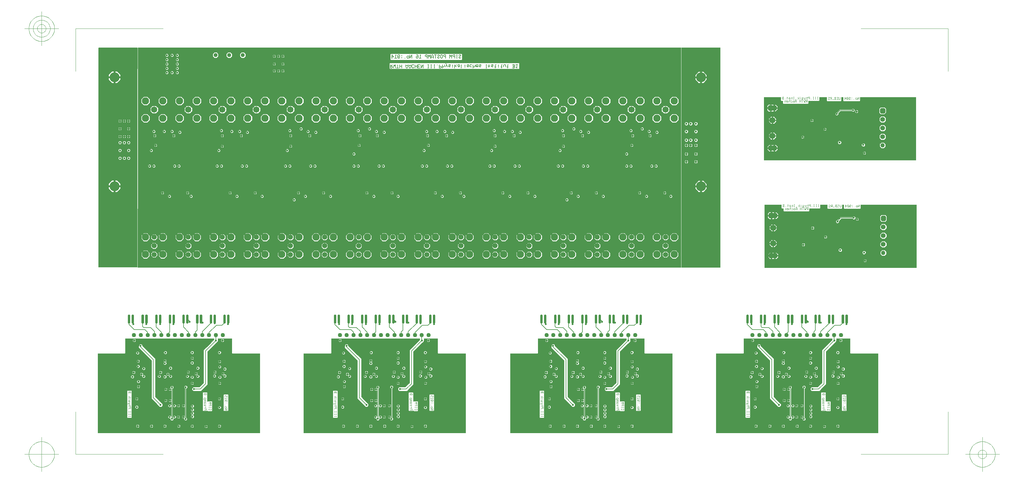
<source format=gbr>
G04 Generated by Ultiboard *
%FSLAX25Y25*%
%MOMM*%

%ADD10C,0.00100*%
%ADD11C,0.15000*%
%ADD12C,0.11111*%
%ADD13C,0.20000*%
%ADD14C,0.10000*%
%ADD15C,0.60000*%
%ADD16C,2.70916*%
%ADD17C,1.82016*%
%ADD18C,2.11684*%
%ADD19C,1.50000*%
%ADD20C,1.25000*%
%ADD21R,0.10000X2.00000*%
%ADD22C,2.92100*%
%ADD23C,1.18516*%
%ADD24C,1.80000*%
%ADD25R,0.24440X0.24440*%
%ADD26C,1.35560*%
%ADD27R,0.60000X0.60000*%
%ADD28C,1.00000*%
%ADD29C,1.40000*%
%ADD30R,0.63500X0.63500*%
%ADD31C,0.88900*%
%ADD32C,1.27000*%


%LNCopper Bottom*%
%LPD*%
%FSLAX25Y25*%
%MOMM*%
G54D10*
X12247650Y2461750D02*
X13042742Y2461750D01*
X13042742Y2461750D02*
X13057650Y2476658D01*
X13057650Y2476658D02*
X13057650Y2897200D01*
X13057650Y2897200D02*
X13282940Y2897200D01*
X13282940Y2897200D02*
X13282940Y2875950D01*
X13282940Y2875950D02*
X13269250Y2862260D01*
X13269250Y2862260D02*
X13269250Y2848265D01*
X13269250Y2848265D02*
X13282940Y2848265D01*
X13282940Y2848265D02*
X13282940Y2838935D01*
X13282940Y2838935D02*
X13269250Y2838935D01*
X13269250Y2838935D02*
X13269250Y2824940D01*
X13269250Y2824940D02*
X13282940Y2811250D01*
X13282940Y2811250D02*
X13282940Y1948850D01*
X13282940Y1948850D02*
X13256550Y1922460D01*
X13256550Y1922460D02*
X13256550Y1908465D01*
X13256550Y1908465D02*
X13282940Y1908465D01*
X13282940Y1908465D02*
X13282940Y1899135D01*
X13282940Y1899135D02*
X13256550Y1899135D01*
X13256550Y1899135D02*
X13256550Y1885140D01*
X13256550Y1885140D02*
X12247650Y1885140D01*
X12247650Y1885140D02*
X12247650Y2461750D01*
G36*
X13042742Y1885140D02*
X12247650Y1885140D01*
X12247650Y2461750D01*
X13042742Y2461750D01*
X13042742Y1885140D01*
G37*
X13042742Y1885140D02*
X12247650Y1885140D01*
X12247650Y1885140D02*
X12247650Y2461750D01*
X12247650Y2461750D02*
X13042742Y2461750D01*
X13042742Y2461750D02*
X13042742Y1885140D01*
G36*
X13057650Y2862260D02*
X13057650Y2897200D01*
X13282940Y2897200D01*
X13282940Y2875950D01*
X13269250Y2862260D01*
X13057650Y2862260D01*
G37*
X13057650Y2862260D02*
X13057650Y2897200D01*
X13057650Y2897200D02*
X13282940Y2897200D01*
X13282940Y2897200D02*
X13282940Y2875950D01*
X13282940Y2875950D02*
X13269250Y2862260D01*
X13269250Y2862260D02*
X13057650Y2862260D01*
G36*
X13042742Y1922460D02*
X13042742Y2461750D01*
X13057650Y2476658D01*
X13282940Y2476658D01*
X13282940Y1948850D01*
X13256550Y1922460D01*
X13042742Y1922460D01*
G37*
X13042742Y1922460D02*
X13042742Y2461750D01*
X13042742Y2461750D02*
X13057650Y2476658D01*
X13057650Y2476658D02*
X13282940Y2476658D01*
X13282940Y2476658D02*
X13282940Y1948850D01*
X13282940Y1948850D02*
X13256550Y1922460D01*
X13256550Y1922460D02*
X13042742Y1922460D01*
G36*
X13269250Y2848265D02*
X13282940Y2848265D01*
X13282940Y2838935D01*
X13269250Y2838935D01*
X13269250Y2848265D01*
G37*
X13269250Y2848265D02*
X13282940Y2848265D01*
X13282940Y2848265D02*
X13282940Y2838935D01*
X13282940Y2838935D02*
X13269250Y2838935D01*
X13269250Y2838935D02*
X13269250Y2848265D01*
G36*
X13269250Y2476658D02*
X13269250Y2824940D01*
X13282940Y2811250D01*
X13282940Y2476658D01*
X13269250Y2476658D01*
G37*
X13269250Y2476658D02*
X13269250Y2824940D01*
X13269250Y2824940D02*
X13282940Y2811250D01*
X13282940Y2811250D02*
X13282940Y2476658D01*
X13282940Y2476658D02*
X13269250Y2476658D01*
G36*
X13269250Y2476658D02*
X13057650Y2476658D01*
X13057650Y2862260D01*
X13269250Y2862260D01*
X13269250Y2476658D01*
G37*
X13269250Y2476658D02*
X13057650Y2476658D01*
X13057650Y2476658D02*
X13057650Y2862260D01*
X13057650Y2862260D02*
X13269250Y2862260D01*
X13269250Y2862260D02*
X13269250Y2476658D01*
G36*
X13256550Y1908465D02*
X13282940Y1908465D01*
X13282940Y1899135D01*
X13256550Y1899135D01*
X13256550Y1908465D01*
G37*
X13256550Y1908465D02*
X13282940Y1908465D01*
X13282940Y1908465D02*
X13282940Y1899135D01*
X13282940Y1899135D02*
X13256550Y1899135D01*
X13256550Y1899135D02*
X13256550Y1908465D01*
G36*
X13256550Y1885140D02*
X13042742Y1885140D01*
X13042742Y1922460D01*
X13256550Y1922460D01*
X13256550Y1885140D01*
G37*
X13256550Y1885140D02*
X13042742Y1885140D01*
X13042742Y1885140D02*
X13042742Y1922460D01*
X13042742Y1922460D02*
X13256550Y1922460D01*
X13256550Y1922460D02*
X13256550Y1885140D01*
X12247650Y1507200D02*
X12247650Y1885140D01*
X12247650Y1885140D02*
X13256550Y1885140D01*
X13256550Y1885140D02*
X13282160Y1859529D01*
X13282160Y1859529D02*
X13282160Y1821850D01*
X13282160Y1821850D02*
X13244840Y1821850D01*
X13244840Y1821850D02*
X13218450Y1795460D01*
X13218450Y1795460D02*
X13218450Y1758140D01*
X13218450Y1758140D02*
X13244840Y1731750D01*
X13244840Y1731750D02*
X13282160Y1731750D01*
X13282160Y1731750D02*
X13282160Y1507200D01*
X13282160Y1507200D02*
X12247650Y1507200D01*
G36*
X13244840Y1885140D02*
X13256550Y1885140D01*
X13282160Y1859529D01*
X13282160Y1821850D01*
X13244840Y1821850D01*
X13244840Y1885140D01*
G37*
X13244840Y1885140D02*
X13256550Y1885140D01*
X13256550Y1885140D02*
X13282160Y1859529D01*
X13282160Y1859529D02*
X13282160Y1821850D01*
X13282160Y1821850D02*
X13244840Y1821850D01*
X13244840Y1821850D02*
X13244840Y1885140D01*
G36*
X12247650Y1795460D02*
X12247650Y1885140D01*
X13244840Y1885140D01*
X13244840Y1821850D01*
X13218450Y1795460D01*
X12247650Y1795460D01*
G37*
X12247650Y1795460D02*
X12247650Y1885140D01*
X12247650Y1885140D02*
X13244840Y1885140D01*
X13244840Y1885140D02*
X13244840Y1821850D01*
X13244840Y1821850D02*
X13218450Y1795460D01*
X13218450Y1795460D02*
X12247650Y1795460D01*
G36*
X13218450Y1507200D02*
X12247650Y1507200D01*
X12247650Y1795460D01*
X13218450Y1795460D01*
X13218450Y1507200D01*
G37*
X13218450Y1507200D02*
X12247650Y1507200D01*
X12247650Y1507200D02*
X12247650Y1795460D01*
X12247650Y1795460D02*
X13218450Y1795460D01*
X13218450Y1795460D02*
X13218450Y1507200D01*
G36*
X13244840Y1507200D02*
X13244840Y1731750D01*
X13282160Y1731750D01*
X13282160Y1507200D01*
X13244840Y1507200D01*
G37*
X13244840Y1507200D02*
X13244840Y1731750D01*
X13244840Y1731750D02*
X13282160Y1731750D01*
X13282160Y1731750D02*
X13282160Y1507200D01*
X13282160Y1507200D02*
X13244840Y1507200D01*
G36*
X13244840Y1507200D02*
X13218450Y1507200D01*
X13218450Y1758140D01*
X13244840Y1731750D01*
X13244840Y1507200D01*
G37*
X13244840Y1507200D02*
X13218450Y1507200D01*
X13218450Y1507200D02*
X13218450Y1758140D01*
X13218450Y1758140D02*
X13244840Y1731750D01*
X13244840Y1731750D02*
X13244840Y1507200D01*
X12247650Y1110440D02*
X12247650Y1507200D01*
X12247650Y1507200D02*
X13371840Y1507200D01*
X13371840Y1507200D02*
X13371840Y1174150D01*
X13371840Y1174150D02*
X13345450Y1147760D01*
X13345450Y1147760D02*
X13345450Y1133765D01*
X13345450Y1133765D02*
X13371840Y1133765D01*
X13371840Y1133765D02*
X13371840Y1124435D01*
X13371840Y1124435D02*
X13345450Y1124435D01*
X13345450Y1124435D02*
X13345450Y1110440D01*
X13345450Y1110440D02*
X13242806Y1110440D01*
X13242806Y1110440D02*
X13242806Y1365909D01*
X13242806Y1365909D02*
X13230909Y1377806D01*
X13230909Y1377806D02*
X13113491Y1377806D01*
X13113491Y1377806D02*
X13101594Y1365909D01*
X13101594Y1365909D02*
X13101594Y1110440D01*
X13101594Y1110440D02*
X12247650Y1110440D01*
G36*
X12247650Y1147760D02*
X13101594Y1147760D01*
X13101594Y1110440D01*
X12247650Y1110440D01*
X12247650Y1147760D01*
G37*
X12247650Y1147760D02*
X13101594Y1147760D01*
X13101594Y1147760D02*
X13101594Y1110440D01*
X13101594Y1110440D02*
X12247650Y1110440D01*
X12247650Y1110440D02*
X12247650Y1147760D01*
G36*
X13345450Y1133765D02*
X13371840Y1133765D01*
X13371840Y1124435D01*
X13345450Y1124435D01*
X13345450Y1133765D01*
G37*
X13345450Y1133765D02*
X13371840Y1133765D01*
X13371840Y1133765D02*
X13371840Y1124435D01*
X13371840Y1124435D02*
X13345450Y1124435D01*
X13345450Y1124435D02*
X13345450Y1133765D01*
G36*
X13345450Y1110440D02*
X13242806Y1110440D01*
X13242806Y1147760D01*
X13345450Y1147760D01*
X13345450Y1110440D01*
G37*
X13345450Y1110440D02*
X13242806Y1110440D01*
X13242806Y1110440D02*
X13242806Y1147760D01*
X13242806Y1147760D02*
X13345450Y1147760D01*
X13345450Y1147760D02*
X13345450Y1110440D01*
G36*
X13242806Y1507200D02*
X13371840Y1507200D01*
X13371840Y1174150D01*
X13345450Y1147760D01*
X13242806Y1147760D01*
X13242806Y1507200D01*
G37*
X13242806Y1507200D02*
X13371840Y1507200D01*
X13371840Y1507200D02*
X13371840Y1174150D01*
X13371840Y1174150D02*
X13345450Y1147760D01*
X13345450Y1147760D02*
X13242806Y1147760D01*
X13242806Y1147760D02*
X13242806Y1507200D01*
G36*
X13230909Y1507200D02*
X13242806Y1507200D01*
X13242806Y1365909D01*
X13230909Y1377806D01*
X13230909Y1507200D01*
G37*
X13230909Y1507200D02*
X13242806Y1507200D01*
X13242806Y1507200D02*
X13242806Y1365909D01*
X13242806Y1365909D02*
X13230909Y1377806D01*
X13230909Y1377806D02*
X13230909Y1507200D01*
G36*
X13113491Y1507200D02*
X13230909Y1507200D01*
X13230909Y1377806D01*
X13113491Y1377806D01*
X13113491Y1507200D01*
G37*
X13113491Y1507200D02*
X13230909Y1507200D01*
X13230909Y1507200D02*
X13230909Y1377806D01*
X13230909Y1377806D02*
X13113491Y1377806D01*
X13113491Y1377806D02*
X13113491Y1507200D01*
G36*
X12247650Y1365909D02*
X13101594Y1365909D01*
X13101594Y1147760D01*
X12247650Y1147760D01*
X12247650Y1365909D01*
G37*
X12247650Y1365909D02*
X13101594Y1365909D01*
X13101594Y1365909D02*
X13101594Y1147760D01*
X13101594Y1147760D02*
X12247650Y1147760D01*
X12247650Y1147760D02*
X12247650Y1365909D01*
G36*
X12247650Y1365909D02*
X12247650Y1507200D01*
X13113491Y1507200D01*
X13113491Y1377806D01*
X13101594Y1365909D01*
X12247650Y1365909D01*
G37*
X12247650Y1365909D02*
X12247650Y1507200D01*
X12247650Y1507200D02*
X13113491Y1507200D01*
X13113491Y1507200D02*
X13113491Y1377806D01*
X13113491Y1377806D02*
X13101594Y1365909D01*
X13101594Y1365909D02*
X12247650Y1365909D01*
X12247650Y347660D02*
X12247650Y1110440D01*
X12247650Y1110440D02*
X13101594Y1110440D01*
X13101594Y1110440D02*
X13101594Y580491D01*
X13101594Y580491D02*
X13113491Y568594D01*
X13113491Y568594D02*
X13230909Y568594D01*
X13230909Y568594D02*
X13242806Y580491D01*
X13242806Y580491D02*
X13242806Y1110440D01*
X13242806Y1110440D02*
X13345450Y1110440D01*
X13345450Y1110440D02*
X13371840Y1084050D01*
X13371840Y1084050D02*
X13385835Y1084050D01*
X13385835Y1084050D02*
X13385835Y1110440D01*
X13385835Y1110440D02*
X13395165Y1110440D01*
X13395165Y1110440D02*
X13395165Y1084050D01*
X13395165Y1084050D02*
X13409160Y1084050D01*
X13409160Y1084050D02*
X13419675Y1094565D01*
X13419675Y1094565D02*
X13419675Y922335D01*
X13419675Y922335D02*
X13409160Y932850D01*
X13409160Y932850D02*
X13371840Y932850D01*
X13371840Y932850D02*
X13345450Y906460D01*
X13345450Y906460D02*
X13345450Y869140D01*
X13345450Y869140D02*
X13371840Y842750D01*
X13371840Y842750D02*
X13409160Y842750D01*
X13409160Y842750D02*
X13419675Y853265D01*
X13419675Y853265D02*
X13419675Y347660D01*
X13419675Y347660D02*
X13411235Y347660D01*
X13411235Y347660D02*
X13411235Y374050D01*
X13411235Y374050D02*
X13397240Y374050D01*
X13397240Y374050D02*
X13370850Y347660D01*
X13370850Y347660D02*
X12247650Y347660D01*
G36*
X13101594Y347660D02*
X12247650Y347660D01*
X12247650Y1110440D01*
X13101594Y1110440D01*
X13101594Y347660D01*
G37*
X13101594Y347660D02*
X12247650Y347660D01*
X12247650Y347660D02*
X12247650Y1110440D01*
X12247650Y1110440D02*
X13101594Y1110440D01*
X13101594Y1110440D02*
X13101594Y347660D01*
G36*
X13113491Y347660D02*
X13101594Y347660D01*
X13101594Y580491D01*
X13113491Y568594D01*
X13113491Y347660D01*
G37*
X13113491Y347660D02*
X13101594Y347660D01*
X13101594Y347660D02*
X13101594Y580491D01*
X13101594Y580491D02*
X13113491Y568594D01*
X13113491Y568594D02*
X13113491Y347660D01*
G36*
X13230909Y347660D02*
X13113491Y347660D01*
X13113491Y568594D01*
X13230909Y568594D01*
X13230909Y347660D01*
G37*
X13230909Y347660D02*
X13113491Y347660D01*
X13113491Y347660D02*
X13113491Y568594D01*
X13113491Y568594D02*
X13230909Y568594D01*
X13230909Y568594D02*
X13230909Y347660D01*
G36*
X13411235Y580491D02*
X13419675Y580491D01*
X13419675Y347660D01*
X13411235Y347660D01*
X13411235Y580491D01*
G37*
X13411235Y580491D02*
X13419675Y580491D01*
X13419675Y580491D02*
X13419675Y347660D01*
X13419675Y347660D02*
X13411235Y347660D01*
X13411235Y347660D02*
X13411235Y580491D01*
G36*
X13385835Y1084050D02*
X13385835Y1110440D01*
X13395165Y1110440D01*
X13395165Y1084050D01*
X13385835Y1084050D01*
G37*
X13385835Y1084050D02*
X13385835Y1110440D01*
X13385835Y1110440D02*
X13395165Y1110440D01*
X13395165Y1110440D02*
X13395165Y1084050D01*
X13395165Y1084050D02*
X13385835Y1084050D01*
G36*
X13419675Y1084050D02*
X13409160Y1084050D01*
X13419675Y1094565D01*
X13419675Y1084050D01*
G37*
X13419675Y1084050D02*
X13409160Y1084050D01*
X13409160Y1084050D02*
X13419675Y1094565D01*
X13419675Y1094565D02*
X13419675Y1084050D01*
G36*
X13409160Y580491D02*
X13409160Y842750D01*
X13419675Y853265D01*
X13419675Y580491D01*
X13409160Y580491D01*
G37*
X13409160Y580491D02*
X13409160Y842750D01*
X13409160Y842750D02*
X13419675Y853265D01*
X13419675Y853265D02*
X13419675Y580491D01*
X13419675Y580491D02*
X13409160Y580491D01*
G36*
X13409160Y580491D02*
X13371840Y580491D01*
X13371840Y842750D01*
X13409160Y842750D01*
X13409160Y580491D01*
G37*
X13409160Y580491D02*
X13371840Y580491D01*
X13371840Y580491D02*
X13371840Y842750D01*
X13371840Y842750D02*
X13409160Y842750D01*
X13409160Y842750D02*
X13409160Y580491D01*
G36*
X13242806Y906460D02*
X13242806Y1110440D01*
X13345450Y1110440D01*
X13371840Y1084050D01*
X13371840Y932850D01*
X13345450Y906460D01*
X13242806Y906460D01*
G37*
X13242806Y906460D02*
X13242806Y1110440D01*
X13242806Y1110440D02*
X13345450Y1110440D01*
X13345450Y1110440D02*
X13371840Y1084050D01*
X13371840Y1084050D02*
X13371840Y932850D01*
X13371840Y932850D02*
X13345450Y906460D01*
X13345450Y906460D02*
X13242806Y906460D01*
G36*
X13397240Y580491D02*
X13397240Y374050D01*
X13370850Y347660D01*
X13230909Y347660D01*
X13230909Y568594D01*
X13242806Y580491D01*
X13397240Y580491D01*
G37*
X13397240Y580491D02*
X13397240Y374050D01*
X13397240Y374050D02*
X13370850Y347660D01*
X13370850Y347660D02*
X13230909Y347660D01*
X13230909Y347660D02*
X13230909Y568594D01*
X13230909Y568594D02*
X13242806Y580491D01*
X13242806Y580491D02*
X13397240Y580491D01*
G36*
X13397240Y580491D02*
X13411235Y580491D01*
X13411235Y374050D01*
X13397240Y374050D01*
X13397240Y580491D01*
G37*
X13397240Y580491D02*
X13411235Y580491D01*
X13411235Y580491D02*
X13411235Y374050D01*
X13411235Y374050D02*
X13397240Y374050D01*
X13397240Y374050D02*
X13397240Y580491D01*
G36*
X13409160Y1084050D02*
X13409160Y932850D01*
X13371840Y932850D01*
X13371840Y1084050D01*
X13409160Y1084050D01*
G37*
X13409160Y1084050D02*
X13409160Y932850D01*
X13409160Y932850D02*
X13371840Y932850D01*
X13371840Y932850D02*
X13371840Y1084050D01*
X13371840Y1084050D02*
X13409160Y1084050D01*
G36*
X13409160Y1084050D02*
X13419675Y1084050D01*
X13419675Y922335D01*
X13409160Y932850D01*
X13409160Y1084050D01*
G37*
X13409160Y1084050D02*
X13419675Y1084050D01*
X13419675Y1084050D02*
X13419675Y922335D01*
X13419675Y922335D02*
X13409160Y932850D01*
X13409160Y932850D02*
X13409160Y1084050D01*
G36*
X13345450Y580491D02*
X13345450Y869140D01*
X13371840Y842750D01*
X13371840Y580491D01*
X13345450Y580491D01*
G37*
X13345450Y580491D02*
X13345450Y869140D01*
X13345450Y869140D02*
X13371840Y842750D01*
X13371840Y842750D02*
X13371840Y580491D01*
X13371840Y580491D02*
X13345450Y580491D01*
G36*
X13345450Y580491D02*
X13242806Y580491D01*
X13242806Y906460D01*
X13345450Y906460D01*
X13345450Y580491D01*
G37*
X13345450Y580491D02*
X13242806Y580491D01*
X13242806Y580491D02*
X13242806Y906460D01*
X13242806Y906460D02*
X13345450Y906460D01*
X13345450Y906460D02*
X13345450Y580491D01*
X12247650Y310340D02*
X12247650Y347660D01*
X12247650Y347660D02*
X13370850Y347660D01*
X13370850Y347660D02*
X13370850Y333665D01*
X13370850Y333665D02*
X13411235Y333665D01*
X13411235Y333665D02*
X13411235Y347660D01*
X13411235Y347660D02*
X13419675Y347660D01*
X13419675Y347660D02*
X13419675Y310340D01*
X13419675Y310340D02*
X13411235Y310340D01*
X13411235Y310340D02*
X13411235Y324335D01*
X13411235Y324335D02*
X13370850Y324335D01*
X13370850Y324335D02*
X13370850Y310340D01*
X13370850Y310340D02*
X12247650Y310340D01*
G36*
X13370850Y310340D02*
X12247650Y310340D01*
X12247650Y347660D01*
X13370850Y347660D01*
X13370850Y310340D01*
G37*
X13370850Y310340D02*
X12247650Y310340D01*
X12247650Y310340D02*
X12247650Y347660D01*
X12247650Y347660D02*
X13370850Y347660D01*
X13370850Y347660D02*
X13370850Y310340D01*
G36*
X13419675Y333665D02*
X13411235Y333665D01*
X13411235Y347660D01*
X13419675Y347660D01*
X13419675Y333665D01*
G37*
X13419675Y333665D02*
X13411235Y333665D01*
X13411235Y333665D02*
X13411235Y347660D01*
X13411235Y347660D02*
X13419675Y347660D01*
X13419675Y347660D02*
X13419675Y333665D01*
G36*
X13411235Y333665D02*
X13411235Y324335D01*
X13370850Y324335D01*
X13370850Y333665D01*
X13411235Y333665D01*
G37*
X13411235Y333665D02*
X13411235Y324335D01*
X13411235Y324335D02*
X13370850Y324335D01*
X13370850Y324335D02*
X13370850Y333665D01*
X13370850Y333665D02*
X13411235Y333665D01*
G36*
X13411235Y333665D02*
X13419675Y333665D01*
X13419675Y310340D01*
X13411235Y310340D01*
X13411235Y333665D01*
G37*
X13411235Y333665D02*
X13419675Y333665D01*
X13419675Y333665D02*
X13419675Y310340D01*
X13419675Y310340D02*
X13411235Y310340D01*
X13411235Y310340D02*
X13411235Y333665D01*
X13419675Y132650D02*
X12247650Y132650D01*
X12247650Y132650D02*
X12247650Y310340D01*
X12247650Y310340D02*
X13370850Y310340D01*
X13370850Y310340D02*
X13397240Y283950D01*
X13397240Y283950D02*
X13411235Y283950D01*
X13411235Y283950D02*
X13411235Y310340D01*
X13411235Y310340D02*
X13419675Y310340D01*
X13419675Y310340D02*
X13419675Y132650D01*
G36*
X13397240Y132650D02*
X12247650Y132650D01*
X12247650Y310340D01*
X13370850Y310340D01*
X13397240Y283950D01*
X13397240Y132650D01*
G37*
X13397240Y132650D02*
X12247650Y132650D01*
X12247650Y132650D02*
X12247650Y310340D01*
X12247650Y310340D02*
X13370850Y310340D01*
X13370850Y310340D02*
X13397240Y283950D01*
X13397240Y283950D02*
X13397240Y132650D01*
G36*
X13419675Y283950D02*
X13411235Y283950D01*
X13411235Y310340D01*
X13419675Y310340D01*
X13419675Y283950D01*
G37*
X13419675Y283950D02*
X13411235Y283950D01*
X13411235Y283950D02*
X13411235Y310340D01*
X13411235Y310340D02*
X13419675Y310340D01*
X13419675Y310340D02*
X13419675Y283950D01*
G36*
X13419675Y283950D02*
X13419675Y132650D01*
X13397240Y132650D01*
X13397240Y283950D01*
X13419675Y283950D01*
G37*
X13419675Y283950D02*
X13419675Y132650D01*
X13419675Y132650D02*
X13397240Y132650D01*
X13397240Y132650D02*
X13397240Y283950D01*
X13397240Y283950D02*
X13419675Y283950D01*
X15992771Y1847040D02*
X15992560Y1847250D01*
X15992560Y1847250D02*
X15962850Y1847250D01*
X15962850Y1847250D02*
X15962850Y1861035D01*
X15962850Y1861035D02*
X15936460Y1861035D01*
X15936460Y1861035D02*
X15936460Y1870365D01*
X15936460Y1870365D02*
X15962850Y1870365D01*
X15962850Y1870365D02*
X15962850Y1884360D01*
X15962850Y1884360D02*
X15936460Y1910750D01*
X15936460Y1910750D02*
X15936460Y1979129D01*
X15936460Y1979129D02*
X15955240Y1960350D01*
X15955240Y1960350D02*
X15992560Y1960350D01*
X15992560Y1960350D02*
X16018950Y1986740D01*
X16018950Y1986740D02*
X16018950Y2024060D01*
X16018950Y2024060D02*
X15992560Y2050450D01*
X15992560Y2050450D02*
X15955240Y2050450D01*
X15955240Y2050450D02*
X15936460Y2031671D01*
X15936460Y2031671D02*
X15936460Y2811250D01*
X15936460Y2811250D02*
X15950150Y2824940D01*
X15950150Y2824940D02*
X15950150Y2838935D01*
X15950150Y2838935D02*
X15936460Y2838935D01*
X15936460Y2838935D02*
X15936460Y2848265D01*
X15936460Y2848265D02*
X15950150Y2848265D01*
X15950150Y2848265D02*
X15950150Y2862260D01*
X15950150Y2862260D02*
X15936460Y2875950D01*
X15936460Y2875950D02*
X15936460Y2897200D01*
X15936460Y2897200D02*
X16176750Y2897200D01*
X16176750Y2897200D02*
X16176750Y2476658D01*
X16176750Y2476658D02*
X16191658Y2461750D01*
X16191658Y2461750D02*
X16996750Y2461750D01*
X16996750Y2461750D02*
X16996750Y1847040D01*
X16996750Y1847040D02*
X15992771Y1847040D01*
G36*
X15962850Y1861035D02*
X15936460Y1861035D01*
X15936460Y1870365D01*
X15962850Y1870365D01*
X15962850Y1861035D01*
G37*
X15962850Y1861035D02*
X15936460Y1861035D01*
X15936460Y1861035D02*
X15936460Y1870365D01*
X15936460Y1870365D02*
X15962850Y1870365D01*
X15962850Y1870365D02*
X15962850Y1861035D01*
G36*
X15962850Y1960350D02*
X15992560Y1960350D01*
X15992560Y1847250D01*
X15962850Y1847250D01*
X15962850Y1960350D01*
G37*
X15962850Y1960350D02*
X15992560Y1960350D01*
X15992560Y1960350D02*
X15992560Y1847250D01*
X15992560Y1847250D02*
X15962850Y1847250D01*
X15962850Y1847250D02*
X15962850Y1960350D01*
G36*
X15955240Y2897200D02*
X15992560Y2897200D01*
X15992560Y2050450D01*
X15955240Y2050450D01*
X15955240Y2897200D01*
G37*
X15955240Y2897200D02*
X15992560Y2897200D01*
X15992560Y2897200D02*
X15992560Y2050450D01*
X15992560Y2050450D02*
X15955240Y2050450D01*
X15955240Y2050450D02*
X15955240Y2897200D01*
G36*
X15955240Y1891971D02*
X15955240Y1960350D01*
X15962850Y1960350D01*
X15962850Y1884360D01*
X15955240Y1891971D01*
G37*
X15955240Y1891971D02*
X15955240Y1960350D01*
X15955240Y1960350D02*
X15962850Y1960350D01*
X15962850Y1960350D02*
X15962850Y1884360D01*
X15962850Y1884360D02*
X15955240Y1891971D01*
G36*
X15955240Y1891971D02*
X15936460Y1910750D01*
X15936460Y1979129D01*
X15955240Y1960350D01*
X15955240Y1891971D01*
G37*
X15955240Y1891971D02*
X15936460Y1910750D01*
X15936460Y1910750D02*
X15936460Y1979129D01*
X15936460Y1979129D02*
X15955240Y1960350D01*
X15955240Y1960350D02*
X15955240Y1891971D01*
G36*
X15955240Y2824940D02*
X15955240Y2050450D01*
X15936460Y2031671D01*
X15936460Y2811250D01*
X15950150Y2824940D01*
X15955240Y2824940D01*
G37*
X15955240Y2824940D02*
X15955240Y2050450D01*
X15955240Y2050450D02*
X15936460Y2031671D01*
X15936460Y2031671D02*
X15936460Y2811250D01*
X15936460Y2811250D02*
X15950150Y2824940D01*
X15950150Y2824940D02*
X15955240Y2824940D01*
G36*
X16191658Y1847040D02*
X16191658Y2461750D01*
X16996750Y2461750D01*
X16996750Y1847040D01*
X16191658Y1847040D01*
G37*
X16191658Y1847040D02*
X16191658Y2461750D01*
X16191658Y2461750D02*
X16996750Y2461750D01*
X16996750Y2461750D02*
X16996750Y1847040D01*
X16996750Y1847040D02*
X16191658Y1847040D01*
G36*
X16191658Y1847040D02*
X16176750Y1847040D01*
X16176750Y2476658D01*
X16191658Y2461750D01*
X16191658Y1847040D01*
G37*
X16191658Y1847040D02*
X16176750Y1847040D01*
X16176750Y1847040D02*
X16176750Y2476658D01*
X16176750Y2476658D02*
X16191658Y2461750D01*
X16191658Y2461750D02*
X16191658Y1847040D01*
G36*
X16176750Y1986740D02*
X16176750Y1847040D01*
X15992771Y1847040D01*
X15992560Y1847250D01*
X15992560Y1960350D01*
X16018950Y1986740D01*
X16176750Y1986740D01*
G37*
X16176750Y1986740D02*
X16176750Y1847040D01*
X16176750Y1847040D02*
X15992771Y1847040D01*
X15992771Y1847040D02*
X15992560Y1847250D01*
X15992560Y1847250D02*
X15992560Y1960350D01*
X15992560Y1960350D02*
X16018950Y1986740D01*
X16018950Y1986740D02*
X16176750Y1986740D01*
G36*
X15950150Y2838935D02*
X15936460Y2838935D01*
X15936460Y2848265D01*
X15950150Y2848265D01*
X15950150Y2838935D01*
G37*
X15950150Y2838935D02*
X15936460Y2838935D01*
X15936460Y2838935D02*
X15936460Y2848265D01*
X15936460Y2848265D02*
X15950150Y2848265D01*
X15950150Y2848265D02*
X15950150Y2838935D01*
G36*
X15950150Y2897200D02*
X15950150Y2862260D01*
X15936460Y2875950D01*
X15936460Y2897200D01*
X15950150Y2897200D01*
G37*
X15950150Y2897200D02*
X15950150Y2862260D01*
X15950150Y2862260D02*
X15936460Y2875950D01*
X15936460Y2875950D02*
X15936460Y2897200D01*
X15936460Y2897200D02*
X15950150Y2897200D01*
G36*
X15950150Y2897200D02*
X15955240Y2897200D01*
X15955240Y2824940D01*
X15950150Y2824940D01*
X15950150Y2897200D01*
G37*
X15950150Y2897200D02*
X15955240Y2897200D01*
X15955240Y2897200D02*
X15955240Y2824940D01*
X15955240Y2824940D02*
X15950150Y2824940D01*
X15950150Y2824940D02*
X15950150Y2897200D01*
G36*
X16018950Y2897200D02*
X16018950Y2024060D01*
X15992560Y2050450D01*
X15992560Y2897200D01*
X16018950Y2897200D01*
G37*
X16018950Y2897200D02*
X16018950Y2024060D01*
X16018950Y2024060D02*
X15992560Y2050450D01*
X15992560Y2050450D02*
X15992560Y2897200D01*
X15992560Y2897200D02*
X16018950Y2897200D01*
G36*
X16018950Y2897200D02*
X16176750Y2897200D01*
X16176750Y1986740D01*
X16018950Y1986740D01*
X16018950Y2897200D01*
G37*
X16018950Y2897200D02*
X16176750Y2897200D01*
X16176750Y2897200D02*
X16176750Y1986740D01*
X16176750Y1986740D02*
X16018950Y1986740D01*
X16018950Y1986740D02*
X16018950Y2897200D01*
X15928850Y1820650D02*
X15928850Y1783540D01*
X15928850Y1783540D02*
X15955240Y1757150D01*
X15955240Y1757150D02*
X15992560Y1757150D01*
X15992560Y1757150D02*
X16018950Y1783540D01*
X16018950Y1783540D02*
X16018950Y1820860D01*
X16018950Y1820860D02*
X15992771Y1847040D01*
X15992771Y1847040D02*
X16996750Y1847040D01*
X16996750Y1847040D02*
X16996750Y1604960D01*
X16996750Y1604960D02*
X15866550Y1604960D01*
X15866550Y1604960D02*
X15840160Y1631350D01*
X15840160Y1631350D02*
X15826165Y1631350D01*
X15826165Y1631350D02*
X15826165Y1604960D01*
X15826165Y1604960D02*
X15824725Y1604960D01*
X15824725Y1604960D02*
X15824725Y1719050D01*
X15824725Y1719050D02*
X15847560Y1719050D01*
X15847560Y1719050D02*
X15873950Y1745440D01*
X15873950Y1745440D02*
X15873950Y1782760D01*
X15873950Y1782760D02*
X15847560Y1809150D01*
X15847560Y1809150D02*
X15824725Y1809150D01*
X15824725Y1809150D02*
X15824725Y1847040D01*
X15824725Y1847040D02*
X15872750Y1847040D01*
X15872750Y1847040D02*
X15899140Y1820650D01*
X15899140Y1820650D02*
X15913135Y1820650D01*
X15913135Y1820650D02*
X15913135Y1847040D01*
X15913135Y1847040D02*
X15922465Y1847040D01*
X15922465Y1847040D02*
X15922465Y1820650D01*
X15922465Y1820650D02*
X15928850Y1820650D01*
G36*
X15955240Y1604960D02*
X15928850Y1604960D01*
X15928850Y1783540D01*
X15955240Y1757150D01*
X15955240Y1604960D01*
G37*
X15955240Y1604960D02*
X15928850Y1604960D01*
X15928850Y1604960D02*
X15928850Y1783540D01*
X15928850Y1783540D02*
X15955240Y1757150D01*
X15955240Y1757150D02*
X15955240Y1604960D01*
G36*
X15840160Y1847040D02*
X15840160Y1809150D01*
X15824725Y1809150D01*
X15824725Y1847040D01*
X15840160Y1847040D01*
G37*
X15840160Y1847040D02*
X15840160Y1809150D01*
X15840160Y1809150D02*
X15824725Y1809150D01*
X15824725Y1809150D02*
X15824725Y1847040D01*
X15824725Y1847040D02*
X15840160Y1847040D01*
G36*
X15992560Y1604960D02*
X15955240Y1604960D01*
X15955240Y1757150D01*
X15992560Y1757150D01*
X15992560Y1604960D01*
G37*
X15992560Y1604960D02*
X15955240Y1604960D01*
X15955240Y1604960D02*
X15955240Y1757150D01*
X15955240Y1757150D02*
X15992560Y1757150D01*
X15992560Y1757150D02*
X15992560Y1604960D01*
G36*
X15824725Y1631350D02*
X15826165Y1631350D01*
X15826165Y1604960D01*
X15824725Y1604960D01*
X15824725Y1631350D01*
G37*
X15824725Y1631350D02*
X15826165Y1631350D01*
X15826165Y1631350D02*
X15826165Y1604960D01*
X15826165Y1604960D02*
X15824725Y1604960D01*
X15824725Y1604960D02*
X15824725Y1631350D01*
G36*
X15824725Y1631350D02*
X15824725Y1719050D01*
X15840160Y1719050D01*
X15840160Y1631350D01*
X15824725Y1631350D01*
G37*
X15824725Y1631350D02*
X15824725Y1719050D01*
X15824725Y1719050D02*
X15840160Y1719050D01*
X15840160Y1719050D02*
X15840160Y1631350D01*
X15840160Y1631350D02*
X15824725Y1631350D01*
G36*
X16996750Y1783540D02*
X16996750Y1604960D01*
X15992560Y1604960D01*
X15992560Y1757150D01*
X16018950Y1783540D01*
X16996750Y1783540D01*
G37*
X16996750Y1783540D02*
X16996750Y1604960D01*
X16996750Y1604960D02*
X15992560Y1604960D01*
X15992560Y1604960D02*
X15992560Y1757150D01*
X15992560Y1757150D02*
X16018950Y1783540D01*
X16018950Y1783540D02*
X16996750Y1783540D01*
G36*
X15913135Y1820650D02*
X15913135Y1847040D01*
X15922465Y1847040D01*
X15922465Y1820650D01*
X15913135Y1820650D01*
G37*
X15913135Y1820650D02*
X15913135Y1847040D01*
X15913135Y1847040D02*
X15922465Y1847040D01*
X15922465Y1847040D02*
X15922465Y1820650D01*
X15922465Y1820650D02*
X15913135Y1820650D01*
G36*
X15928850Y1820650D02*
X15928850Y1604960D01*
X15899140Y1604960D01*
X15899140Y1820650D01*
X15928850Y1820650D01*
G37*
X15928850Y1820650D02*
X15928850Y1604960D01*
X15928850Y1604960D02*
X15899140Y1604960D01*
X15899140Y1604960D02*
X15899140Y1820650D01*
X15899140Y1820650D02*
X15928850Y1820650D01*
G36*
X15847560Y1623950D02*
X15840160Y1631350D01*
X15840160Y1719050D01*
X15847560Y1719050D01*
X15847560Y1623950D01*
G37*
X15847560Y1623950D02*
X15840160Y1631350D01*
X15840160Y1631350D02*
X15840160Y1719050D01*
X15840160Y1719050D02*
X15847560Y1719050D01*
X15847560Y1719050D02*
X15847560Y1623950D01*
G36*
X16018950Y1847040D02*
X16018950Y1820860D01*
X15992771Y1847040D01*
X16018950Y1847040D01*
G37*
X16018950Y1847040D02*
X16018950Y1820860D01*
X16018950Y1820860D02*
X15992771Y1847040D01*
X15992771Y1847040D02*
X16018950Y1847040D01*
G36*
X16018950Y1847040D02*
X16996750Y1847040D01*
X16996750Y1783540D01*
X16018950Y1783540D01*
X16018950Y1847040D01*
G37*
X16018950Y1847040D02*
X16996750Y1847040D01*
X16996750Y1847040D02*
X16996750Y1783540D01*
X16996750Y1783540D02*
X16018950Y1783540D01*
X16018950Y1783540D02*
X16018950Y1847040D01*
G36*
X15899140Y1745440D02*
X15899140Y1604960D01*
X15866550Y1604960D01*
X15847560Y1623950D01*
X15847560Y1719050D01*
X15873950Y1745440D01*
X15899140Y1745440D01*
G37*
X15899140Y1745440D02*
X15899140Y1604960D01*
X15899140Y1604960D02*
X15866550Y1604960D01*
X15866550Y1604960D02*
X15847560Y1623950D01*
X15847560Y1623950D02*
X15847560Y1719050D01*
X15847560Y1719050D02*
X15873950Y1745440D01*
X15873950Y1745440D02*
X15899140Y1745440D01*
G36*
X15873950Y1845840D02*
X15899140Y1820650D01*
X15899140Y1745440D01*
X15873950Y1745440D01*
X15873950Y1845840D01*
G37*
X15873950Y1845840D02*
X15899140Y1820650D01*
X15899140Y1820650D02*
X15899140Y1745440D01*
X15899140Y1745440D02*
X15873950Y1745440D01*
X15873950Y1745440D02*
X15873950Y1845840D01*
G36*
X15847560Y1847040D02*
X15847560Y1809150D01*
X15840160Y1809150D01*
X15840160Y1847040D01*
X15847560Y1847040D01*
G37*
X15847560Y1847040D02*
X15847560Y1809150D01*
X15847560Y1809150D02*
X15840160Y1809150D01*
X15840160Y1809150D02*
X15840160Y1847040D01*
X15840160Y1847040D02*
X15847560Y1847040D01*
G36*
X15847560Y1847040D02*
X15872750Y1847040D01*
X15873950Y1845840D01*
X15873950Y1782760D01*
X15847560Y1809150D01*
X15847560Y1847040D01*
G37*
X15847560Y1847040D02*
X15872750Y1847040D01*
X15872750Y1847040D02*
X15873950Y1845840D01*
X15873950Y1845840D02*
X15873950Y1782760D01*
X15873950Y1782760D02*
X15847560Y1809150D01*
X15847560Y1809150D02*
X15847560Y1847040D01*
X16996750Y1604960D02*
X16996750Y1567640D01*
X16996750Y1567640D02*
X15866550Y1567640D01*
X15866550Y1567640D02*
X15866550Y1581635D01*
X15866550Y1581635D02*
X15826165Y1581635D01*
X15826165Y1581635D02*
X15826165Y1567640D01*
X15826165Y1567640D02*
X15824725Y1567640D01*
X15824725Y1567640D02*
X15824725Y1604960D01*
X15824725Y1604960D02*
X15826165Y1604960D01*
X15826165Y1604960D02*
X15826165Y1590965D01*
X15826165Y1590965D02*
X15866550Y1590965D01*
X15866550Y1590965D02*
X15866550Y1604960D01*
X15866550Y1604960D02*
X16996750Y1604960D01*
G36*
X15866550Y1604960D02*
X16996750Y1604960D01*
X16996750Y1567640D01*
X15866550Y1567640D01*
X15866550Y1604960D01*
G37*
X15866550Y1604960D02*
X16996750Y1604960D01*
X16996750Y1604960D02*
X16996750Y1567640D01*
X16996750Y1567640D02*
X15866550Y1567640D01*
X15866550Y1567640D02*
X15866550Y1604960D01*
G36*
X15824725Y1581635D02*
X15826165Y1581635D01*
X15826165Y1567640D01*
X15824725Y1567640D01*
X15824725Y1581635D01*
G37*
X15824725Y1581635D02*
X15826165Y1581635D01*
X15826165Y1581635D02*
X15826165Y1567640D01*
X15826165Y1567640D02*
X15824725Y1567640D01*
X15824725Y1567640D02*
X15824725Y1581635D01*
G36*
X15826165Y1581635D02*
X15826165Y1590965D01*
X15866550Y1590965D01*
X15866550Y1581635D01*
X15826165Y1581635D01*
G37*
X15826165Y1581635D02*
X15826165Y1590965D01*
X15826165Y1590965D02*
X15866550Y1590965D01*
X15866550Y1590965D02*
X15866550Y1581635D01*
X15866550Y1581635D02*
X15826165Y1581635D01*
G36*
X15826165Y1581635D02*
X15824725Y1581635D01*
X15824725Y1604960D01*
X15826165Y1604960D01*
X15826165Y1581635D01*
G37*
X15826165Y1581635D02*
X15824725Y1581635D01*
X15824725Y1581635D02*
X15824725Y1604960D01*
X15824725Y1604960D02*
X15826165Y1604960D01*
X15826165Y1604960D02*
X15826165Y1581635D01*
X16996750Y1567640D02*
X16996750Y1507200D01*
X16996750Y1507200D02*
X15824725Y1507200D01*
X15824725Y1507200D02*
X15824725Y1567640D01*
X15824725Y1567640D02*
X15826165Y1567640D01*
X15826165Y1567640D02*
X15826165Y1541250D01*
X15826165Y1541250D02*
X15840160Y1541250D01*
X15840160Y1541250D02*
X15866550Y1567640D01*
X15866550Y1567640D02*
X16996750Y1567640D01*
G36*
X15826165Y1507200D02*
X15824725Y1507200D01*
X15824725Y1567640D01*
X15826165Y1567640D01*
X15826165Y1507200D01*
G37*
X15826165Y1507200D02*
X15824725Y1507200D01*
X15824725Y1507200D02*
X15824725Y1567640D01*
X15824725Y1567640D02*
X15826165Y1567640D01*
X15826165Y1567640D02*
X15826165Y1507200D01*
G36*
X15840160Y1507200D02*
X15840160Y1541250D01*
X15866550Y1567640D01*
X16996750Y1567640D01*
X16996750Y1507200D01*
X15840160Y1507200D01*
G37*
X15840160Y1507200D02*
X15840160Y1541250D01*
X15840160Y1541250D02*
X15866550Y1567640D01*
X15866550Y1567640D02*
X16996750Y1567640D01*
X16996750Y1567640D02*
X16996750Y1507200D01*
X16996750Y1507200D02*
X15840160Y1507200D01*
G36*
X15840160Y1507200D02*
X15826165Y1507200D01*
X15826165Y1541250D01*
X15840160Y1541250D01*
X15840160Y1507200D01*
G37*
X15840160Y1507200D02*
X15826165Y1507200D01*
X15826165Y1507200D02*
X15826165Y1541250D01*
X15826165Y1541250D02*
X15840160Y1541250D01*
X15840160Y1541250D02*
X15840160Y1507200D01*
X16072806Y784491D02*
X16072806Y1249909D01*
X16072806Y1249909D02*
X16060909Y1261806D01*
X16060909Y1261806D02*
X15943491Y1261806D01*
X15943491Y1261806D02*
X15931594Y1249909D01*
X15931594Y1249909D02*
X15931594Y784491D01*
X15931594Y784491D02*
X15824725Y784491D01*
X15824725Y784491D02*
X15824725Y830050D01*
X15824725Y830050D02*
X15834860Y830050D01*
X15834860Y830050D02*
X15861250Y856440D01*
X15861250Y856440D02*
X15861250Y893760D01*
X15861250Y893760D02*
X15834860Y920150D01*
X15834860Y920150D02*
X15824725Y920150D01*
X15824725Y920150D02*
X15824725Y1084050D01*
X15824725Y1084050D02*
X15834860Y1084050D01*
X15834860Y1084050D02*
X15861250Y1110440D01*
X15861250Y1110440D02*
X15861250Y1124435D01*
X15861250Y1124435D02*
X15824725Y1124435D01*
X15824725Y1124435D02*
X15824725Y1133765D01*
X15824725Y1133765D02*
X15861250Y1133765D01*
X15861250Y1133765D02*
X15861250Y1147760D01*
X15861250Y1147760D02*
X15834860Y1174150D01*
X15834860Y1174150D02*
X15824725Y1174150D01*
X15824725Y1174150D02*
X15824725Y1507200D01*
X15824725Y1507200D02*
X16996750Y1507200D01*
X16996750Y1507200D02*
X16996750Y784491D01*
X16996750Y784491D02*
X16072806Y784491D01*
G36*
X16072806Y1507200D02*
X16996750Y1507200D01*
X16996750Y784491D01*
X16072806Y784491D01*
X16072806Y1507200D01*
G37*
X16072806Y1507200D02*
X16996750Y1507200D01*
X16996750Y1507200D02*
X16996750Y784491D01*
X16996750Y784491D02*
X16072806Y784491D01*
X16072806Y784491D02*
X16072806Y1507200D01*
G36*
X16060909Y1507200D02*
X16072806Y1507200D01*
X16072806Y1249909D01*
X16060909Y1261806D01*
X16060909Y1507200D01*
G37*
X16060909Y1507200D02*
X16072806Y1507200D01*
X16072806Y1507200D02*
X16072806Y1249909D01*
X16072806Y1249909D02*
X16060909Y1261806D01*
X16060909Y1261806D02*
X16060909Y1507200D01*
G36*
X15943491Y1507200D02*
X16060909Y1507200D01*
X16060909Y1261806D01*
X15943491Y1261806D01*
X15943491Y1507200D01*
G37*
X15943491Y1507200D02*
X16060909Y1507200D01*
X16060909Y1507200D02*
X16060909Y1261806D01*
X16060909Y1261806D02*
X15943491Y1261806D01*
X15943491Y1261806D02*
X15943491Y1507200D01*
G36*
X15824725Y1249909D02*
X15824725Y1507200D01*
X15943491Y1507200D01*
X15943491Y1261806D01*
X15931594Y1249909D01*
X15824725Y1249909D01*
G37*
X15824725Y1249909D02*
X15824725Y1507200D01*
X15824725Y1507200D02*
X15943491Y1507200D01*
X15943491Y1507200D02*
X15943491Y1261806D01*
X15943491Y1261806D02*
X15931594Y1249909D01*
X15931594Y1249909D02*
X15824725Y1249909D01*
G36*
X15834860Y784491D02*
X15824725Y784491D01*
X15824725Y830050D01*
X15834860Y830050D01*
X15834860Y784491D01*
G37*
X15834860Y784491D02*
X15824725Y784491D01*
X15824725Y784491D02*
X15824725Y830050D01*
X15824725Y830050D02*
X15834860Y830050D01*
X15834860Y830050D02*
X15834860Y784491D01*
G36*
X15931594Y856440D02*
X15931594Y784491D01*
X15834860Y784491D01*
X15834860Y830050D01*
X15861250Y856440D01*
X15931594Y856440D01*
G37*
X15931594Y856440D02*
X15931594Y784491D01*
X15931594Y784491D02*
X15834860Y784491D01*
X15834860Y784491D02*
X15834860Y830050D01*
X15834860Y830050D02*
X15861250Y856440D01*
X15861250Y856440D02*
X15931594Y856440D01*
G36*
X15861250Y1124435D02*
X15824725Y1124435D01*
X15824725Y1133765D01*
X15861250Y1133765D01*
X15861250Y1124435D01*
G37*
X15861250Y1124435D02*
X15824725Y1124435D01*
X15824725Y1124435D02*
X15824725Y1133765D01*
X15824725Y1133765D02*
X15861250Y1133765D01*
X15861250Y1133765D02*
X15861250Y1124435D01*
G36*
X15861250Y1249909D02*
X15931594Y1249909D01*
X15931594Y856440D01*
X15861250Y856440D01*
X15861250Y1249909D01*
G37*
X15861250Y1249909D02*
X15931594Y1249909D01*
X15931594Y1249909D02*
X15931594Y856440D01*
X15931594Y856440D02*
X15861250Y856440D01*
X15861250Y856440D02*
X15861250Y1249909D01*
G36*
X15834860Y920150D02*
X15824725Y920150D01*
X15824725Y1084050D01*
X15834860Y1084050D01*
X15834860Y920150D01*
G37*
X15834860Y920150D02*
X15824725Y920150D01*
X15824725Y920150D02*
X15824725Y1084050D01*
X15824725Y1084050D02*
X15834860Y1084050D01*
X15834860Y1084050D02*
X15834860Y920150D01*
G36*
X15834860Y1084050D02*
X15861250Y1110440D01*
X15861250Y893760D01*
X15834860Y920150D01*
X15834860Y1084050D01*
G37*
X15834860Y1084050D02*
X15861250Y1110440D01*
X15861250Y1110440D02*
X15861250Y893760D01*
X15861250Y893760D02*
X15834860Y920150D01*
X15834860Y920150D02*
X15834860Y1084050D01*
G36*
X15834860Y1249909D02*
X15834860Y1174150D01*
X15824725Y1174150D01*
X15824725Y1249909D01*
X15834860Y1249909D01*
G37*
X15834860Y1249909D02*
X15834860Y1174150D01*
X15834860Y1174150D02*
X15824725Y1174150D01*
X15824725Y1174150D02*
X15824725Y1249909D01*
X15824725Y1249909D02*
X15834860Y1249909D01*
G36*
X15834860Y1249909D02*
X15861250Y1249909D01*
X15861250Y1147760D01*
X15834860Y1174150D01*
X15834860Y1249909D01*
G37*
X15834860Y1249909D02*
X15861250Y1249909D01*
X15861250Y1249909D02*
X15861250Y1147760D01*
X15861250Y1147760D02*
X15834860Y1174150D01*
X15834860Y1174150D02*
X15834860Y1249909D01*
X16996750Y132650D02*
X15824725Y132650D01*
X15824725Y132650D02*
X15824725Y283950D01*
X15824725Y283950D02*
X15834860Y283950D01*
X15834860Y283950D02*
X15861250Y310340D01*
X15861250Y310340D02*
X15861250Y324335D01*
X15861250Y324335D02*
X15824725Y324335D01*
X15824725Y324335D02*
X15824725Y333665D01*
X15824725Y333665D02*
X15861250Y333665D01*
X15861250Y333665D02*
X15861250Y347660D01*
X15861250Y347660D02*
X15834860Y374050D01*
X15834860Y374050D02*
X15824725Y374050D01*
X15824725Y374050D02*
X15824725Y784491D01*
X15824725Y784491D02*
X15931594Y784491D01*
X15931594Y784491D02*
X15943491Y772594D01*
X15943491Y772594D02*
X16060909Y772594D01*
X16060909Y772594D02*
X16072806Y784491D01*
X16072806Y784491D02*
X16996750Y784491D01*
X16996750Y784491D02*
X16996750Y132650D01*
G36*
X15834860Y132650D02*
X15824725Y132650D01*
X15824725Y283950D01*
X15834860Y283950D01*
X15834860Y132650D01*
G37*
X15834860Y132650D02*
X15824725Y132650D01*
X15824725Y132650D02*
X15824725Y283950D01*
X15824725Y283950D02*
X15834860Y283950D01*
X15834860Y283950D02*
X15834860Y132650D01*
G36*
X16996750Y310340D02*
X16996750Y132650D01*
X15834860Y132650D01*
X15834860Y283950D01*
X15861250Y310340D01*
X16996750Y310340D01*
G37*
X16996750Y310340D02*
X16996750Y132650D01*
X16996750Y132650D02*
X15834860Y132650D01*
X15834860Y132650D02*
X15834860Y283950D01*
X15834860Y283950D02*
X15861250Y310340D01*
X15861250Y310340D02*
X16996750Y310340D01*
G36*
X15861250Y324335D02*
X15824725Y324335D01*
X15824725Y333665D01*
X15861250Y333665D01*
X15861250Y324335D01*
G37*
X15861250Y324335D02*
X15824725Y324335D01*
X15824725Y324335D02*
X15824725Y333665D01*
X15824725Y333665D02*
X15861250Y333665D01*
X15861250Y333665D02*
X15861250Y324335D01*
G36*
X15834860Y784491D02*
X15834860Y374050D01*
X15824725Y374050D01*
X15824725Y784491D01*
X15834860Y784491D01*
G37*
X15834860Y784491D02*
X15834860Y374050D01*
X15834860Y374050D02*
X15824725Y374050D01*
X15824725Y374050D02*
X15824725Y784491D01*
X15824725Y784491D02*
X15834860Y784491D01*
G36*
X15834860Y784491D02*
X15861250Y784491D01*
X15861250Y347660D01*
X15834860Y374050D01*
X15834860Y784491D01*
G37*
X15834860Y784491D02*
X15861250Y784491D01*
X15861250Y784491D02*
X15861250Y347660D01*
X15861250Y347660D02*
X15834860Y374050D01*
X15834860Y374050D02*
X15834860Y784491D01*
G36*
X15943491Y310340D02*
X15861250Y310340D01*
X15861250Y784491D01*
X15931594Y784491D01*
X15943491Y772594D01*
X15943491Y310340D01*
G37*
X15943491Y310340D02*
X15861250Y310340D01*
X15861250Y310340D02*
X15861250Y784491D01*
X15861250Y784491D02*
X15931594Y784491D01*
X15931594Y784491D02*
X15943491Y772594D01*
X15943491Y772594D02*
X15943491Y310340D01*
G36*
X16060909Y310340D02*
X16060909Y772594D01*
X16072806Y784491D01*
X16996750Y784491D01*
X16996750Y310340D01*
X16060909Y310340D01*
G37*
X16060909Y310340D02*
X16060909Y772594D01*
X16060909Y772594D02*
X16072806Y784491D01*
X16072806Y784491D02*
X16996750Y784491D01*
X16996750Y784491D02*
X16996750Y310340D01*
X16996750Y310340D02*
X16060909Y310340D01*
G36*
X16060909Y310340D02*
X15943491Y310340D01*
X15943491Y772594D01*
X16060909Y772594D01*
X16060909Y310340D01*
G37*
X16060909Y310340D02*
X15943491Y310340D01*
X15943491Y310340D02*
X15943491Y772594D01*
X15943491Y772594D02*
X16060909Y772594D01*
X16060909Y772594D02*
X16060909Y310340D01*
X14426150Y2049460D02*
X14399760Y2075850D01*
X14399760Y2075850D02*
X14362440Y2075850D01*
X14362440Y2075850D02*
X14336050Y2049460D01*
X14336050Y2049460D02*
X14323560Y2049460D01*
X14323560Y2049460D02*
X14323560Y2897200D01*
X14323560Y2897200D02*
X14622200Y2897200D01*
X14622200Y2897200D02*
X14622200Y2049460D01*
X14622200Y2049460D02*
X14426150Y2049460D01*
G36*
X14399760Y2897200D02*
X14622200Y2897200D01*
X14622200Y2049460D01*
X14426150Y2049460D01*
X14399760Y2075850D01*
X14399760Y2897200D01*
G37*
X14399760Y2897200D02*
X14622200Y2897200D01*
X14622200Y2897200D02*
X14622200Y2049460D01*
X14622200Y2049460D02*
X14426150Y2049460D01*
X14426150Y2049460D02*
X14399760Y2075850D01*
X14399760Y2075850D02*
X14399760Y2897200D01*
G36*
X14362440Y2897200D02*
X14362440Y2075850D01*
X14336050Y2049460D01*
X14323560Y2049460D01*
X14323560Y2897200D01*
X14362440Y2897200D01*
G37*
X14362440Y2897200D02*
X14362440Y2075850D01*
X14362440Y2075850D02*
X14336050Y2049460D01*
X14336050Y2049460D02*
X14323560Y2049460D01*
X14323560Y2049460D02*
X14323560Y2897200D01*
X14323560Y2897200D02*
X14362440Y2897200D01*
G36*
X14362440Y2897200D02*
X14399760Y2897200D01*
X14399760Y2075850D01*
X14362440Y2075850D01*
X14362440Y2897200D01*
G37*
X14362440Y2897200D02*
X14399760Y2897200D01*
X14399760Y2897200D02*
X14399760Y2075850D01*
X14399760Y2075850D02*
X14362440Y2075850D01*
X14362440Y2075850D02*
X14362440Y2897200D01*
X14399971Y1834340D02*
X14399760Y1834550D01*
X14399760Y1834550D02*
X14362440Y1834550D01*
X14362440Y1834550D02*
X14362229Y1834340D01*
X14362229Y1834340D02*
X14349950Y1834340D01*
X14349950Y1834340D02*
X14349950Y1848335D01*
X14349950Y1848335D02*
X14323560Y1848335D01*
X14323560Y1848335D02*
X14323560Y1857665D01*
X14323560Y1857665D02*
X14349950Y1857665D01*
X14349950Y1857665D02*
X14349950Y1871660D01*
X14349950Y1871660D02*
X14323560Y1898050D01*
X14323560Y1898050D02*
X14323560Y2049460D01*
X14323560Y2049460D02*
X14336050Y2049460D01*
X14336050Y2049460D02*
X14336050Y2012140D01*
X14336050Y2012140D02*
X14362440Y1985750D01*
X14362440Y1985750D02*
X14399760Y1985750D01*
X14399760Y1985750D02*
X14426150Y2012140D01*
X14426150Y2012140D02*
X14426150Y2049460D01*
X14426150Y2049460D02*
X14622200Y2049460D01*
X14622200Y2049460D02*
X14622200Y1834340D01*
X14622200Y1834340D02*
X14399971Y1834340D01*
G36*
X14362440Y1985750D02*
X14399760Y1985750D01*
X14399760Y1834550D01*
X14362440Y1834550D01*
X14362440Y1985750D01*
G37*
X14362440Y1985750D02*
X14399760Y1985750D01*
X14399760Y1985750D02*
X14399760Y1834550D01*
X14399760Y1834550D02*
X14362440Y1834550D01*
X14362440Y1834550D02*
X14362440Y1985750D01*
G36*
X14622200Y2012140D02*
X14426150Y2012140D01*
X14426150Y2049460D01*
X14622200Y2049460D01*
X14622200Y2012140D01*
G37*
X14622200Y2012140D02*
X14426150Y2012140D01*
X14426150Y2012140D02*
X14426150Y2049460D01*
X14426150Y2049460D02*
X14622200Y2049460D01*
X14622200Y2049460D02*
X14622200Y2012140D01*
G36*
X14622200Y2012140D02*
X14622200Y1834340D01*
X14399971Y1834340D01*
X14399760Y1834550D01*
X14399760Y1985750D01*
X14426150Y2012140D01*
X14622200Y2012140D01*
G37*
X14622200Y2012140D02*
X14622200Y1834340D01*
X14622200Y1834340D02*
X14399971Y1834340D01*
X14399971Y1834340D02*
X14399760Y1834550D01*
X14399760Y1834550D02*
X14399760Y1985750D01*
X14399760Y1985750D02*
X14426150Y2012140D01*
X14426150Y2012140D02*
X14622200Y2012140D01*
G36*
X14349950Y1848335D02*
X14323560Y1848335D01*
X14323560Y1857665D01*
X14349950Y1857665D01*
X14349950Y1848335D01*
G37*
X14349950Y1848335D02*
X14323560Y1848335D01*
X14323560Y1848335D02*
X14323560Y1857665D01*
X14323560Y1857665D02*
X14349950Y1857665D01*
X14349950Y1857665D02*
X14349950Y1848335D01*
G36*
X14349950Y1998240D02*
X14362440Y1985750D01*
X14362440Y1834550D01*
X14362229Y1834340D01*
X14349950Y1834340D01*
X14349950Y1998240D01*
G37*
X14349950Y1998240D02*
X14362440Y1985750D01*
X14362440Y1985750D02*
X14362440Y1834550D01*
X14362440Y1834550D02*
X14362229Y1834340D01*
X14362229Y1834340D02*
X14349950Y1834340D01*
X14349950Y1834340D02*
X14349950Y1998240D01*
G36*
X14336050Y1885560D02*
X14336050Y2012140D01*
X14349950Y1998240D01*
X14349950Y1871660D01*
X14336050Y1885560D01*
G37*
X14336050Y1885560D02*
X14336050Y2012140D01*
X14336050Y2012140D02*
X14349950Y1998240D01*
X14349950Y1998240D02*
X14349950Y1871660D01*
X14349950Y1871660D02*
X14336050Y1885560D01*
G36*
X14336050Y1885560D02*
X14323560Y1898050D01*
X14323560Y2049460D01*
X14336050Y2049460D01*
X14336050Y1885560D01*
G37*
X14336050Y1885560D02*
X14323560Y1898050D01*
X14323560Y1898050D02*
X14323560Y2049460D01*
X14323560Y2049460D02*
X14336050Y2049460D01*
X14336050Y2049460D02*
X14336050Y1885560D01*
X14362229Y1834340D02*
X14336050Y1808160D01*
X14336050Y1808160D02*
X14336050Y1770840D01*
X14336050Y1770840D02*
X14362440Y1744450D01*
X14362440Y1744450D02*
X14399760Y1744450D01*
X14399760Y1744450D02*
X14426150Y1770840D01*
X14426150Y1770840D02*
X14426150Y1808160D01*
X14426150Y1808160D02*
X14399971Y1834340D01*
X14399971Y1834340D02*
X14622200Y1834340D01*
X14622200Y1834340D02*
X14622200Y1507200D01*
X14622200Y1507200D02*
X14447710Y1507200D01*
X14447710Y1507200D02*
X14440860Y1514050D01*
X14440860Y1514050D02*
X14403540Y1514050D01*
X14403540Y1514050D02*
X14396690Y1507200D01*
X14396690Y1507200D02*
X14234660Y1507200D01*
X14234660Y1507200D02*
X14234660Y1731750D01*
X14234660Y1731750D02*
X14261050Y1758140D01*
X14261050Y1758140D02*
X14261050Y1795460D01*
X14261050Y1795460D02*
X14234660Y1821850D01*
X14234660Y1821850D02*
X14234660Y1834340D01*
X14234660Y1834340D02*
X14259850Y1834340D01*
X14259850Y1834340D02*
X14286240Y1807950D01*
X14286240Y1807950D02*
X14300235Y1807950D01*
X14300235Y1807950D02*
X14300235Y1834340D01*
X14300235Y1834340D02*
X14309565Y1834340D01*
X14309565Y1834340D02*
X14309565Y1807950D01*
X14309565Y1807950D02*
X14323560Y1807950D01*
X14323560Y1807950D02*
X14349950Y1834340D01*
X14349950Y1834340D02*
X14362229Y1834340D01*
G36*
X14309565Y1808160D02*
X14300235Y1808160D01*
X14300235Y1834340D01*
X14309565Y1834340D01*
X14309565Y1808160D01*
G37*
X14309565Y1808160D02*
X14300235Y1808160D01*
X14300235Y1808160D02*
X14300235Y1834340D01*
X14300235Y1834340D02*
X14309565Y1834340D01*
X14309565Y1834340D02*
X14309565Y1808160D01*
G36*
X14286029Y1808160D02*
X14248350Y1808160D01*
X14234660Y1821850D01*
X14234660Y1834340D01*
X14259850Y1834340D01*
X14286029Y1808160D01*
G37*
X14286029Y1808160D02*
X14248350Y1808160D01*
X14248350Y1808160D02*
X14234660Y1821850D01*
X14234660Y1821850D02*
X14234660Y1834340D01*
X14234660Y1834340D02*
X14259850Y1834340D01*
X14259850Y1834340D02*
X14286029Y1808160D01*
G36*
X14323771Y1808160D02*
X14349950Y1834340D01*
X14362229Y1834340D01*
X14336050Y1808160D01*
X14323771Y1808160D01*
G37*
X14323771Y1808160D02*
X14349950Y1834340D01*
X14349950Y1834340D02*
X14362229Y1834340D01*
X14362229Y1834340D02*
X14336050Y1808160D01*
X14336050Y1808160D02*
X14323771Y1808160D01*
G36*
X14323560Y1507200D02*
X14309565Y1507200D01*
X14309565Y1807950D01*
X14323560Y1807950D01*
X14323560Y1507200D01*
G37*
X14323560Y1507200D02*
X14309565Y1507200D01*
X14309565Y1507200D02*
X14309565Y1807950D01*
X14309565Y1807950D02*
X14323560Y1807950D01*
X14323560Y1807950D02*
X14323560Y1507200D01*
G36*
X14309565Y1758140D02*
X14309565Y1507200D01*
X14234660Y1507200D01*
X14234660Y1731750D01*
X14261050Y1758140D01*
X14309565Y1758140D01*
G37*
X14309565Y1758140D02*
X14309565Y1507200D01*
X14309565Y1507200D02*
X14234660Y1507200D01*
X14234660Y1507200D02*
X14234660Y1731750D01*
X14234660Y1731750D02*
X14261050Y1758140D01*
X14261050Y1758140D02*
X14309565Y1758140D01*
G36*
X14336050Y1507200D02*
X14323560Y1507200D01*
X14323560Y1807950D01*
X14323771Y1808160D01*
X14336050Y1808160D01*
X14336050Y1507200D01*
G37*
X14336050Y1507200D02*
X14323560Y1507200D01*
X14323560Y1507200D02*
X14323560Y1807950D01*
X14323560Y1807950D02*
X14323771Y1808160D01*
X14323771Y1808160D02*
X14336050Y1808160D01*
X14336050Y1808160D02*
X14336050Y1507200D01*
G36*
X14261050Y1808160D02*
X14261050Y1795460D01*
X14248350Y1808160D01*
X14261050Y1808160D01*
G37*
X14261050Y1808160D02*
X14261050Y1795460D01*
X14261050Y1795460D02*
X14248350Y1808160D01*
X14248350Y1808160D02*
X14261050Y1808160D01*
G36*
X14362440Y1507200D02*
X14336050Y1507200D01*
X14336050Y1770840D01*
X14362440Y1744450D01*
X14362440Y1507200D01*
G37*
X14362440Y1507200D02*
X14336050Y1507200D01*
X14336050Y1507200D02*
X14336050Y1770840D01*
X14336050Y1770840D02*
X14362440Y1744450D01*
X14362440Y1744450D02*
X14362440Y1507200D01*
G36*
X14286240Y1758140D02*
X14261050Y1758140D01*
X14261050Y1808160D01*
X14286029Y1808160D01*
X14286240Y1807950D01*
X14286240Y1758140D01*
G37*
X14286240Y1758140D02*
X14261050Y1758140D01*
X14261050Y1758140D02*
X14261050Y1808160D01*
X14261050Y1808160D02*
X14286029Y1808160D01*
X14286029Y1808160D02*
X14286240Y1807950D01*
X14286240Y1807950D02*
X14286240Y1758140D01*
G36*
X14399760Y1510271D02*
X14396690Y1507200D01*
X14362440Y1507200D01*
X14362440Y1744450D01*
X14399760Y1744450D01*
X14399760Y1510271D01*
G37*
X14399760Y1510271D02*
X14396690Y1507200D01*
X14396690Y1507200D02*
X14362440Y1507200D01*
X14362440Y1507200D02*
X14362440Y1744450D01*
X14362440Y1744450D02*
X14399760Y1744450D01*
X14399760Y1744450D02*
X14399760Y1510271D01*
G36*
X14309565Y1807950D02*
X14300235Y1807950D01*
X14300235Y1808160D01*
X14309565Y1808160D01*
X14309565Y1807950D01*
G37*
X14309565Y1807950D02*
X14300235Y1807950D01*
X14300235Y1807950D02*
X14300235Y1808160D01*
X14300235Y1808160D02*
X14309565Y1808160D01*
X14309565Y1808160D02*
X14309565Y1807950D01*
G36*
X14309565Y1807950D02*
X14309565Y1758140D01*
X14286240Y1758140D01*
X14286240Y1807950D01*
X14309565Y1807950D01*
G37*
X14309565Y1807950D02*
X14309565Y1758140D01*
X14309565Y1758140D02*
X14286240Y1758140D01*
X14286240Y1758140D02*
X14286240Y1807950D01*
X14286240Y1807950D02*
X14309565Y1807950D01*
G36*
X14426150Y1834340D02*
X14426150Y1808160D01*
X14399971Y1834340D01*
X14426150Y1834340D01*
G37*
X14426150Y1834340D02*
X14426150Y1808160D01*
X14426150Y1808160D02*
X14399971Y1834340D01*
X14399971Y1834340D02*
X14426150Y1834340D01*
G36*
X14426150Y1834340D02*
X14622200Y1834340D01*
X14622200Y1770840D01*
X14426150Y1770840D01*
X14426150Y1834340D01*
G37*
X14426150Y1834340D02*
X14622200Y1834340D01*
X14622200Y1834340D02*
X14622200Y1770840D01*
X14622200Y1770840D02*
X14426150Y1770840D01*
X14426150Y1770840D02*
X14426150Y1834340D01*
G36*
X14440860Y1770840D02*
X14622200Y1770840D01*
X14622200Y1507200D01*
X14447710Y1507200D01*
X14440860Y1514050D01*
X14440860Y1770840D01*
G37*
X14440860Y1770840D02*
X14622200Y1770840D01*
X14622200Y1770840D02*
X14622200Y1507200D01*
X14622200Y1507200D02*
X14447710Y1507200D01*
X14447710Y1507200D02*
X14440860Y1514050D01*
X14440860Y1514050D02*
X14440860Y1770840D01*
G36*
X14403540Y1748229D02*
X14403540Y1514050D01*
X14399760Y1510271D01*
X14399760Y1744450D01*
X14403540Y1748229D01*
G37*
X14403540Y1748229D02*
X14403540Y1514050D01*
X14403540Y1514050D02*
X14399760Y1510271D01*
X14399760Y1510271D02*
X14399760Y1744450D01*
X14399760Y1744450D02*
X14403540Y1748229D01*
G36*
X14403540Y1748229D02*
X14426150Y1770840D01*
X14440860Y1770840D01*
X14440860Y1514050D01*
X14403540Y1514050D01*
X14403540Y1748229D01*
G37*
X14403540Y1748229D02*
X14426150Y1770840D01*
X14426150Y1770840D02*
X14440860Y1770840D01*
X14440860Y1770840D02*
X14440860Y1514050D01*
X14440860Y1514050D02*
X14403540Y1514050D01*
X14403540Y1514050D02*
X14403540Y1748229D01*
X14377150Y1453550D02*
X14373065Y1453550D01*
X14373065Y1453550D02*
X14373065Y1413165D01*
X14373065Y1413165D02*
X14387060Y1413165D01*
X14387060Y1413165D02*
X14387060Y1403835D01*
X14387060Y1403835D02*
X14373065Y1403835D01*
X14373065Y1403835D02*
X14373065Y1363450D01*
X14373065Y1363450D02*
X14387060Y1363450D01*
X14387060Y1363450D02*
X14387060Y1123350D01*
X14387060Y1123350D02*
X14373065Y1123350D01*
X14373065Y1123350D02*
X14373065Y1082965D01*
X14373065Y1082965D02*
X14387060Y1082965D01*
X14387060Y1082965D02*
X14387060Y1073635D01*
X14387060Y1073635D02*
X14373065Y1073635D01*
X14373065Y1073635D02*
X14373065Y1059640D01*
X14373065Y1059640D02*
X14363735Y1059640D01*
X14363735Y1059640D02*
X14363735Y1073635D01*
X14363735Y1073635D02*
X14349740Y1073635D01*
X14349740Y1073635D02*
X14349740Y1082965D01*
X14349740Y1082965D02*
X14363735Y1082965D01*
X14363735Y1082965D02*
X14363735Y1123350D01*
X14363735Y1123350D02*
X14349740Y1123350D01*
X14349740Y1123350D02*
X14349740Y1363450D01*
X14349740Y1363450D02*
X14363735Y1363450D01*
X14363735Y1363450D02*
X14363735Y1403835D01*
X14363735Y1403835D02*
X14349740Y1403835D01*
X14349740Y1403835D02*
X14349740Y1413165D01*
X14349740Y1413165D02*
X14363735Y1413165D01*
X14363735Y1413165D02*
X14363735Y1453550D01*
X14363735Y1453550D02*
X14349740Y1453550D01*
X14349740Y1453550D02*
X14349740Y1466040D01*
X14349740Y1466040D02*
X14377150Y1466040D01*
X14377150Y1466040D02*
X14377150Y1453550D01*
G36*
X14349740Y1453550D02*
X14349740Y1466040D01*
X14377150Y1466040D01*
X14377150Y1453550D01*
X14349740Y1453550D01*
G37*
X14349740Y1453550D02*
X14349740Y1466040D01*
X14349740Y1466040D02*
X14377150Y1466040D01*
X14377150Y1466040D02*
X14377150Y1453550D01*
X14377150Y1453550D02*
X14349740Y1453550D01*
G36*
X14373065Y1413165D02*
X14387060Y1413165D01*
X14387060Y1403835D01*
X14373065Y1403835D01*
X14373065Y1413165D01*
G37*
X14373065Y1413165D02*
X14387060Y1413165D01*
X14387060Y1413165D02*
X14387060Y1403835D01*
X14387060Y1403835D02*
X14373065Y1403835D01*
X14373065Y1403835D02*
X14373065Y1413165D01*
G36*
X14373065Y1363450D02*
X14387060Y1363450D01*
X14387060Y1123350D01*
X14373065Y1123350D01*
X14373065Y1363450D01*
G37*
X14373065Y1363450D02*
X14387060Y1363450D01*
X14387060Y1363450D02*
X14387060Y1123350D01*
X14387060Y1123350D02*
X14373065Y1123350D01*
X14373065Y1123350D02*
X14373065Y1363450D01*
G36*
X14373065Y1082965D02*
X14387060Y1082965D01*
X14387060Y1073635D01*
X14373065Y1073635D01*
X14373065Y1082965D01*
G37*
X14373065Y1082965D02*
X14387060Y1082965D01*
X14387060Y1082965D02*
X14387060Y1073635D01*
X14387060Y1073635D02*
X14373065Y1073635D01*
X14373065Y1073635D02*
X14373065Y1082965D01*
G36*
X14363735Y1073635D02*
X14349740Y1073635D01*
X14349740Y1082965D01*
X14363735Y1082965D01*
X14363735Y1073635D01*
G37*
X14363735Y1073635D02*
X14349740Y1073635D01*
X14349740Y1073635D02*
X14349740Y1082965D01*
X14349740Y1082965D02*
X14363735Y1082965D01*
X14363735Y1082965D02*
X14363735Y1073635D01*
G36*
X14363735Y1123350D02*
X14349740Y1123350D01*
X14349740Y1363450D01*
X14363735Y1363450D01*
X14363735Y1123350D01*
G37*
X14363735Y1123350D02*
X14349740Y1123350D01*
X14349740Y1123350D02*
X14349740Y1363450D01*
X14349740Y1363450D02*
X14363735Y1363450D01*
X14363735Y1363450D02*
X14363735Y1123350D01*
G36*
X14363735Y1403835D02*
X14349740Y1403835D01*
X14349740Y1413165D01*
X14363735Y1413165D01*
X14363735Y1403835D01*
G37*
X14363735Y1403835D02*
X14349740Y1403835D01*
X14349740Y1403835D02*
X14349740Y1413165D01*
X14349740Y1413165D02*
X14363735Y1413165D01*
X14363735Y1413165D02*
X14363735Y1403835D01*
G36*
X14363735Y1453550D02*
X14373065Y1453550D01*
X14373065Y1059640D01*
X14363735Y1059640D01*
X14363735Y1453550D01*
G37*
X14363735Y1453550D02*
X14373065Y1453550D01*
X14373065Y1453550D02*
X14373065Y1059640D01*
X14373065Y1059640D02*
X14363735Y1059640D01*
X14363735Y1059640D02*
X14363735Y1453550D01*
X14387060Y1082965D02*
X14399650Y1082965D01*
X14399650Y1082965D02*
X14399650Y1073635D01*
X14399650Y1073635D02*
X14387060Y1073635D01*
X14387060Y1073635D02*
X14387060Y1082965D01*
G36*
X14387060Y1082965D02*
X14399650Y1082965D01*
X14399650Y1073635D01*
X14387060Y1073635D01*
X14387060Y1082965D01*
G37*
X14387060Y1082965D02*
X14399650Y1082965D01*
X14399650Y1082965D02*
X14399650Y1073635D01*
X14399650Y1073635D02*
X14387060Y1073635D01*
X14387060Y1073635D02*
X14387060Y1082965D01*
X14323350Y1059640D02*
X14349740Y1033250D01*
X14349740Y1033250D02*
X14363735Y1033250D01*
X14363735Y1033250D02*
X14363735Y1059640D01*
X14363735Y1059640D02*
X14373065Y1059640D01*
X14373065Y1059640D02*
X14373065Y1033250D01*
X14373065Y1033250D02*
X14387060Y1033250D01*
X14387060Y1033250D02*
X14399650Y1045840D01*
X14399650Y1045840D02*
X14399650Y945660D01*
X14399650Y945660D02*
X14374360Y970950D01*
X14374360Y970950D02*
X14337040Y970950D01*
X14337040Y970950D02*
X14310650Y944560D01*
X14310650Y944560D02*
X14146550Y944560D01*
X14146550Y944560D02*
X14146550Y975138D01*
X14146550Y975138D02*
X14107660Y1014028D01*
X14107660Y1014028D02*
X14107660Y1059640D01*
X14107660Y1059640D02*
X14196350Y1059640D01*
X14196350Y1059640D02*
X14222740Y1033250D01*
X14222740Y1033250D02*
X14236735Y1033250D01*
X14236735Y1033250D02*
X14236735Y1059640D01*
X14236735Y1059640D02*
X14246065Y1059640D01*
X14246065Y1059640D02*
X14246065Y1033250D01*
X14246065Y1033250D02*
X14260060Y1033250D01*
X14260060Y1033250D02*
X14286450Y1059640D01*
X14286450Y1059640D02*
X14323350Y1059640D01*
G36*
X14363735Y1033250D02*
X14363735Y1059640D01*
X14373065Y1059640D01*
X14373065Y1033250D01*
X14363735Y1033250D01*
G37*
X14363735Y1033250D02*
X14363735Y1059640D01*
X14363735Y1059640D02*
X14373065Y1059640D01*
X14373065Y1059640D02*
X14373065Y1033250D01*
X14373065Y1033250D02*
X14363735Y1033250D01*
G36*
X14399650Y1033250D02*
X14387060Y1033250D01*
X14399650Y1045840D01*
X14399650Y1033250D01*
G37*
X14399650Y1033250D02*
X14387060Y1033250D01*
X14387060Y1033250D02*
X14399650Y1045840D01*
X14399650Y1045840D02*
X14399650Y1033250D01*
G36*
X14337040Y1045950D02*
X14349740Y1033250D01*
X14349740Y970950D01*
X14337040Y970950D01*
X14337040Y1045950D01*
G37*
X14337040Y1045950D02*
X14349740Y1033250D01*
X14349740Y1033250D02*
X14349740Y970950D01*
X14349740Y970950D02*
X14337040Y970950D01*
X14337040Y970950D02*
X14337040Y1045950D01*
G36*
X14374360Y1033250D02*
X14374360Y970950D01*
X14349740Y970950D01*
X14349740Y1033250D01*
X14374360Y1033250D01*
G37*
X14374360Y1033250D02*
X14374360Y970950D01*
X14374360Y970950D02*
X14349740Y970950D01*
X14349740Y970950D02*
X14349740Y1033250D01*
X14349740Y1033250D02*
X14374360Y1033250D01*
G36*
X14374360Y1033250D02*
X14399650Y1033250D01*
X14399650Y945660D01*
X14374360Y970950D01*
X14374360Y1033250D01*
G37*
X14374360Y1033250D02*
X14399650Y1033250D01*
X14399650Y1033250D02*
X14399650Y945660D01*
X14399650Y945660D02*
X14374360Y970950D01*
X14374360Y970950D02*
X14374360Y1033250D01*
G36*
X14146550Y1059640D02*
X14146550Y975138D01*
X14107660Y1014028D01*
X14107660Y1059640D01*
X14146550Y1059640D01*
G37*
X14146550Y1059640D02*
X14146550Y975138D01*
X14146550Y975138D02*
X14107660Y1014028D01*
X14107660Y1014028D02*
X14107660Y1059640D01*
X14107660Y1059640D02*
X14146550Y1059640D01*
G36*
X14222740Y944560D02*
X14146550Y944560D01*
X14146550Y1059640D01*
X14196350Y1059640D01*
X14222740Y1033250D01*
X14222740Y944560D01*
G37*
X14222740Y944560D02*
X14146550Y944560D01*
X14146550Y944560D02*
X14146550Y1059640D01*
X14146550Y1059640D02*
X14196350Y1059640D01*
X14196350Y1059640D02*
X14222740Y1033250D01*
X14222740Y1033250D02*
X14222740Y944560D01*
G36*
X14236735Y1033250D02*
X14236735Y1059640D01*
X14246065Y1059640D01*
X14246065Y1033250D01*
X14236735Y1033250D01*
G37*
X14236735Y1033250D02*
X14236735Y1059640D01*
X14236735Y1059640D02*
X14246065Y1059640D01*
X14246065Y1059640D02*
X14246065Y1033250D01*
X14246065Y1033250D02*
X14236735Y1033250D01*
G36*
X14337040Y1033250D02*
X14260060Y1033250D01*
X14286450Y1059640D01*
X14323350Y1059640D01*
X14337040Y1045950D01*
X14337040Y1033250D01*
G37*
X14337040Y1033250D02*
X14260060Y1033250D01*
X14260060Y1033250D02*
X14286450Y1059640D01*
X14286450Y1059640D02*
X14323350Y1059640D01*
X14323350Y1059640D02*
X14337040Y1045950D01*
X14337040Y1045950D02*
X14337040Y1033250D01*
G36*
X14337040Y1033250D02*
X14337040Y970950D01*
X14310650Y944560D01*
X14222740Y944560D01*
X14222740Y1033250D01*
X14337040Y1033250D01*
G37*
X14337040Y1033250D02*
X14337040Y970950D01*
X14337040Y970950D02*
X14310650Y944560D01*
X14310650Y944560D02*
X14222740Y944560D01*
X14222740Y944560D02*
X14222740Y1033250D01*
X14222740Y1033250D02*
X14337040Y1033250D01*
X14310650Y907240D02*
X14337040Y880850D01*
X14337040Y880850D02*
X14374360Y880850D01*
X14374360Y880850D02*
X14399650Y906140D01*
X14399650Y906140D02*
X14399650Y615460D01*
X14399650Y615460D02*
X14374360Y640750D01*
X14374360Y640750D02*
X14337040Y640750D01*
X14337040Y640750D02*
X14310650Y614360D01*
X14310650Y614360D02*
X14107660Y614360D01*
X14107660Y614360D02*
X14107660Y893750D01*
X14107660Y893750D02*
X14112838Y893750D01*
X14112838Y893750D02*
X14126328Y907240D01*
X14126328Y907240D02*
X14310650Y907240D01*
G36*
X14374360Y880850D02*
X14399650Y906140D01*
X14399650Y615460D01*
X14374360Y640750D01*
X14374360Y880850D01*
G37*
X14374360Y880850D02*
X14399650Y906140D01*
X14399650Y906140D02*
X14399650Y615460D01*
X14399650Y615460D02*
X14374360Y640750D01*
X14374360Y640750D02*
X14374360Y880850D01*
G36*
X14374360Y640750D02*
X14337040Y640750D01*
X14337040Y880850D01*
X14374360Y880850D01*
X14374360Y640750D01*
G37*
X14374360Y640750D02*
X14337040Y640750D01*
X14337040Y640750D02*
X14337040Y880850D01*
X14337040Y880850D02*
X14374360Y880850D01*
X14374360Y880850D02*
X14374360Y640750D01*
G36*
X14112838Y614360D02*
X14112838Y893750D01*
X14126328Y907240D01*
X14310650Y907240D01*
X14337040Y880850D01*
X14337040Y640750D01*
X14310650Y614360D01*
X14112838Y614360D01*
G37*
X14112838Y614360D02*
X14112838Y893750D01*
X14112838Y893750D02*
X14126328Y907240D01*
X14126328Y907240D02*
X14310650Y907240D01*
X14310650Y907240D02*
X14337040Y880850D01*
X14337040Y880850D02*
X14337040Y640750D01*
X14337040Y640750D02*
X14310650Y614360D01*
X14310650Y614360D02*
X14112838Y614360D01*
G36*
X14112838Y614360D02*
X14107660Y614360D01*
X14107660Y893750D01*
X14112838Y893750D01*
X14112838Y614360D01*
G37*
X14112838Y614360D02*
X14107660Y614360D01*
X14107660Y614360D02*
X14107660Y893750D01*
X14107660Y893750D02*
X14112838Y893750D01*
X14112838Y893750D02*
X14112838Y614360D01*
X14310650Y577040D02*
X14337040Y550650D01*
X14337040Y550650D02*
X14374360Y550650D01*
X14374360Y550650D02*
X14377150Y553440D01*
X14377150Y553440D02*
X14377150Y523240D01*
X14377150Y523240D02*
X14403540Y496850D01*
X14403540Y496850D02*
X14440860Y496850D01*
X14440860Y496850D02*
X14467250Y523240D01*
X14467250Y523240D02*
X14467250Y560140D01*
X14467250Y560140D02*
X14476740Y550650D01*
X14476740Y550650D02*
X14514060Y550650D01*
X14514060Y550650D02*
X14540450Y577040D01*
X14540450Y577040D02*
X14564650Y577040D01*
X14564650Y577040D02*
X14591040Y550650D01*
X14591040Y550650D02*
X14605035Y550650D01*
X14605035Y550650D02*
X14605035Y577040D01*
X14605035Y577040D02*
X14614365Y577040D01*
X14614365Y577040D02*
X14614365Y550650D01*
X14614365Y550650D02*
X14622200Y550650D01*
X14622200Y550650D02*
X14622200Y347660D01*
X14622200Y347660D02*
X14617735Y347660D01*
X14617735Y347660D02*
X14617735Y374050D01*
X14617735Y374050D02*
X14603740Y374050D01*
X14603740Y374050D02*
X14577350Y347660D01*
X14577350Y347660D02*
X14261050Y347660D01*
X14261050Y347660D02*
X14234660Y374050D01*
X14234660Y374050D02*
X14220665Y374050D01*
X14220665Y374050D02*
X14220665Y347660D01*
X14220665Y347660D02*
X14211335Y347660D01*
X14211335Y347660D02*
X14211335Y374050D01*
X14211335Y374050D02*
X14197340Y374050D01*
X14197340Y374050D02*
X14170950Y347660D01*
X14170950Y347660D02*
X14107660Y347660D01*
X14107660Y347660D02*
X14107660Y577040D01*
X14107660Y577040D02*
X14310650Y577040D01*
G36*
X14374360Y347660D02*
X14337040Y347660D01*
X14337040Y550650D01*
X14374360Y550650D01*
X14374360Y347660D01*
G37*
X14374360Y347660D02*
X14337040Y347660D01*
X14337040Y347660D02*
X14337040Y550650D01*
X14337040Y550650D02*
X14374360Y550650D01*
X14374360Y550650D02*
X14374360Y347660D01*
G36*
X14234660Y577040D02*
X14310650Y577040D01*
X14337040Y550650D01*
X14337040Y347660D01*
X14261050Y347660D01*
X14234660Y374050D01*
X14234660Y577040D01*
G37*
X14234660Y577040D02*
X14310650Y577040D01*
X14310650Y577040D02*
X14337040Y550650D01*
X14337040Y550650D02*
X14337040Y347660D01*
X14337040Y347660D02*
X14261050Y347660D01*
X14261050Y347660D02*
X14234660Y374050D01*
X14234660Y374050D02*
X14234660Y577040D01*
G36*
X14377150Y347660D02*
X14374360Y347660D01*
X14374360Y550650D01*
X14377150Y553440D01*
X14377150Y347660D01*
G37*
X14377150Y347660D02*
X14374360Y347660D01*
X14374360Y347660D02*
X14374360Y550650D01*
X14374360Y550650D02*
X14377150Y553440D01*
X14377150Y553440D02*
X14377150Y347660D01*
G36*
X14220665Y374050D02*
X14220665Y347660D01*
X14211335Y347660D01*
X14211335Y374050D01*
X14220665Y374050D01*
G37*
X14220665Y374050D02*
X14220665Y347660D01*
X14220665Y347660D02*
X14211335Y347660D01*
X14211335Y347660D02*
X14211335Y374050D01*
X14211335Y374050D02*
X14220665Y374050D01*
G36*
X14107660Y374050D02*
X14197340Y374050D01*
X14170950Y347660D01*
X14107660Y347660D01*
X14107660Y374050D01*
G37*
X14107660Y374050D02*
X14197340Y374050D01*
X14197340Y374050D02*
X14170950Y347660D01*
X14170950Y347660D02*
X14107660Y347660D01*
X14107660Y347660D02*
X14107660Y374050D01*
G36*
X14107660Y374050D02*
X14107660Y577040D01*
X14234660Y577040D01*
X14234660Y374050D01*
X14107660Y374050D01*
G37*
X14107660Y374050D02*
X14107660Y577040D01*
X14107660Y577040D02*
X14234660Y577040D01*
X14234660Y577040D02*
X14234660Y374050D01*
X14234660Y374050D02*
X14107660Y374050D01*
G36*
X14403540Y347660D02*
X14377150Y347660D01*
X14377150Y523240D01*
X14403540Y496850D01*
X14403540Y347660D01*
G37*
X14403540Y347660D02*
X14377150Y347660D01*
X14377150Y347660D02*
X14377150Y523240D01*
X14377150Y523240D02*
X14403540Y496850D01*
X14403540Y496850D02*
X14403540Y347660D01*
G36*
X14440860Y347660D02*
X14403540Y347660D01*
X14403540Y496850D01*
X14440860Y496850D01*
X14440860Y347660D01*
G37*
X14440860Y347660D02*
X14403540Y347660D01*
X14403540Y347660D02*
X14403540Y496850D01*
X14403540Y496850D02*
X14440860Y496850D01*
X14440860Y496850D02*
X14440860Y347660D01*
G36*
X14476740Y523240D02*
X14467250Y523240D01*
X14467250Y560140D01*
X14476740Y550650D01*
X14476740Y523240D01*
G37*
X14476740Y523240D02*
X14467250Y523240D01*
X14467250Y523240D02*
X14467250Y560140D01*
X14467250Y560140D02*
X14476740Y550650D01*
X14476740Y550650D02*
X14476740Y523240D01*
G36*
X14617735Y523240D02*
X14622200Y523240D01*
X14622200Y347660D01*
X14617735Y347660D01*
X14617735Y523240D01*
G37*
X14617735Y523240D02*
X14622200Y523240D01*
X14622200Y523240D02*
X14622200Y347660D01*
X14622200Y347660D02*
X14617735Y347660D01*
X14617735Y347660D02*
X14617735Y523240D01*
G36*
X14514060Y523240D02*
X14476740Y523240D01*
X14476740Y550650D01*
X14514060Y550650D01*
X14514060Y523240D01*
G37*
X14514060Y523240D02*
X14476740Y523240D01*
X14476740Y523240D02*
X14476740Y550650D01*
X14476740Y550650D02*
X14514060Y550650D01*
X14514060Y550650D02*
X14514060Y523240D01*
G36*
X14603740Y523240D02*
X14603740Y374050D01*
X14577350Y347660D01*
X14440860Y347660D01*
X14440860Y496850D01*
X14467250Y523240D01*
X14603740Y523240D01*
G37*
X14603740Y523240D02*
X14603740Y374050D01*
X14603740Y374050D02*
X14577350Y347660D01*
X14577350Y347660D02*
X14440860Y347660D01*
X14440860Y347660D02*
X14440860Y496850D01*
X14440860Y496850D02*
X14467250Y523240D01*
X14467250Y523240D02*
X14603740Y523240D01*
G36*
X14603740Y523240D02*
X14617735Y523240D01*
X14617735Y374050D01*
X14603740Y374050D01*
X14603740Y523240D01*
G37*
X14603740Y523240D02*
X14617735Y523240D01*
X14617735Y523240D02*
X14617735Y374050D01*
X14617735Y374050D02*
X14603740Y374050D01*
X14603740Y374050D02*
X14603740Y523240D01*
G36*
X14591040Y523240D02*
X14514060Y523240D01*
X14514060Y550650D01*
X14540450Y577040D01*
X14564650Y577040D01*
X14591040Y550650D01*
X14591040Y523240D01*
G37*
X14591040Y523240D02*
X14514060Y523240D01*
X14514060Y523240D02*
X14514060Y550650D01*
X14514060Y550650D02*
X14540450Y577040D01*
X14540450Y577040D02*
X14564650Y577040D01*
X14564650Y577040D02*
X14591040Y550650D01*
X14591040Y550650D02*
X14591040Y523240D01*
G36*
X14605035Y550650D02*
X14605035Y577040D01*
X14614365Y577040D01*
X14614365Y550650D01*
X14605035Y550650D01*
G37*
X14605035Y550650D02*
X14605035Y577040D01*
X14605035Y577040D02*
X14614365Y577040D01*
X14614365Y577040D02*
X14614365Y550650D01*
X14614365Y550650D02*
X14605035Y550650D01*
G36*
X14622200Y550650D02*
X14622200Y523240D01*
X14591040Y523240D01*
X14591040Y550650D01*
X14622200Y550650D01*
G37*
X14622200Y550650D02*
X14622200Y523240D01*
X14622200Y523240D02*
X14591040Y523240D01*
X14591040Y523240D02*
X14591040Y550650D01*
X14591040Y550650D02*
X14622200Y550650D01*
X14577350Y347660D02*
X14577350Y333665D01*
X14577350Y333665D02*
X14617735Y333665D01*
X14617735Y333665D02*
X14617735Y347660D01*
X14617735Y347660D02*
X14622200Y347660D01*
X14622200Y347660D02*
X14622200Y310340D01*
X14622200Y310340D02*
X14617735Y310340D01*
X14617735Y310340D02*
X14617735Y324335D01*
X14617735Y324335D02*
X14577350Y324335D01*
X14577350Y324335D02*
X14577350Y310340D01*
X14577350Y310340D02*
X14261050Y310340D01*
X14261050Y310340D02*
X14261050Y324335D01*
X14261050Y324335D02*
X14220665Y324335D01*
X14220665Y324335D02*
X14220665Y310340D01*
X14220665Y310340D02*
X14211335Y310340D01*
X14211335Y310340D02*
X14211335Y324335D01*
X14211335Y324335D02*
X14170950Y324335D01*
X14170950Y324335D02*
X14170950Y310340D01*
X14170950Y310340D02*
X13867350Y310340D01*
X13867350Y310340D02*
X13867350Y324335D01*
X13867350Y324335D02*
X13826965Y324335D01*
X13826965Y324335D02*
X13826965Y310340D01*
X13826965Y310340D02*
X13817635Y310340D01*
X13817635Y310340D02*
X13817635Y324335D01*
X13817635Y324335D02*
X13777250Y324335D01*
X13777250Y324335D02*
X13777250Y310340D01*
X13777250Y310340D02*
X13460950Y310340D01*
X13460950Y310340D02*
X13460950Y324335D01*
X13460950Y324335D02*
X13420565Y324335D01*
X13420565Y324335D02*
X13420565Y310340D01*
X13420565Y310340D02*
X13419675Y310340D01*
X13419675Y310340D02*
X13419675Y347660D01*
X13419675Y347660D02*
X13420565Y347660D01*
X13420565Y347660D02*
X13420565Y333665D01*
X13420565Y333665D02*
X13460950Y333665D01*
X13460950Y333665D02*
X13460950Y347660D01*
X13460950Y347660D02*
X13777250Y347660D01*
X13777250Y347660D02*
X13777250Y333665D01*
X13777250Y333665D02*
X13817635Y333665D01*
X13817635Y333665D02*
X13817635Y347660D01*
X13817635Y347660D02*
X13826965Y347660D01*
X13826965Y347660D02*
X13826965Y333665D01*
X13826965Y333665D02*
X13867350Y333665D01*
X13867350Y333665D02*
X13867350Y347660D01*
X13867350Y347660D02*
X14170950Y347660D01*
X14170950Y347660D02*
X14170950Y333665D01*
X14170950Y333665D02*
X14211335Y333665D01*
X14211335Y333665D02*
X14211335Y347660D01*
X14211335Y347660D02*
X14220665Y347660D01*
X14220665Y347660D02*
X14220665Y333665D01*
X14220665Y333665D02*
X14261050Y333665D01*
X14261050Y333665D02*
X14261050Y347660D01*
X14261050Y347660D02*
X14577350Y347660D01*
G36*
X14622200Y333665D02*
X14617735Y333665D01*
X14617735Y347660D01*
X14622200Y347660D01*
X14622200Y333665D01*
G37*
X14622200Y333665D02*
X14617735Y333665D01*
X14617735Y333665D02*
X14617735Y347660D01*
X14617735Y347660D02*
X14622200Y347660D01*
X14622200Y347660D02*
X14622200Y333665D01*
G36*
X14261050Y347660D02*
X14577350Y347660D01*
X14577350Y310340D01*
X14261050Y310340D01*
X14261050Y347660D01*
G37*
X14261050Y347660D02*
X14577350Y347660D01*
X14577350Y347660D02*
X14577350Y310340D01*
X14577350Y310340D02*
X14261050Y310340D01*
X14261050Y310340D02*
X14261050Y347660D01*
G36*
X14617735Y333665D02*
X14617735Y324335D01*
X14577350Y324335D01*
X14577350Y333665D01*
X14617735Y333665D01*
G37*
X14617735Y333665D02*
X14617735Y324335D01*
X14617735Y324335D02*
X14577350Y324335D01*
X14577350Y324335D02*
X14577350Y333665D01*
X14577350Y333665D02*
X14617735Y333665D01*
G36*
X14617735Y333665D02*
X14622200Y333665D01*
X14622200Y310340D01*
X14617735Y310340D01*
X14617735Y333665D01*
G37*
X14617735Y333665D02*
X14622200Y333665D01*
X14622200Y333665D02*
X14622200Y310340D01*
X14622200Y310340D02*
X14617735Y310340D01*
X14617735Y310340D02*
X14617735Y333665D01*
G36*
X14220665Y324335D02*
X14220665Y310340D01*
X14211335Y310340D01*
X14211335Y324335D01*
X14220665Y324335D01*
G37*
X14220665Y324335D02*
X14220665Y310340D01*
X14220665Y310340D02*
X14211335Y310340D01*
X14211335Y310340D02*
X14211335Y324335D01*
X14211335Y324335D02*
X14220665Y324335D01*
G36*
X14170950Y324335D02*
X14170950Y310340D01*
X13867350Y310340D01*
X13867350Y324335D01*
X14170950Y324335D01*
G37*
X14170950Y324335D02*
X14170950Y310340D01*
X14170950Y310340D02*
X13867350Y310340D01*
X13867350Y310340D02*
X13867350Y324335D01*
X13867350Y324335D02*
X14170950Y324335D01*
G36*
X13826965Y324335D02*
X13826965Y310340D01*
X13817635Y310340D01*
X13817635Y324335D01*
X13826965Y324335D01*
G37*
X13826965Y324335D02*
X13826965Y310340D01*
X13826965Y310340D02*
X13817635Y310340D01*
X13817635Y310340D02*
X13817635Y324335D01*
X13817635Y324335D02*
X13826965Y324335D01*
G36*
X13777250Y324335D02*
X13777250Y310340D01*
X13460950Y310340D01*
X13460950Y324335D01*
X13777250Y324335D01*
G37*
X13777250Y324335D02*
X13777250Y310340D01*
X13777250Y310340D02*
X13460950Y310340D01*
X13460950Y310340D02*
X13460950Y324335D01*
X13460950Y324335D02*
X13777250Y324335D01*
G36*
X13419675Y324335D02*
X13420565Y324335D01*
X13420565Y310340D01*
X13419675Y310340D01*
X13419675Y324335D01*
G37*
X13419675Y324335D02*
X13420565Y324335D01*
X13420565Y324335D02*
X13420565Y310340D01*
X13420565Y310340D02*
X13419675Y310340D01*
X13419675Y310340D02*
X13419675Y324335D01*
G36*
X13420565Y324335D02*
X13419675Y324335D01*
X13419675Y347660D01*
X13420565Y347660D01*
X13420565Y324335D01*
G37*
X13420565Y324335D02*
X13419675Y324335D01*
X13419675Y324335D02*
X13419675Y347660D01*
X13419675Y347660D02*
X13420565Y347660D01*
X13420565Y347660D02*
X13420565Y324335D01*
G36*
X13460950Y333665D02*
X13460950Y347660D01*
X13777250Y347660D01*
X13777250Y333665D01*
X13460950Y333665D01*
G37*
X13460950Y333665D02*
X13460950Y347660D01*
X13460950Y347660D02*
X13777250Y347660D01*
X13777250Y347660D02*
X13777250Y333665D01*
X13777250Y333665D02*
X13460950Y333665D01*
G36*
X13817635Y333665D02*
X13817635Y347660D01*
X13826965Y347660D01*
X13826965Y333665D01*
X13817635Y333665D01*
G37*
X13817635Y333665D02*
X13817635Y347660D01*
X13817635Y347660D02*
X13826965Y347660D01*
X13826965Y347660D02*
X13826965Y333665D01*
X13826965Y333665D02*
X13817635Y333665D01*
G36*
X13867350Y333665D02*
X13867350Y347660D01*
X14170950Y347660D01*
X14170950Y333665D01*
X13867350Y333665D01*
G37*
X13867350Y333665D02*
X13867350Y347660D01*
X13867350Y347660D02*
X14170950Y347660D01*
X14170950Y347660D02*
X14170950Y333665D01*
X14170950Y333665D02*
X13867350Y333665D01*
G36*
X14211335Y333665D02*
X14211335Y347660D01*
X14220665Y347660D01*
X14220665Y333665D01*
X14211335Y333665D01*
G37*
X14211335Y333665D02*
X14211335Y347660D01*
X14211335Y347660D02*
X14220665Y347660D01*
X14220665Y347660D02*
X14220665Y333665D01*
X14220665Y333665D02*
X14211335Y333665D01*
G36*
X14261050Y333665D02*
X14261050Y324335D01*
X13420565Y324335D01*
X13420565Y333665D01*
X14261050Y333665D01*
G37*
X14261050Y333665D02*
X14261050Y324335D01*
X14261050Y324335D02*
X13420565Y324335D01*
X13420565Y324335D02*
X13420565Y333665D01*
X13420565Y333665D02*
X14261050Y333665D01*
X14622200Y132650D02*
X13419675Y132650D01*
X13419675Y132650D02*
X13419675Y310340D01*
X13419675Y310340D02*
X13420565Y310340D01*
X13420565Y310340D02*
X13420565Y283950D01*
X13420565Y283950D02*
X13434560Y283950D01*
X13434560Y283950D02*
X13460950Y310340D01*
X13460950Y310340D02*
X13777250Y310340D01*
X13777250Y310340D02*
X13803640Y283950D01*
X13803640Y283950D02*
X13817635Y283950D01*
X13817635Y283950D02*
X13817635Y310340D01*
X13817635Y310340D02*
X13826965Y310340D01*
X13826965Y310340D02*
X13826965Y283950D01*
X13826965Y283950D02*
X13840960Y283950D01*
X13840960Y283950D02*
X13867350Y310340D01*
X13867350Y310340D02*
X14170950Y310340D01*
X14170950Y310340D02*
X14197340Y283950D01*
X14197340Y283950D02*
X14211335Y283950D01*
X14211335Y283950D02*
X14211335Y310340D01*
X14211335Y310340D02*
X14220665Y310340D01*
X14220665Y310340D02*
X14220665Y283950D01*
X14220665Y283950D02*
X14234660Y283950D01*
X14234660Y283950D02*
X14261050Y310340D01*
X14261050Y310340D02*
X14577350Y310340D01*
X14577350Y310340D02*
X14603740Y283950D01*
X14603740Y283950D02*
X14617735Y283950D01*
X14617735Y283950D02*
X14617735Y310340D01*
X14617735Y310340D02*
X14622200Y310340D01*
X14622200Y310340D02*
X14622200Y132650D01*
G36*
X13420565Y132650D02*
X13419675Y132650D01*
X13419675Y310340D01*
X13420565Y310340D01*
X13420565Y132650D01*
G37*
X13420565Y132650D02*
X13419675Y132650D01*
X13419675Y132650D02*
X13419675Y310340D01*
X13419675Y310340D02*
X13420565Y310340D01*
X13420565Y310340D02*
X13420565Y132650D01*
G36*
X13434560Y132650D02*
X13420565Y132650D01*
X13420565Y283950D01*
X13434560Y283950D01*
X13434560Y132650D01*
G37*
X13434560Y132650D02*
X13420565Y132650D01*
X13420565Y132650D02*
X13420565Y283950D01*
X13420565Y283950D02*
X13434560Y283950D01*
X13434560Y283950D02*
X13434560Y132650D01*
G36*
X13803640Y132650D02*
X13434560Y132650D01*
X13434560Y283950D01*
X13460950Y310340D01*
X13777250Y310340D01*
X13803640Y283950D01*
X13803640Y132650D01*
G37*
X13803640Y132650D02*
X13434560Y132650D01*
X13434560Y132650D02*
X13434560Y283950D01*
X13434560Y283950D02*
X13460950Y310340D01*
X13460950Y310340D02*
X13777250Y310340D01*
X13777250Y310340D02*
X13803640Y283950D01*
X13803640Y283950D02*
X13803640Y132650D01*
G36*
X13817635Y283950D02*
X13817635Y310340D01*
X13826965Y310340D01*
X13826965Y283950D01*
X13817635Y283950D01*
G37*
X13817635Y283950D02*
X13817635Y310340D01*
X13817635Y310340D02*
X13826965Y310340D01*
X13826965Y310340D02*
X13826965Y283950D01*
X13826965Y283950D02*
X13817635Y283950D01*
G36*
X13840960Y283950D02*
X13867350Y310340D01*
X14170950Y310340D01*
X14197340Y283950D01*
X13840960Y283950D01*
G37*
X13840960Y283950D02*
X13867350Y310340D01*
X13867350Y310340D02*
X14170950Y310340D01*
X14170950Y310340D02*
X14197340Y283950D01*
X14197340Y283950D02*
X13840960Y283950D01*
G36*
X14211335Y283950D02*
X14211335Y310340D01*
X14220665Y310340D01*
X14220665Y283950D01*
X14211335Y283950D01*
G37*
X14211335Y283950D02*
X14211335Y310340D01*
X14211335Y310340D02*
X14220665Y310340D01*
X14220665Y310340D02*
X14220665Y283950D01*
X14220665Y283950D02*
X14211335Y283950D01*
G36*
X14234660Y283950D02*
X14261050Y310340D01*
X14577350Y310340D01*
X14603740Y283950D01*
X14234660Y283950D01*
G37*
X14234660Y283950D02*
X14261050Y310340D01*
X14261050Y310340D02*
X14577350Y310340D01*
X14577350Y310340D02*
X14603740Y283950D01*
X14603740Y283950D02*
X14234660Y283950D01*
G36*
X14622200Y283950D02*
X14617735Y283950D01*
X14617735Y310340D01*
X14622200Y310340D01*
X14622200Y283950D01*
G37*
X14622200Y283950D02*
X14617735Y283950D01*
X14617735Y283950D02*
X14617735Y310340D01*
X14617735Y310340D02*
X14622200Y310340D01*
X14622200Y310340D02*
X14622200Y283950D01*
G36*
X14622200Y283950D02*
X14622200Y132650D01*
X13803640Y132650D01*
X13803640Y283950D01*
X14622200Y283950D01*
G37*
X14622200Y283950D02*
X14622200Y132650D01*
X14622200Y132650D02*
X13803640Y132650D01*
X13803640Y132650D02*
X13803640Y283950D01*
X13803640Y283950D02*
X14622200Y283950D01*
X14396690Y1507200D02*
X14377150Y1487660D01*
X14377150Y1487660D02*
X14377150Y1466040D01*
X14377150Y1466040D02*
X13937000Y1466040D01*
X13937000Y1466040D02*
X13937000Y1507200D01*
X13937000Y1507200D02*
X14396690Y1507200D01*
G36*
X13937000Y1487660D02*
X14377150Y1487660D01*
X14377150Y1466040D01*
X13937000Y1466040D01*
X13937000Y1487660D01*
G37*
X13937000Y1487660D02*
X14377150Y1487660D01*
X14377150Y1487660D02*
X14377150Y1466040D01*
X14377150Y1466040D02*
X13937000Y1466040D01*
X13937000Y1466040D02*
X13937000Y1487660D01*
G36*
X13937000Y1487660D02*
X13937000Y1507200D01*
X14396690Y1507200D01*
X14377150Y1487660D01*
X13937000Y1487660D01*
G37*
X13937000Y1487660D02*
X13937000Y1507200D01*
X13937000Y1507200D02*
X14396690Y1507200D01*
X14396690Y1507200D02*
X14377150Y1487660D01*
X14377150Y1487660D02*
X13937000Y1487660D01*
X14387060Y1413165D02*
X14399650Y1413165D01*
X14399650Y1413165D02*
X14399650Y1403835D01*
X14399650Y1403835D02*
X14387060Y1403835D01*
X14387060Y1403835D02*
X14387060Y1413165D01*
G36*
X14387060Y1413165D02*
X14399650Y1413165D01*
X14399650Y1403835D01*
X14387060Y1403835D01*
X14387060Y1413165D01*
G37*
X14387060Y1413165D02*
X14399650Y1413165D01*
X14399650Y1413165D02*
X14399650Y1403835D01*
X14399650Y1403835D02*
X14387060Y1403835D01*
X14387060Y1403835D02*
X14387060Y1413165D01*
X14387060Y1363450D02*
X14399650Y1376040D01*
X14399650Y1376040D02*
X14399650Y1110760D01*
X14399650Y1110760D02*
X14387060Y1123350D01*
X14387060Y1123350D02*
X14387060Y1363450D01*
G36*
X14387060Y1363450D02*
X14399650Y1376040D01*
X14399650Y1110760D01*
X14387060Y1123350D01*
X14387060Y1363450D01*
G37*
X14387060Y1363450D02*
X14399650Y1376040D01*
X14399650Y1376040D02*
X14399650Y1110760D01*
X14399650Y1110760D02*
X14387060Y1123350D01*
X14387060Y1123350D02*
X14387060Y1363450D01*
X13419675Y1679185D02*
X13396250Y1655760D01*
X13396250Y1655760D02*
X13396250Y1618440D01*
X13396250Y1618440D02*
X13419675Y1595015D01*
X13419675Y1595015D02*
X13419675Y1526785D01*
X13419675Y1526785D02*
X13400090Y1507200D01*
X13400090Y1507200D02*
X13282160Y1507200D01*
X13282160Y1507200D02*
X13282160Y1731750D01*
X13282160Y1731750D02*
X13308550Y1758140D01*
X13308550Y1758140D02*
X13308550Y1795460D01*
X13308550Y1795460D02*
X13282160Y1821850D01*
X13282160Y1821850D02*
X13282160Y1859529D01*
X13282160Y1859529D02*
X13282940Y1858750D01*
X13282940Y1858750D02*
X13296935Y1858750D01*
X13296935Y1858750D02*
X13296935Y1885140D01*
X13296935Y1885140D02*
X13306265Y1885140D01*
X13306265Y1885140D02*
X13306265Y1858750D01*
X13306265Y1858750D02*
X13320260Y1858750D01*
X13320260Y1858750D02*
X13346650Y1885140D01*
X13346650Y1885140D02*
X13419675Y1885140D01*
X13419675Y1885140D02*
X13419675Y1679185D01*
G36*
X13396250Y1507200D02*
X13396250Y1618440D01*
X13419675Y1595015D01*
X13419675Y1526785D01*
X13400090Y1507200D01*
X13396250Y1507200D01*
G37*
X13396250Y1507200D02*
X13396250Y1618440D01*
X13396250Y1618440D02*
X13419675Y1595015D01*
X13419675Y1595015D02*
X13419675Y1526785D01*
X13419675Y1526785D02*
X13400090Y1507200D01*
X13400090Y1507200D02*
X13396250Y1507200D01*
G36*
X13396250Y1507200D02*
X13282160Y1507200D01*
X13282160Y1655760D01*
X13396250Y1655760D01*
X13396250Y1507200D01*
G37*
X13396250Y1507200D02*
X13282160Y1507200D01*
X13282160Y1507200D02*
X13282160Y1655760D01*
X13282160Y1655760D02*
X13396250Y1655760D01*
X13396250Y1655760D02*
X13396250Y1507200D01*
G36*
X13419675Y1758140D02*
X13419675Y1679185D01*
X13396250Y1655760D01*
X13282160Y1655760D01*
X13282160Y1731750D01*
X13308550Y1758140D01*
X13419675Y1758140D01*
G37*
X13419675Y1758140D02*
X13419675Y1679185D01*
X13419675Y1679185D02*
X13396250Y1655760D01*
X13396250Y1655760D02*
X13282160Y1655760D01*
X13282160Y1655760D02*
X13282160Y1731750D01*
X13282160Y1731750D02*
X13308550Y1758140D01*
X13308550Y1758140D02*
X13419675Y1758140D01*
G36*
X13282940Y1821071D02*
X13282160Y1821850D01*
X13282160Y1859529D01*
X13282940Y1858750D01*
X13282940Y1821071D01*
G37*
X13282940Y1821071D02*
X13282160Y1821850D01*
X13282160Y1821850D02*
X13282160Y1859529D01*
X13282160Y1859529D02*
X13282940Y1858750D01*
X13282940Y1858750D02*
X13282940Y1821071D01*
G36*
X13320260Y1758140D02*
X13320260Y1858750D01*
X13346650Y1885140D01*
X13419675Y1885140D01*
X13419675Y1758140D01*
X13320260Y1758140D01*
G37*
X13320260Y1758140D02*
X13320260Y1858750D01*
X13320260Y1858750D02*
X13346650Y1885140D01*
X13346650Y1885140D02*
X13419675Y1885140D01*
X13419675Y1885140D02*
X13419675Y1758140D01*
X13419675Y1758140D02*
X13320260Y1758140D01*
G36*
X13320260Y1758140D02*
X13308550Y1758140D01*
X13308550Y1858750D01*
X13320260Y1858750D01*
X13320260Y1758140D01*
G37*
X13320260Y1758140D02*
X13308550Y1758140D01*
X13308550Y1758140D02*
X13308550Y1858750D01*
X13308550Y1858750D02*
X13320260Y1858750D01*
X13320260Y1858750D02*
X13320260Y1758140D01*
G36*
X13296935Y1858750D02*
X13296935Y1885140D01*
X13306265Y1885140D01*
X13306265Y1858750D01*
X13296935Y1858750D01*
G37*
X13296935Y1858750D02*
X13296935Y1885140D01*
X13296935Y1885140D02*
X13306265Y1885140D01*
X13306265Y1885140D02*
X13306265Y1858750D01*
X13306265Y1858750D02*
X13296935Y1858750D01*
G36*
X13308550Y1858750D02*
X13308550Y1795460D01*
X13282940Y1821071D01*
X13282940Y1858750D01*
X13308550Y1858750D01*
G37*
X13308550Y1858750D02*
X13308550Y1795460D01*
X13308550Y1795460D02*
X13282940Y1821071D01*
X13282940Y1821071D02*
X13282940Y1858750D01*
X13282940Y1858750D02*
X13308550Y1858750D01*
X13821900Y1834340D02*
X13821900Y1507200D01*
X13821900Y1507200D02*
X13482510Y1507200D01*
X13482510Y1507200D02*
X13459960Y1529750D01*
X13459960Y1529750D02*
X13445965Y1529750D01*
X13445965Y1529750D02*
X13445965Y1507200D01*
X13445965Y1507200D02*
X13436635Y1507200D01*
X13436635Y1507200D02*
X13436635Y1529750D01*
X13436635Y1529750D02*
X13422640Y1529750D01*
X13422640Y1529750D02*
X13419675Y1526785D01*
X13419675Y1526785D02*
X13419675Y1595015D01*
X13419675Y1595015D02*
X13422640Y1592050D01*
X13422640Y1592050D02*
X13459960Y1592050D01*
X13459960Y1592050D02*
X13486350Y1618440D01*
X13486350Y1618440D02*
X13486350Y1655760D01*
X13486350Y1655760D02*
X13459960Y1682150D01*
X13459960Y1682150D02*
X13422640Y1682150D01*
X13422640Y1682150D02*
X13419675Y1679185D01*
X13419675Y1679185D02*
X13419675Y1834340D01*
X13419675Y1834340D02*
X13485150Y1834340D01*
X13485150Y1834340D02*
X13511540Y1807950D01*
X13511540Y1807950D02*
X13525535Y1807950D01*
X13525535Y1807950D02*
X13525535Y1834340D01*
X13525535Y1834340D02*
X13534865Y1834340D01*
X13534865Y1834340D02*
X13534865Y1807950D01*
X13534865Y1807950D02*
X13548650Y1807950D01*
X13548650Y1807950D02*
X13548650Y1770840D01*
X13548650Y1770840D02*
X13575040Y1744450D01*
X13575040Y1744450D02*
X13612360Y1744450D01*
X13612360Y1744450D02*
X13638750Y1770840D01*
X13638750Y1770840D02*
X13638750Y1808160D01*
X13638750Y1808160D02*
X13612571Y1834340D01*
X13612571Y1834340D02*
X13821900Y1834340D01*
G36*
X13445965Y1529750D02*
X13445965Y1507200D01*
X13436635Y1507200D01*
X13436635Y1529750D01*
X13445965Y1529750D01*
G37*
X13445965Y1529750D02*
X13445965Y1507200D01*
X13445965Y1507200D02*
X13436635Y1507200D01*
X13436635Y1507200D02*
X13436635Y1529750D01*
X13436635Y1529750D02*
X13445965Y1529750D01*
G36*
X13419675Y1529750D02*
X13422640Y1529750D01*
X13419675Y1526785D01*
X13419675Y1529750D01*
G37*
X13419675Y1529750D02*
X13422640Y1529750D01*
X13422640Y1529750D02*
X13419675Y1526785D01*
X13419675Y1526785D02*
X13419675Y1529750D01*
G36*
X13422640Y1834340D02*
X13422640Y1682150D01*
X13419675Y1679185D01*
X13419675Y1834340D01*
X13422640Y1834340D01*
G37*
X13422640Y1834340D02*
X13422640Y1682150D01*
X13422640Y1682150D02*
X13419675Y1679185D01*
X13419675Y1679185D02*
X13419675Y1834340D01*
X13419675Y1834340D02*
X13422640Y1834340D01*
G36*
X13422640Y1834340D02*
X13459960Y1834340D01*
X13459960Y1682150D01*
X13422640Y1682150D01*
X13422640Y1834340D01*
G37*
X13422640Y1834340D02*
X13459960Y1834340D01*
X13459960Y1834340D02*
X13459960Y1682150D01*
X13459960Y1682150D02*
X13422640Y1682150D01*
X13422640Y1682150D02*
X13422640Y1834340D01*
G36*
X13422640Y1529750D02*
X13422640Y1592050D01*
X13459960Y1592050D01*
X13459960Y1529750D01*
X13422640Y1529750D01*
G37*
X13422640Y1529750D02*
X13422640Y1592050D01*
X13422640Y1592050D02*
X13459960Y1592050D01*
X13459960Y1592050D02*
X13459960Y1529750D01*
X13459960Y1529750D02*
X13422640Y1529750D01*
G36*
X13422640Y1529750D02*
X13419675Y1529750D01*
X13419675Y1595015D01*
X13422640Y1592050D01*
X13422640Y1529750D01*
G37*
X13422640Y1529750D02*
X13419675Y1529750D01*
X13419675Y1529750D02*
X13419675Y1595015D01*
X13419675Y1595015D02*
X13422640Y1592050D01*
X13422640Y1592050D02*
X13422640Y1529750D01*
G36*
X13525535Y1807950D02*
X13525535Y1834340D01*
X13534865Y1834340D01*
X13534865Y1807950D01*
X13525535Y1807950D01*
G37*
X13525535Y1807950D02*
X13525535Y1834340D01*
X13525535Y1834340D02*
X13534865Y1834340D01*
X13534865Y1834340D02*
X13534865Y1807950D01*
X13534865Y1807950D02*
X13525535Y1807950D01*
G36*
X13511540Y1618440D02*
X13511540Y1507200D01*
X13482510Y1507200D01*
X13459960Y1529750D01*
X13459960Y1592050D01*
X13486350Y1618440D01*
X13511540Y1618440D01*
G37*
X13511540Y1618440D02*
X13511540Y1507200D01*
X13511540Y1507200D02*
X13482510Y1507200D01*
X13482510Y1507200D02*
X13459960Y1529750D01*
X13459960Y1529750D02*
X13459960Y1592050D01*
X13459960Y1592050D02*
X13486350Y1618440D01*
X13486350Y1618440D02*
X13511540Y1618440D01*
G36*
X13638750Y1834340D02*
X13638750Y1808160D01*
X13612571Y1834340D01*
X13638750Y1834340D01*
G37*
X13638750Y1834340D02*
X13638750Y1808160D01*
X13638750Y1808160D02*
X13612571Y1834340D01*
X13612571Y1834340D02*
X13638750Y1834340D01*
G36*
X13638750Y1834340D02*
X13821900Y1834340D01*
X13821900Y1807950D01*
X13638750Y1807950D01*
X13638750Y1834340D01*
G37*
X13638750Y1834340D02*
X13821900Y1834340D01*
X13821900Y1834340D02*
X13821900Y1807950D01*
X13821900Y1807950D02*
X13638750Y1807950D01*
X13638750Y1807950D02*
X13638750Y1834340D01*
G36*
X13548650Y1507200D02*
X13511540Y1507200D01*
X13511540Y1807950D01*
X13548650Y1807950D01*
X13548650Y1507200D01*
G37*
X13548650Y1507200D02*
X13511540Y1507200D01*
X13511540Y1507200D02*
X13511540Y1807950D01*
X13511540Y1807950D02*
X13548650Y1807950D01*
X13548650Y1807950D02*
X13548650Y1507200D01*
G36*
X13486350Y1833140D02*
X13486350Y1655760D01*
X13459960Y1682150D01*
X13459960Y1834340D01*
X13485150Y1834340D01*
X13486350Y1833140D01*
G37*
X13486350Y1833140D02*
X13486350Y1655760D01*
X13486350Y1655760D02*
X13459960Y1682150D01*
X13459960Y1682150D02*
X13459960Y1834340D01*
X13459960Y1834340D02*
X13485150Y1834340D01*
X13485150Y1834340D02*
X13486350Y1833140D01*
G36*
X13486350Y1833140D02*
X13511540Y1807950D01*
X13511540Y1618440D01*
X13486350Y1618440D01*
X13486350Y1833140D01*
G37*
X13486350Y1833140D02*
X13511540Y1807950D01*
X13511540Y1807950D02*
X13511540Y1618440D01*
X13511540Y1618440D02*
X13486350Y1618440D01*
X13486350Y1618440D02*
X13486350Y1833140D01*
G36*
X13575040Y1507200D02*
X13548650Y1507200D01*
X13548650Y1770840D01*
X13575040Y1744450D01*
X13575040Y1507200D01*
G37*
X13575040Y1507200D02*
X13548650Y1507200D01*
X13548650Y1507200D02*
X13548650Y1770840D01*
X13548650Y1770840D02*
X13575040Y1744450D01*
X13575040Y1744450D02*
X13575040Y1507200D01*
G36*
X13612360Y1507200D02*
X13575040Y1507200D01*
X13575040Y1744450D01*
X13612360Y1744450D01*
X13612360Y1507200D01*
G37*
X13612360Y1507200D02*
X13575040Y1507200D01*
X13575040Y1507200D02*
X13575040Y1744450D01*
X13575040Y1744450D02*
X13612360Y1744450D01*
X13612360Y1744450D02*
X13612360Y1507200D01*
G36*
X13821900Y1770840D02*
X13638750Y1770840D01*
X13638750Y1807950D01*
X13821900Y1807950D01*
X13821900Y1770840D01*
G37*
X13821900Y1770840D02*
X13638750Y1770840D01*
X13638750Y1770840D02*
X13638750Y1807950D01*
X13638750Y1807950D02*
X13821900Y1807950D01*
X13821900Y1807950D02*
X13821900Y1770840D01*
G36*
X13821900Y1770840D02*
X13821900Y1507200D01*
X13612360Y1507200D01*
X13612360Y1744450D01*
X13638750Y1770840D01*
X13821900Y1770840D01*
G37*
X13821900Y1770840D02*
X13821900Y1507200D01*
X13821900Y1507200D02*
X13612360Y1507200D01*
X13612360Y1507200D02*
X13612360Y1744450D01*
X13612360Y1744450D02*
X13638750Y1770840D01*
X13638750Y1770840D02*
X13821900Y1770840D01*
X13937000Y1507200D02*
X13937000Y1834340D01*
X13937000Y1834340D02*
X14032029Y1834340D01*
X14032029Y1834340D02*
X14005850Y1808160D01*
X14005850Y1808160D02*
X14005850Y1770840D01*
X14005850Y1770840D02*
X14032240Y1744450D01*
X14032240Y1744450D02*
X14069560Y1744450D01*
X14069560Y1744450D02*
X14095950Y1770840D01*
X14095950Y1770840D02*
X14095950Y1808160D01*
X14095950Y1808160D02*
X14069771Y1834340D01*
X14069771Y1834340D02*
X14234660Y1834340D01*
X14234660Y1834340D02*
X14234660Y1821850D01*
X14234660Y1821850D02*
X14197340Y1821850D01*
X14197340Y1821850D02*
X14170950Y1795460D01*
X14170950Y1795460D02*
X14170950Y1758140D01*
X14170950Y1758140D02*
X14197340Y1731750D01*
X14197340Y1731750D02*
X14234660Y1731750D01*
X14234660Y1731750D02*
X14234660Y1507200D01*
X14234660Y1507200D02*
X13937000Y1507200D01*
G36*
X13937000Y1808160D02*
X13937000Y1834340D01*
X14032029Y1834340D01*
X14005850Y1808160D01*
X13937000Y1808160D01*
G37*
X13937000Y1808160D02*
X13937000Y1834340D01*
X13937000Y1834340D02*
X14032029Y1834340D01*
X14032029Y1834340D02*
X14005850Y1808160D01*
X14005850Y1808160D02*
X13937000Y1808160D01*
G36*
X14005850Y1507200D02*
X13937000Y1507200D01*
X13937000Y1808160D01*
X14005850Y1808160D01*
X14005850Y1507200D01*
G37*
X14005850Y1507200D02*
X13937000Y1507200D01*
X13937000Y1507200D02*
X13937000Y1808160D01*
X13937000Y1808160D02*
X14005850Y1808160D01*
X14005850Y1808160D02*
X14005850Y1507200D01*
G36*
X14032240Y1507200D02*
X14005850Y1507200D01*
X14005850Y1770840D01*
X14032240Y1744450D01*
X14032240Y1507200D01*
G37*
X14032240Y1507200D02*
X14005850Y1507200D01*
X14005850Y1507200D02*
X14005850Y1770840D01*
X14005850Y1770840D02*
X14032240Y1744450D01*
X14032240Y1744450D02*
X14032240Y1507200D01*
G36*
X14069560Y1507200D02*
X14032240Y1507200D01*
X14032240Y1744450D01*
X14069560Y1744450D01*
X14069560Y1507200D01*
G37*
X14069560Y1507200D02*
X14032240Y1507200D01*
X14032240Y1507200D02*
X14032240Y1744450D01*
X14032240Y1744450D02*
X14069560Y1744450D01*
X14069560Y1744450D02*
X14069560Y1507200D01*
G36*
X14095950Y1834340D02*
X14095950Y1808160D01*
X14069771Y1834340D01*
X14095950Y1834340D01*
G37*
X14095950Y1834340D02*
X14095950Y1808160D01*
X14095950Y1808160D02*
X14069771Y1834340D01*
X14069771Y1834340D02*
X14095950Y1834340D01*
G36*
X14170950Y1507200D02*
X14069560Y1507200D01*
X14069560Y1744450D01*
X14095950Y1770840D01*
X14170950Y1770840D01*
X14170950Y1507200D01*
G37*
X14170950Y1507200D02*
X14069560Y1507200D01*
X14069560Y1507200D02*
X14069560Y1744450D01*
X14069560Y1744450D02*
X14095950Y1770840D01*
X14095950Y1770840D02*
X14170950Y1770840D01*
X14170950Y1770840D02*
X14170950Y1507200D01*
G36*
X14197340Y1834340D02*
X14234660Y1834340D01*
X14234660Y1821850D01*
X14197340Y1821850D01*
X14197340Y1834340D01*
G37*
X14197340Y1834340D02*
X14234660Y1834340D01*
X14234660Y1834340D02*
X14234660Y1821850D01*
X14234660Y1821850D02*
X14197340Y1821850D01*
X14197340Y1821850D02*
X14197340Y1834340D01*
G36*
X14197340Y1507200D02*
X14197340Y1731750D01*
X14234660Y1731750D01*
X14234660Y1507200D01*
X14197340Y1507200D01*
G37*
X14197340Y1507200D02*
X14197340Y1731750D01*
X14197340Y1731750D02*
X14234660Y1731750D01*
X14234660Y1731750D02*
X14234660Y1507200D01*
X14234660Y1507200D02*
X14197340Y1507200D01*
G36*
X14197340Y1507200D02*
X14170950Y1507200D01*
X14170950Y1758140D01*
X14197340Y1731750D01*
X14197340Y1507200D01*
G37*
X14197340Y1507200D02*
X14170950Y1507200D01*
X14170950Y1507200D02*
X14170950Y1758140D01*
X14170950Y1758140D02*
X14197340Y1731750D01*
X14197340Y1731750D02*
X14197340Y1507200D01*
G36*
X14095950Y1795460D02*
X14170950Y1795460D01*
X14170950Y1770840D01*
X14095950Y1770840D01*
X14095950Y1795460D01*
G37*
X14095950Y1795460D02*
X14170950Y1795460D01*
X14170950Y1795460D02*
X14170950Y1770840D01*
X14170950Y1770840D02*
X14095950Y1770840D01*
X14095950Y1770840D02*
X14095950Y1795460D01*
G36*
X14095950Y1795460D02*
X14095950Y1834340D01*
X14197340Y1834340D01*
X14197340Y1821850D01*
X14170950Y1795460D01*
X14095950Y1795460D01*
G37*
X14095950Y1795460D02*
X14095950Y1834340D01*
X14095950Y1834340D02*
X14197340Y1834340D01*
X14197340Y1834340D02*
X14197340Y1821850D01*
X14197340Y1821850D02*
X14170950Y1795460D01*
X14170950Y1795460D02*
X14095950Y1795460D01*
X13821900Y1507200D02*
X13821900Y1466040D01*
X13821900Y1466040D02*
X13486350Y1466040D01*
X13486350Y1466040D02*
X13486350Y1480035D01*
X13486350Y1480035D02*
X13445965Y1480035D01*
X13445965Y1480035D02*
X13445965Y1466040D01*
X13445965Y1466040D02*
X13436635Y1466040D01*
X13436635Y1466040D02*
X13436635Y1480035D01*
X13436635Y1480035D02*
X13419675Y1480035D01*
X13419675Y1480035D02*
X13419675Y1489365D01*
X13419675Y1489365D02*
X13436635Y1489365D01*
X13436635Y1489365D02*
X13436635Y1507200D01*
X13436635Y1507200D02*
X13445965Y1507200D01*
X13445965Y1507200D02*
X13445965Y1489365D01*
X13445965Y1489365D02*
X13486350Y1489365D01*
X13486350Y1489365D02*
X13486350Y1503360D01*
X13486350Y1503360D02*
X13482510Y1507200D01*
X13482510Y1507200D02*
X13821900Y1507200D01*
G36*
X13486350Y1507200D02*
X13486350Y1503360D01*
X13482510Y1507200D01*
X13486350Y1507200D01*
G37*
X13486350Y1507200D02*
X13486350Y1503360D01*
X13486350Y1503360D02*
X13482510Y1507200D01*
X13482510Y1507200D02*
X13486350Y1507200D01*
G36*
X13486350Y1507200D02*
X13821900Y1507200D01*
X13821900Y1466040D01*
X13486350Y1466040D01*
X13486350Y1507200D01*
G37*
X13486350Y1507200D02*
X13821900Y1507200D01*
X13821900Y1507200D02*
X13821900Y1466040D01*
X13821900Y1466040D02*
X13486350Y1466040D01*
X13486350Y1466040D02*
X13486350Y1507200D01*
G36*
X13445965Y1480035D02*
X13445965Y1466040D01*
X13436635Y1466040D01*
X13436635Y1480035D01*
X13445965Y1480035D01*
G37*
X13445965Y1480035D02*
X13445965Y1466040D01*
X13445965Y1466040D02*
X13436635Y1466040D01*
X13436635Y1466040D02*
X13436635Y1480035D01*
X13436635Y1480035D02*
X13445965Y1480035D01*
G36*
X13436635Y1489365D02*
X13436635Y1507200D01*
X13445965Y1507200D01*
X13445965Y1489365D01*
X13436635Y1489365D01*
G37*
X13436635Y1489365D02*
X13436635Y1507200D01*
X13436635Y1507200D02*
X13445965Y1507200D01*
X13445965Y1507200D02*
X13445965Y1489365D01*
X13445965Y1489365D02*
X13436635Y1489365D01*
G36*
X13486350Y1489365D02*
X13486350Y1480035D01*
X13419675Y1480035D01*
X13419675Y1489365D01*
X13486350Y1489365D01*
G37*
X13486350Y1489365D02*
X13486350Y1480035D01*
X13486350Y1480035D02*
X13419675Y1480035D01*
X13419675Y1480035D02*
X13419675Y1489365D01*
X13419675Y1489365D02*
X13486350Y1489365D01*
X13821900Y1466040D02*
X13821900Y1137012D01*
X13821900Y1137012D02*
X14065162Y893750D01*
X14065162Y893750D02*
X14107660Y893750D01*
X14107660Y893750D02*
X14107660Y347660D01*
X14107660Y347660D02*
X13867350Y347660D01*
X13867350Y347660D02*
X13840960Y374050D01*
X13840960Y374050D02*
X13826965Y374050D01*
X13826965Y374050D02*
X13826965Y347660D01*
X13826965Y347660D02*
X13817635Y347660D01*
X13817635Y347660D02*
X13817635Y374050D01*
X13817635Y374050D02*
X13803640Y374050D01*
X13803640Y374050D02*
X13777250Y347660D01*
X13777250Y347660D02*
X13460950Y347660D01*
X13460950Y347660D02*
X13434560Y374050D01*
X13434560Y374050D02*
X13420565Y374050D01*
X13420565Y374050D02*
X13420565Y347660D01*
X13420565Y347660D02*
X13419675Y347660D01*
X13419675Y347660D02*
X13419675Y853265D01*
X13419675Y853265D02*
X13435550Y869140D01*
X13435550Y869140D02*
X13435550Y906460D01*
X13435550Y906460D02*
X13419675Y922335D01*
X13419675Y922335D02*
X13419675Y1094565D01*
X13419675Y1094565D02*
X13435550Y1110440D01*
X13435550Y1110440D02*
X13435550Y1124435D01*
X13435550Y1124435D02*
X13419675Y1124435D01*
X13419675Y1124435D02*
X13419675Y1133765D01*
X13419675Y1133765D02*
X13435550Y1133765D01*
X13435550Y1133765D02*
X13435550Y1147760D01*
X13435550Y1147760D02*
X13419675Y1163635D01*
X13419675Y1163635D02*
X13419675Y1442615D01*
X13419675Y1442615D02*
X13422640Y1439650D01*
X13422640Y1439650D02*
X13436635Y1439650D01*
X13436635Y1439650D02*
X13436635Y1466040D01*
X13436635Y1466040D02*
X13445965Y1466040D01*
X13445965Y1466040D02*
X13445965Y1439650D01*
X13445965Y1439650D02*
X13459960Y1439650D01*
X13459960Y1439650D02*
X13486350Y1466040D01*
X13486350Y1466040D02*
X13821900Y1466040D01*
G36*
X14065162Y347660D02*
X14065162Y893750D01*
X14107660Y893750D01*
X14107660Y347660D01*
X14065162Y347660D01*
G37*
X14065162Y347660D02*
X14065162Y893750D01*
X14065162Y893750D02*
X14107660Y893750D01*
X14107660Y893750D02*
X14107660Y347660D01*
X14107660Y347660D02*
X14065162Y347660D01*
G36*
X13817635Y1466040D02*
X13821900Y1466040D01*
X13821900Y347660D01*
X13817635Y347660D01*
X13817635Y1466040D01*
G37*
X13817635Y1466040D02*
X13821900Y1466040D01*
X13821900Y1466040D02*
X13821900Y347660D01*
X13821900Y347660D02*
X13817635Y347660D01*
X13817635Y347660D02*
X13817635Y1466040D01*
G36*
X13840960Y1117952D02*
X14065162Y893750D01*
X14065162Y347660D01*
X13867350Y347660D01*
X13840960Y374050D01*
X13840960Y1117952D01*
G37*
X13840960Y1117952D02*
X14065162Y893750D01*
X14065162Y893750D02*
X14065162Y347660D01*
X14065162Y347660D02*
X13867350Y347660D01*
X13867350Y347660D02*
X13840960Y374050D01*
X13840960Y374050D02*
X13840960Y1117952D01*
G36*
X13803640Y1466040D02*
X13817635Y1466040D01*
X13817635Y374050D01*
X13803640Y374050D01*
X13803640Y1466040D01*
G37*
X13803640Y1466040D02*
X13817635Y1466040D01*
X13817635Y1466040D02*
X13817635Y374050D01*
X13817635Y374050D02*
X13803640Y374050D01*
X13803640Y374050D02*
X13803640Y1466040D01*
G36*
X13821900Y374050D02*
X13826965Y374050D01*
X13826965Y347660D01*
X13821900Y347660D01*
X13821900Y374050D01*
G37*
X13821900Y374050D02*
X13826965Y374050D01*
X13826965Y374050D02*
X13826965Y347660D01*
X13826965Y347660D02*
X13821900Y347660D01*
X13821900Y347660D02*
X13821900Y374050D01*
G36*
X13821900Y374050D02*
X13821900Y1137012D01*
X13840960Y1117952D01*
X13840960Y374050D01*
X13821900Y374050D01*
G37*
X13821900Y374050D02*
X13821900Y1137012D01*
X13821900Y1137012D02*
X13840960Y1117952D01*
X13840960Y1117952D02*
X13840960Y374050D01*
X13840960Y374050D02*
X13821900Y374050D01*
G36*
X13434560Y1109450D02*
X13434560Y907450D01*
X13419675Y922335D01*
X13419675Y1094565D01*
X13434560Y1109450D01*
G37*
X13434560Y1109450D02*
X13434560Y907450D01*
X13434560Y907450D02*
X13419675Y922335D01*
X13419675Y922335D02*
X13419675Y1094565D01*
X13419675Y1094565D02*
X13434560Y1109450D01*
G36*
X13434560Y1133765D02*
X13434560Y1124435D01*
X13419675Y1124435D01*
X13419675Y1133765D01*
X13434560Y1133765D01*
G37*
X13434560Y1133765D02*
X13434560Y1124435D01*
X13434560Y1124435D02*
X13419675Y1124435D01*
X13419675Y1124435D02*
X13419675Y1133765D01*
X13419675Y1133765D02*
X13434560Y1133765D01*
G36*
X13419675Y374050D02*
X13420565Y374050D01*
X13420565Y347660D01*
X13419675Y347660D01*
X13419675Y374050D01*
G37*
X13419675Y374050D02*
X13420565Y374050D01*
X13420565Y374050D02*
X13420565Y347660D01*
X13420565Y347660D02*
X13419675Y347660D01*
X13419675Y347660D02*
X13419675Y374050D01*
G36*
X13419675Y374050D02*
X13419675Y853265D01*
X13434560Y868150D01*
X13434560Y374050D01*
X13419675Y374050D01*
G37*
X13419675Y374050D02*
X13419675Y853265D01*
X13419675Y853265D02*
X13434560Y868150D01*
X13434560Y868150D02*
X13434560Y374050D01*
X13434560Y374050D02*
X13419675Y374050D01*
G36*
X13422640Y1160671D02*
X13422640Y1439650D01*
X13434560Y1439650D01*
X13434560Y1148750D01*
X13422640Y1160671D01*
G37*
X13422640Y1160671D02*
X13422640Y1439650D01*
X13422640Y1439650D02*
X13434560Y1439650D01*
X13434560Y1439650D02*
X13434560Y1148750D01*
X13434560Y1148750D02*
X13422640Y1160671D01*
G36*
X13422640Y1160671D02*
X13419675Y1163635D01*
X13419675Y1442615D01*
X13422640Y1439650D01*
X13422640Y1160671D01*
G37*
X13422640Y1160671D02*
X13419675Y1163635D01*
X13419675Y1163635D02*
X13419675Y1442615D01*
X13419675Y1442615D02*
X13422640Y1439650D01*
X13422640Y1439650D02*
X13422640Y1160671D01*
G36*
X13436635Y1439650D02*
X13436635Y1466040D01*
X13445965Y1466040D01*
X13445965Y1439650D01*
X13436635Y1439650D01*
G37*
X13436635Y1439650D02*
X13436635Y1466040D01*
X13436635Y1466040D02*
X13445965Y1466040D01*
X13445965Y1466040D02*
X13445965Y1439650D01*
X13445965Y1439650D02*
X13436635Y1439650D01*
G36*
X13803640Y1439650D02*
X13459960Y1439650D01*
X13486350Y1466040D01*
X13803640Y1466040D01*
X13803640Y1439650D01*
G37*
X13803640Y1439650D02*
X13459960Y1439650D01*
X13459960Y1439650D02*
X13486350Y1466040D01*
X13486350Y1466040D02*
X13803640Y1466040D01*
X13803640Y1466040D02*
X13803640Y1439650D01*
G36*
X13803640Y869140D02*
X13803640Y374050D01*
X13777250Y347660D01*
X13460950Y347660D01*
X13434560Y374050D01*
X13434560Y868150D01*
X13435550Y869140D01*
X13803640Y869140D01*
G37*
X13803640Y869140D02*
X13803640Y374050D01*
X13803640Y374050D02*
X13777250Y347660D01*
X13777250Y347660D02*
X13460950Y347660D01*
X13460950Y347660D02*
X13434560Y374050D01*
X13434560Y374050D02*
X13434560Y868150D01*
X13434560Y868150D02*
X13435550Y869140D01*
X13435550Y869140D02*
X13803640Y869140D01*
G36*
X13435550Y906460D02*
X13434560Y907450D01*
X13434560Y1109450D01*
X13435550Y1110440D01*
X13435550Y906460D01*
G37*
X13435550Y906460D02*
X13434560Y907450D01*
X13434560Y907450D02*
X13434560Y1109450D01*
X13434560Y1109450D02*
X13435550Y1110440D01*
X13435550Y1110440D02*
X13435550Y906460D01*
G36*
X13435550Y1124435D02*
X13434560Y1124435D01*
X13434560Y1133765D01*
X13435550Y1133765D01*
X13435550Y1124435D01*
G37*
X13435550Y1124435D02*
X13434560Y1124435D01*
X13434560Y1124435D02*
X13434560Y1133765D01*
X13434560Y1133765D02*
X13435550Y1133765D01*
X13435550Y1133765D02*
X13435550Y1124435D01*
G36*
X13435550Y1439650D02*
X13435550Y1147760D01*
X13434560Y1148750D01*
X13434560Y1439650D01*
X13435550Y1439650D01*
G37*
X13435550Y1439650D02*
X13435550Y1147760D01*
X13435550Y1147760D02*
X13434560Y1148750D01*
X13434560Y1148750D02*
X13434560Y1439650D01*
X13434560Y1439650D02*
X13435550Y1439650D01*
G36*
X13435550Y1439650D02*
X13803640Y1439650D01*
X13803640Y869140D01*
X13435550Y869140D01*
X13435550Y1439650D01*
G37*
X13435550Y1439650D02*
X13803640Y1439650D01*
X13803640Y1439650D02*
X13803640Y869140D01*
X13803640Y869140D02*
X13435550Y869140D01*
X13435550Y869140D02*
X13435550Y1439650D01*
X13400090Y1507200D02*
X13396250Y1503360D01*
X13396250Y1503360D02*
X13396250Y1489365D01*
X13396250Y1489365D02*
X13419675Y1489365D01*
X13419675Y1489365D02*
X13419675Y1480035D01*
X13419675Y1480035D02*
X13396250Y1480035D01*
X13396250Y1480035D02*
X13396250Y1466040D01*
X13396250Y1466040D02*
X13419675Y1442615D01*
X13419675Y1442615D02*
X13419675Y1163635D01*
X13419675Y1163635D02*
X13409160Y1174150D01*
X13409160Y1174150D02*
X13395165Y1174150D01*
X13395165Y1174150D02*
X13395165Y1133765D01*
X13395165Y1133765D02*
X13419675Y1133765D01*
X13419675Y1133765D02*
X13419675Y1124435D01*
X13419675Y1124435D02*
X13395165Y1124435D01*
X13395165Y1124435D02*
X13395165Y1110440D01*
X13395165Y1110440D02*
X13385835Y1110440D01*
X13385835Y1110440D02*
X13385835Y1124435D01*
X13385835Y1124435D02*
X13371840Y1124435D01*
X13371840Y1124435D02*
X13371840Y1133765D01*
X13371840Y1133765D02*
X13385835Y1133765D01*
X13385835Y1133765D02*
X13385835Y1174150D01*
X13385835Y1174150D02*
X13371840Y1174150D01*
X13371840Y1174150D02*
X13371840Y1507200D01*
X13371840Y1507200D02*
X13400090Y1507200D01*
G36*
X13371840Y1503360D02*
X13371840Y1507200D01*
X13400090Y1507200D01*
X13396250Y1503360D01*
X13371840Y1503360D01*
G37*
X13371840Y1503360D02*
X13371840Y1507200D01*
X13371840Y1507200D02*
X13400090Y1507200D01*
X13400090Y1507200D02*
X13396250Y1503360D01*
X13396250Y1503360D02*
X13371840Y1503360D01*
G36*
X13396250Y1489365D02*
X13419675Y1489365D01*
X13419675Y1480035D01*
X13396250Y1480035D01*
X13396250Y1489365D01*
G37*
X13396250Y1489365D02*
X13419675Y1489365D01*
X13419675Y1489365D02*
X13419675Y1480035D01*
X13419675Y1480035D02*
X13396250Y1480035D01*
X13396250Y1480035D02*
X13396250Y1489365D01*
G36*
X13396250Y1124435D02*
X13396250Y1133765D01*
X13419675Y1133765D01*
X13419675Y1124435D01*
X13396250Y1124435D01*
G37*
X13396250Y1124435D02*
X13396250Y1133765D01*
X13396250Y1133765D02*
X13419675Y1133765D01*
X13419675Y1133765D02*
X13419675Y1124435D01*
X13419675Y1124435D02*
X13396250Y1124435D01*
G36*
X13409160Y1453129D02*
X13409160Y1174150D01*
X13396250Y1174150D01*
X13396250Y1466040D01*
X13409160Y1453129D01*
G37*
X13409160Y1453129D02*
X13409160Y1174150D01*
X13409160Y1174150D02*
X13396250Y1174150D01*
X13396250Y1174150D02*
X13396250Y1466040D01*
X13396250Y1466040D02*
X13409160Y1453129D01*
G36*
X13409160Y1453129D02*
X13419675Y1442615D01*
X13419675Y1163635D01*
X13409160Y1174150D01*
X13409160Y1453129D01*
G37*
X13409160Y1453129D02*
X13419675Y1442615D01*
X13419675Y1442615D02*
X13419675Y1163635D01*
X13419675Y1163635D02*
X13409160Y1174150D01*
X13409160Y1174150D02*
X13409160Y1453129D01*
G36*
X13395165Y1124435D02*
X13395165Y1110440D01*
X13385835Y1110440D01*
X13385835Y1124435D01*
X13395165Y1124435D01*
G37*
X13395165Y1124435D02*
X13395165Y1110440D01*
X13395165Y1110440D02*
X13385835Y1110440D01*
X13385835Y1110440D02*
X13385835Y1124435D01*
X13385835Y1124435D02*
X13395165Y1124435D01*
G36*
X13396250Y1133765D02*
X13396250Y1124435D01*
X13371840Y1124435D01*
X13371840Y1133765D01*
X13396250Y1133765D01*
G37*
X13396250Y1133765D02*
X13396250Y1124435D01*
X13396250Y1124435D02*
X13371840Y1124435D01*
X13371840Y1124435D02*
X13371840Y1133765D01*
X13371840Y1133765D02*
X13396250Y1133765D01*
G36*
X13385835Y1503360D02*
X13385835Y1174150D01*
X13371840Y1174150D01*
X13371840Y1503360D01*
X13385835Y1503360D01*
G37*
X13385835Y1503360D02*
X13385835Y1174150D01*
X13385835Y1174150D02*
X13371840Y1174150D01*
X13371840Y1174150D02*
X13371840Y1503360D01*
X13371840Y1503360D02*
X13385835Y1503360D01*
G36*
X13385835Y1174150D02*
X13395165Y1174150D01*
X13395165Y1133765D01*
X13385835Y1133765D01*
X13385835Y1174150D01*
G37*
X13385835Y1174150D02*
X13395165Y1174150D01*
X13395165Y1174150D02*
X13395165Y1133765D01*
X13395165Y1133765D02*
X13385835Y1133765D01*
X13385835Y1133765D02*
X13385835Y1174150D01*
G36*
X13385835Y1174150D02*
X13385835Y1503360D01*
X13396250Y1503360D01*
X13396250Y1174150D01*
X13385835Y1174150D01*
G37*
X13385835Y1174150D02*
X13385835Y1503360D01*
X13385835Y1503360D02*
X13396250Y1503360D01*
X13396250Y1503360D02*
X13396250Y1174150D01*
X13396250Y1174150D02*
X13385835Y1174150D01*
X14310650Y614360D02*
X14310650Y577040D01*
X14310650Y577040D02*
X14107660Y577040D01*
X14107660Y577040D02*
X14107660Y614360D01*
X14107660Y614360D02*
X14310650Y614360D01*
G36*
X14310650Y614360D02*
X14310650Y577040D01*
X14107660Y577040D01*
X14107660Y614360D01*
X14310650Y614360D01*
G37*
X14310650Y614360D02*
X14310650Y577040D01*
X14310650Y577040D02*
X14107660Y577040D01*
X14107660Y577040D02*
X14107660Y614360D01*
X14107660Y614360D02*
X14310650Y614360D01*
X13937000Y1184688D02*
X13937000Y1466040D01*
X13937000Y1466040D02*
X14107660Y1466040D01*
X14107660Y1466040D02*
X14107660Y1014028D01*
X14107660Y1014028D02*
X13937000Y1184688D01*
G36*
X13937000Y1184688D02*
X13937000Y1466040D01*
X14107660Y1466040D01*
X14107660Y1014028D01*
X13937000Y1184688D01*
G37*
X13937000Y1184688D02*
X13937000Y1466040D01*
X13937000Y1466040D02*
X14107660Y1466040D01*
X14107660Y1466040D02*
X14107660Y1014028D01*
X14107660Y1014028D02*
X13937000Y1184688D01*
X14222740Y1453550D02*
X14196350Y1427160D01*
X14196350Y1427160D02*
X14196350Y1413165D01*
X14196350Y1413165D02*
X14222740Y1413165D01*
X14222740Y1413165D02*
X14222740Y1403835D01*
X14222740Y1403835D02*
X14196350Y1403835D01*
X14196350Y1403835D02*
X14196350Y1389840D01*
X14196350Y1389840D02*
X14222740Y1363450D01*
X14222740Y1363450D02*
X14222740Y1123350D01*
X14222740Y1123350D02*
X14196350Y1096960D01*
X14196350Y1096960D02*
X14196350Y1082965D01*
X14196350Y1082965D02*
X14222740Y1082965D01*
X14222740Y1082965D02*
X14222740Y1073635D01*
X14222740Y1073635D02*
X14196350Y1073635D01*
X14196350Y1073635D02*
X14196350Y1059640D01*
X14196350Y1059640D02*
X14107660Y1059640D01*
X14107660Y1059640D02*
X14107660Y1466040D01*
X14107660Y1466040D02*
X14222740Y1466040D01*
X14222740Y1466040D02*
X14222740Y1453550D01*
G36*
X14107660Y1427160D02*
X14107660Y1466040D01*
X14222740Y1466040D01*
X14222740Y1453550D01*
X14196350Y1427160D01*
X14107660Y1427160D01*
G37*
X14107660Y1427160D02*
X14107660Y1466040D01*
X14107660Y1466040D02*
X14222740Y1466040D01*
X14222740Y1466040D02*
X14222740Y1453550D01*
X14222740Y1453550D02*
X14196350Y1427160D01*
X14196350Y1427160D02*
X14107660Y1427160D01*
G36*
X14196350Y1413165D02*
X14222740Y1413165D01*
X14222740Y1403835D01*
X14196350Y1403835D01*
X14196350Y1413165D01*
G37*
X14196350Y1413165D02*
X14222740Y1413165D01*
X14222740Y1413165D02*
X14222740Y1403835D01*
X14222740Y1403835D02*
X14196350Y1403835D01*
X14196350Y1403835D02*
X14196350Y1413165D01*
G36*
X14196350Y1389840D02*
X14222740Y1363450D01*
X14222740Y1123350D01*
X14196350Y1096960D01*
X14196350Y1389840D01*
G37*
X14196350Y1389840D02*
X14222740Y1363450D01*
X14222740Y1363450D02*
X14222740Y1123350D01*
X14222740Y1123350D02*
X14196350Y1096960D01*
X14196350Y1096960D02*
X14196350Y1389840D01*
G36*
X14196350Y1082965D02*
X14222740Y1082965D01*
X14222740Y1073635D01*
X14196350Y1073635D01*
X14196350Y1082965D01*
G37*
X14196350Y1082965D02*
X14222740Y1082965D01*
X14222740Y1082965D02*
X14222740Y1073635D01*
X14222740Y1073635D02*
X14196350Y1073635D01*
X14196350Y1073635D02*
X14196350Y1082965D01*
G36*
X14196350Y1059640D02*
X14107660Y1059640D01*
X14107660Y1427160D01*
X14196350Y1427160D01*
X14196350Y1059640D01*
G37*
X14196350Y1059640D02*
X14107660Y1059640D01*
X14107660Y1059640D02*
X14107660Y1427160D01*
X14107660Y1427160D02*
X14196350Y1427160D01*
X14196350Y1427160D02*
X14196350Y1059640D01*
X14260060Y1453550D02*
X14246065Y1453550D01*
X14246065Y1453550D02*
X14246065Y1413165D01*
X14246065Y1413165D02*
X14260060Y1413165D01*
X14260060Y1413165D02*
X14260060Y1403835D01*
X14260060Y1403835D02*
X14246065Y1403835D01*
X14246065Y1403835D02*
X14246065Y1363450D01*
X14246065Y1363450D02*
X14260060Y1363450D01*
X14260060Y1363450D02*
X14260060Y1123350D01*
X14260060Y1123350D02*
X14246065Y1123350D01*
X14246065Y1123350D02*
X14246065Y1082965D01*
X14246065Y1082965D02*
X14260060Y1082965D01*
X14260060Y1082965D02*
X14260060Y1073635D01*
X14260060Y1073635D02*
X14246065Y1073635D01*
X14246065Y1073635D02*
X14246065Y1059640D01*
X14246065Y1059640D02*
X14236735Y1059640D01*
X14236735Y1059640D02*
X14236735Y1073635D01*
X14236735Y1073635D02*
X14222740Y1073635D01*
X14222740Y1073635D02*
X14222740Y1082965D01*
X14222740Y1082965D02*
X14236735Y1082965D01*
X14236735Y1082965D02*
X14236735Y1123350D01*
X14236735Y1123350D02*
X14222740Y1123350D01*
X14222740Y1123350D02*
X14222740Y1363450D01*
X14222740Y1363450D02*
X14236735Y1363450D01*
X14236735Y1363450D02*
X14236735Y1403835D01*
X14236735Y1403835D02*
X14222740Y1403835D01*
X14222740Y1403835D02*
X14222740Y1413165D01*
X14222740Y1413165D02*
X14236735Y1413165D01*
X14236735Y1413165D02*
X14236735Y1453550D01*
X14236735Y1453550D02*
X14222740Y1453550D01*
X14222740Y1453550D02*
X14222740Y1466040D01*
X14222740Y1466040D02*
X14260060Y1466040D01*
X14260060Y1466040D02*
X14260060Y1453550D01*
G36*
X14222740Y1453550D02*
X14222740Y1466040D01*
X14260060Y1466040D01*
X14260060Y1453550D01*
X14222740Y1453550D01*
G37*
X14222740Y1453550D02*
X14222740Y1466040D01*
X14222740Y1466040D02*
X14260060Y1466040D01*
X14260060Y1466040D02*
X14260060Y1453550D01*
X14260060Y1453550D02*
X14222740Y1453550D01*
G36*
X14246065Y1413165D02*
X14260060Y1413165D01*
X14260060Y1403835D01*
X14246065Y1403835D01*
X14246065Y1413165D01*
G37*
X14246065Y1413165D02*
X14260060Y1413165D01*
X14260060Y1413165D02*
X14260060Y1403835D01*
X14260060Y1403835D02*
X14246065Y1403835D01*
X14246065Y1403835D02*
X14246065Y1413165D01*
G36*
X14246065Y1363450D02*
X14260060Y1363450D01*
X14260060Y1123350D01*
X14246065Y1123350D01*
X14246065Y1363450D01*
G37*
X14246065Y1363450D02*
X14260060Y1363450D01*
X14260060Y1363450D02*
X14260060Y1123350D01*
X14260060Y1123350D02*
X14246065Y1123350D01*
X14246065Y1123350D02*
X14246065Y1363450D01*
G36*
X14246065Y1082965D02*
X14260060Y1082965D01*
X14260060Y1073635D01*
X14246065Y1073635D01*
X14246065Y1082965D01*
G37*
X14246065Y1082965D02*
X14260060Y1082965D01*
X14260060Y1082965D02*
X14260060Y1073635D01*
X14260060Y1073635D02*
X14246065Y1073635D01*
X14246065Y1073635D02*
X14246065Y1082965D01*
G36*
X14236735Y1073635D02*
X14222740Y1073635D01*
X14222740Y1082965D01*
X14236735Y1082965D01*
X14236735Y1073635D01*
G37*
X14236735Y1073635D02*
X14222740Y1073635D01*
X14222740Y1073635D02*
X14222740Y1082965D01*
X14222740Y1082965D02*
X14236735Y1082965D01*
X14236735Y1082965D02*
X14236735Y1073635D01*
G36*
X14236735Y1123350D02*
X14222740Y1123350D01*
X14222740Y1363450D01*
X14236735Y1363450D01*
X14236735Y1123350D01*
G37*
X14236735Y1123350D02*
X14222740Y1123350D01*
X14222740Y1123350D02*
X14222740Y1363450D01*
X14222740Y1363450D02*
X14236735Y1363450D01*
X14236735Y1363450D02*
X14236735Y1123350D01*
G36*
X14236735Y1403835D02*
X14222740Y1403835D01*
X14222740Y1413165D01*
X14236735Y1413165D01*
X14236735Y1403835D01*
G37*
X14236735Y1403835D02*
X14222740Y1403835D01*
X14222740Y1403835D02*
X14222740Y1413165D01*
X14222740Y1413165D02*
X14236735Y1413165D01*
X14236735Y1413165D02*
X14236735Y1403835D01*
G36*
X14236735Y1453550D02*
X14246065Y1453550D01*
X14246065Y1059640D01*
X14236735Y1059640D01*
X14236735Y1453550D01*
G37*
X14236735Y1453550D02*
X14246065Y1453550D01*
X14246065Y1453550D02*
X14246065Y1059640D01*
X14246065Y1059640D02*
X14236735Y1059640D01*
X14236735Y1059640D02*
X14236735Y1453550D01*
X14349740Y1453550D02*
X14323350Y1427160D01*
X14323350Y1427160D02*
X14323350Y1413165D01*
X14323350Y1413165D02*
X14349740Y1413165D01*
X14349740Y1413165D02*
X14349740Y1403835D01*
X14349740Y1403835D02*
X14323350Y1403835D01*
X14323350Y1403835D02*
X14323350Y1389840D01*
X14323350Y1389840D02*
X14349740Y1363450D01*
X14349740Y1363450D02*
X14349740Y1123350D01*
X14349740Y1123350D02*
X14323350Y1096960D01*
X14323350Y1096960D02*
X14323350Y1082965D01*
X14323350Y1082965D02*
X14349740Y1082965D01*
X14349740Y1082965D02*
X14349740Y1073635D01*
X14349740Y1073635D02*
X14323350Y1073635D01*
X14323350Y1073635D02*
X14323350Y1059640D01*
X14323350Y1059640D02*
X14286450Y1059640D01*
X14286450Y1059640D02*
X14286450Y1073635D01*
X14286450Y1073635D02*
X14260060Y1073635D01*
X14260060Y1073635D02*
X14260060Y1082965D01*
X14260060Y1082965D02*
X14286450Y1082965D01*
X14286450Y1082965D02*
X14286450Y1096960D01*
X14286450Y1096960D02*
X14260060Y1123350D01*
X14260060Y1123350D02*
X14260060Y1363450D01*
X14260060Y1363450D02*
X14286450Y1389840D01*
X14286450Y1389840D02*
X14286450Y1403835D01*
X14286450Y1403835D02*
X14260060Y1403835D01*
X14260060Y1403835D02*
X14260060Y1413165D01*
X14260060Y1413165D02*
X14286450Y1413165D01*
X14286450Y1413165D02*
X14286450Y1427160D01*
X14286450Y1427160D02*
X14260060Y1453550D01*
X14260060Y1453550D02*
X14260060Y1466040D01*
X14260060Y1466040D02*
X14349740Y1466040D01*
X14349740Y1466040D02*
X14349740Y1453550D01*
G36*
X14286450Y1427160D02*
X14260060Y1453550D01*
X14260060Y1466040D01*
X14349740Y1466040D01*
X14349740Y1453550D01*
X14323350Y1427160D01*
X14286450Y1427160D01*
G37*
X14286450Y1427160D02*
X14260060Y1453550D01*
X14260060Y1453550D02*
X14260060Y1466040D01*
X14260060Y1466040D02*
X14349740Y1466040D01*
X14349740Y1466040D02*
X14349740Y1453550D01*
X14349740Y1453550D02*
X14323350Y1427160D01*
X14323350Y1427160D02*
X14286450Y1427160D01*
G36*
X14323350Y1413165D02*
X14349740Y1413165D01*
X14349740Y1403835D01*
X14323350Y1403835D01*
X14323350Y1413165D01*
G37*
X14323350Y1413165D02*
X14349740Y1413165D01*
X14349740Y1413165D02*
X14349740Y1403835D01*
X14349740Y1403835D02*
X14323350Y1403835D01*
X14323350Y1403835D02*
X14323350Y1413165D01*
G36*
X14323350Y1389840D02*
X14349740Y1363450D01*
X14349740Y1123350D01*
X14323350Y1096960D01*
X14323350Y1389840D01*
G37*
X14323350Y1389840D02*
X14349740Y1363450D01*
X14349740Y1363450D02*
X14349740Y1123350D01*
X14349740Y1123350D02*
X14323350Y1096960D01*
X14323350Y1096960D02*
X14323350Y1389840D01*
G36*
X14323350Y1082965D02*
X14349740Y1082965D01*
X14349740Y1073635D01*
X14323350Y1073635D01*
X14323350Y1082965D01*
G37*
X14323350Y1082965D02*
X14349740Y1082965D01*
X14349740Y1082965D02*
X14349740Y1073635D01*
X14349740Y1073635D02*
X14323350Y1073635D01*
X14323350Y1073635D02*
X14323350Y1082965D01*
G36*
X14286450Y1073635D02*
X14260060Y1073635D01*
X14260060Y1082965D01*
X14286450Y1082965D01*
X14286450Y1073635D01*
G37*
X14286450Y1073635D02*
X14260060Y1073635D01*
X14260060Y1073635D02*
X14260060Y1082965D01*
X14260060Y1082965D02*
X14286450Y1082965D01*
X14286450Y1082965D02*
X14286450Y1073635D01*
G36*
X14286450Y1096960D02*
X14260060Y1123350D01*
X14260060Y1363450D01*
X14286450Y1389840D01*
X14286450Y1096960D01*
G37*
X14286450Y1096960D02*
X14260060Y1123350D01*
X14260060Y1123350D02*
X14260060Y1363450D01*
X14260060Y1363450D02*
X14286450Y1389840D01*
X14286450Y1389840D02*
X14286450Y1096960D01*
G36*
X14286450Y1403835D02*
X14260060Y1403835D01*
X14260060Y1413165D01*
X14286450Y1413165D01*
X14286450Y1403835D01*
G37*
X14286450Y1403835D02*
X14260060Y1403835D01*
X14260060Y1403835D02*
X14260060Y1413165D01*
X14260060Y1413165D02*
X14286450Y1413165D01*
X14286450Y1413165D02*
X14286450Y1403835D01*
G36*
X14286450Y1427160D02*
X14323350Y1427160D01*
X14323350Y1059640D01*
X14286450Y1059640D01*
X14286450Y1427160D01*
G37*
X14286450Y1427160D02*
X14323350Y1427160D01*
X14323350Y1427160D02*
X14323350Y1059640D01*
X14323350Y1059640D02*
X14286450Y1059640D01*
X14286450Y1059640D02*
X14286450Y1427160D01*
X14310650Y944560D02*
X14310650Y907240D01*
X14310650Y907240D02*
X14126328Y907240D01*
X14126328Y907240D02*
X14146550Y927462D01*
X14146550Y927462D02*
X14146550Y944560D01*
X14146550Y944560D02*
X14310650Y944560D01*
G36*
X14310650Y927462D02*
X14146550Y927462D01*
X14146550Y944560D01*
X14310650Y944560D01*
X14310650Y927462D01*
G37*
X14310650Y927462D02*
X14146550Y927462D01*
X14146550Y927462D02*
X14146550Y944560D01*
X14146550Y944560D02*
X14310650Y944560D01*
X14310650Y944560D02*
X14310650Y927462D01*
G36*
X14310650Y927462D02*
X14310650Y907240D01*
X14126328Y907240D01*
X14146550Y927462D01*
X14310650Y927462D01*
G37*
X14310650Y927462D02*
X14310650Y907240D01*
X14310650Y907240D02*
X14126328Y907240D01*
X14126328Y907240D02*
X14146550Y927462D01*
X14146550Y927462D02*
X14310650Y927462D01*
X13821900Y2254612D02*
X13821900Y1885140D01*
X13821900Y1885140D02*
X13561771Y1885140D01*
X13561771Y1885140D02*
X13548860Y1898050D01*
X13548860Y1898050D02*
X13548860Y1999229D01*
X13548860Y1999229D02*
X13575040Y1973050D01*
X13575040Y1973050D02*
X13612360Y1973050D01*
X13612360Y1973050D02*
X13638750Y1999440D01*
X13638750Y1999440D02*
X13638750Y2036760D01*
X13638750Y2036760D02*
X13612360Y2063150D01*
X13612360Y2063150D02*
X13575040Y2063150D01*
X13575040Y2063150D02*
X13548860Y2036971D01*
X13548860Y2036971D02*
X13548860Y2527652D01*
X13548860Y2527652D02*
X13821900Y2254612D01*
G36*
X13575040Y1885140D02*
X13561771Y1885140D01*
X13548860Y1898050D01*
X13548860Y1999229D01*
X13575040Y1973050D01*
X13575040Y1885140D01*
G37*
X13575040Y1885140D02*
X13561771Y1885140D01*
X13561771Y1885140D02*
X13548860Y1898050D01*
X13548860Y1898050D02*
X13548860Y1999229D01*
X13548860Y1999229D02*
X13575040Y1973050D01*
X13575040Y1973050D02*
X13575040Y1885140D01*
G36*
X13612360Y1885140D02*
X13575040Y1885140D01*
X13575040Y1973050D01*
X13612360Y1973050D01*
X13612360Y1885140D01*
G37*
X13612360Y1885140D02*
X13575040Y1885140D01*
X13575040Y1885140D02*
X13575040Y1973050D01*
X13575040Y1973050D02*
X13612360Y1973050D01*
X13612360Y1973050D02*
X13612360Y1885140D01*
G36*
X13821900Y1999440D02*
X13821900Y1885140D01*
X13612360Y1885140D01*
X13612360Y1973050D01*
X13638750Y1999440D01*
X13821900Y1999440D01*
G37*
X13821900Y1999440D02*
X13821900Y1885140D01*
X13821900Y1885140D02*
X13612360Y1885140D01*
X13612360Y1885140D02*
X13612360Y1973050D01*
X13612360Y1973050D02*
X13638750Y1999440D01*
X13638750Y1999440D02*
X13821900Y1999440D01*
G36*
X13638750Y2437762D02*
X13821900Y2254612D01*
X13821900Y1999440D01*
X13638750Y1999440D01*
X13638750Y2437762D01*
G37*
X13638750Y2437762D02*
X13821900Y2254612D01*
X13821900Y2254612D02*
X13821900Y1999440D01*
X13821900Y1999440D02*
X13638750Y1999440D01*
X13638750Y1999440D02*
X13638750Y2437762D01*
G36*
X13612360Y2464152D02*
X13638750Y2437762D01*
X13638750Y2036760D01*
X13612360Y2063150D01*
X13612360Y2464152D01*
G37*
X13612360Y2464152D02*
X13638750Y2437762D01*
X13638750Y2437762D02*
X13638750Y2036760D01*
X13638750Y2036760D02*
X13612360Y2063150D01*
X13612360Y2063150D02*
X13612360Y2464152D01*
G36*
X13575040Y2501472D02*
X13575040Y2063150D01*
X13548860Y2036971D01*
X13548860Y2527652D01*
X13575040Y2501472D01*
G37*
X13575040Y2501472D02*
X13575040Y2063150D01*
X13575040Y2063150D02*
X13548860Y2036971D01*
X13548860Y2036971D02*
X13548860Y2527652D01*
X13548860Y2527652D02*
X13575040Y2501472D01*
G36*
X13575040Y2501472D02*
X13612360Y2464152D01*
X13612360Y2063150D01*
X13575040Y2063150D01*
X13575040Y2501472D01*
G37*
X13575040Y2501472D02*
X13612360Y2464152D01*
X13612360Y2464152D02*
X13612360Y2063150D01*
X13612360Y2063150D02*
X13575040Y2063150D01*
X13575040Y2063150D02*
X13575040Y2501472D01*
X13821900Y1885140D02*
X13821900Y1834340D01*
X13821900Y1834340D02*
X13612571Y1834340D01*
X13612571Y1834340D02*
X13612360Y1834550D01*
X13612360Y1834550D02*
X13575250Y1834550D01*
X13575250Y1834550D02*
X13575250Y1848335D01*
X13575250Y1848335D02*
X13548860Y1848335D01*
X13548860Y1848335D02*
X13548860Y1857665D01*
X13548860Y1857665D02*
X13575250Y1857665D01*
X13575250Y1857665D02*
X13575250Y1871660D01*
X13575250Y1871660D02*
X13561771Y1885140D01*
X13561771Y1885140D02*
X13821900Y1885140D01*
G36*
X13612360Y1885140D02*
X13821900Y1885140D01*
X13821900Y1834340D01*
X13612571Y1834340D01*
X13612360Y1834550D01*
X13612360Y1885140D01*
G37*
X13612360Y1885140D02*
X13821900Y1885140D01*
X13821900Y1885140D02*
X13821900Y1834340D01*
X13821900Y1834340D02*
X13612571Y1834340D01*
X13612571Y1834340D02*
X13612360Y1834550D01*
X13612360Y1834550D02*
X13612360Y1885140D01*
G36*
X13575250Y1848335D02*
X13548860Y1848335D01*
X13548860Y1857665D01*
X13575250Y1857665D01*
X13575250Y1848335D01*
G37*
X13575250Y1848335D02*
X13548860Y1848335D01*
X13548860Y1848335D02*
X13548860Y1857665D01*
X13548860Y1857665D02*
X13575250Y1857665D01*
X13575250Y1857665D02*
X13575250Y1848335D01*
G36*
X13575250Y1885140D02*
X13575250Y1871660D01*
X13561771Y1885140D01*
X13575250Y1885140D01*
G37*
X13575250Y1885140D02*
X13575250Y1871660D01*
X13575250Y1871660D02*
X13561771Y1885140D01*
X13561771Y1885140D02*
X13575250Y1885140D01*
G36*
X13575250Y1885140D02*
X13612360Y1885140D01*
X13612360Y1834550D01*
X13575250Y1834550D01*
X13575250Y1885140D01*
G37*
X13575250Y1885140D02*
X13612360Y1885140D01*
X13612360Y1885140D02*
X13612360Y1834550D01*
X13612360Y1834550D02*
X13575250Y1834550D01*
X13575250Y1834550D02*
X13575250Y1885140D01*
X13937000Y1885140D02*
X13937000Y2302288D01*
X13937000Y2302288D02*
X13549850Y2689438D01*
X13549850Y2689438D02*
X13549850Y2709860D01*
X13549850Y2709860D02*
X13548860Y2710850D01*
X13548860Y2710850D02*
X13548860Y2897200D01*
X13548860Y2897200D02*
X14070340Y2897200D01*
X14070340Y2897200D02*
X14070340Y1948850D01*
X14070340Y1948850D02*
X14043950Y1922460D01*
X14043950Y1922460D02*
X14043950Y1908465D01*
X14043950Y1908465D02*
X14070340Y1908465D01*
X14070340Y1908465D02*
X14070340Y1899135D01*
X14070340Y1899135D02*
X14043950Y1899135D01*
X14043950Y1899135D02*
X14043950Y1885140D01*
X14043950Y1885140D02*
X13937000Y1885140D01*
G36*
X13549850Y2897200D02*
X13549850Y2709860D01*
X13548860Y2710850D01*
X13548860Y2897200D01*
X13549850Y2897200D01*
G37*
X13549850Y2897200D02*
X13549850Y2709860D01*
X13549850Y2709860D02*
X13548860Y2710850D01*
X13548860Y2710850D02*
X13548860Y2897200D01*
X13548860Y2897200D02*
X13549850Y2897200D01*
G36*
X13549850Y2897200D02*
X13937000Y2897200D01*
X13937000Y2302288D01*
X13549850Y2689438D01*
X13549850Y2897200D01*
G37*
X13549850Y2897200D02*
X13937000Y2897200D01*
X13937000Y2897200D02*
X13937000Y2302288D01*
X13937000Y2302288D02*
X13549850Y2689438D01*
X13549850Y2689438D02*
X13549850Y2897200D01*
G36*
X13937000Y1922460D02*
X13937000Y2897200D01*
X14070340Y2897200D01*
X14070340Y1948850D01*
X14043950Y1922460D01*
X13937000Y1922460D01*
G37*
X13937000Y1922460D02*
X13937000Y2897200D01*
X13937000Y2897200D02*
X14070340Y2897200D01*
X14070340Y2897200D02*
X14070340Y1948850D01*
X14070340Y1948850D02*
X14043950Y1922460D01*
X14043950Y1922460D02*
X13937000Y1922460D01*
G36*
X14043950Y1908465D02*
X14070340Y1908465D01*
X14070340Y1899135D01*
X14043950Y1899135D01*
X14043950Y1908465D01*
G37*
X14043950Y1908465D02*
X14070340Y1908465D01*
X14070340Y1908465D02*
X14070340Y1899135D01*
X14070340Y1899135D02*
X14043950Y1899135D01*
X14043950Y1899135D02*
X14043950Y1908465D01*
G36*
X14043950Y1885140D02*
X13937000Y1885140D01*
X13937000Y1922460D01*
X14043950Y1922460D01*
X14043950Y1885140D01*
G37*
X14043950Y1885140D02*
X13937000Y1885140D01*
X13937000Y1885140D02*
X13937000Y1922460D01*
X13937000Y1922460D02*
X14043950Y1922460D01*
X14043950Y1922460D02*
X14043950Y1885140D01*
X13320260Y2888650D02*
X13318965Y2888650D01*
X13318965Y2888650D02*
X13318965Y2848265D01*
X13318965Y2848265D02*
X13320260Y2848265D01*
X13320260Y2848265D02*
X13320260Y2838935D01*
X13320260Y2838935D02*
X13318965Y2838935D01*
X13318965Y2838935D02*
X13318965Y2798550D01*
X13318965Y2798550D02*
X13320260Y2798550D01*
X13320260Y2798550D02*
X13320260Y1948850D01*
X13320260Y1948850D02*
X13306265Y1948850D01*
X13306265Y1948850D02*
X13306265Y1908465D01*
X13306265Y1908465D02*
X13320260Y1908465D01*
X13320260Y1908465D02*
X13320260Y1899135D01*
X13320260Y1899135D02*
X13306265Y1899135D01*
X13306265Y1899135D02*
X13306265Y1885140D01*
X13306265Y1885140D02*
X13296935Y1885140D01*
X13296935Y1885140D02*
X13296935Y1899135D01*
X13296935Y1899135D02*
X13282940Y1899135D01*
X13282940Y1899135D02*
X13282940Y1908465D01*
X13282940Y1908465D02*
X13296935Y1908465D01*
X13296935Y1908465D02*
X13296935Y1948850D01*
X13296935Y1948850D02*
X13282940Y1948850D01*
X13282940Y1948850D02*
X13282940Y2811250D01*
X13282940Y2811250D02*
X13295640Y2798550D01*
X13295640Y2798550D02*
X13309635Y2798550D01*
X13309635Y2798550D02*
X13309635Y2838935D01*
X13309635Y2838935D02*
X13282940Y2838935D01*
X13282940Y2838935D02*
X13282940Y2848265D01*
X13282940Y2848265D02*
X13309635Y2848265D01*
X13309635Y2848265D02*
X13309635Y2888650D01*
X13309635Y2888650D02*
X13295640Y2888650D01*
X13295640Y2888650D02*
X13282940Y2875950D01*
X13282940Y2875950D02*
X13282940Y2897200D01*
X13282940Y2897200D02*
X13320260Y2897200D01*
X13320260Y2897200D02*
X13320260Y2888650D01*
G36*
X13282940Y2888650D02*
X13295640Y2888650D01*
X13282940Y2875950D01*
X13282940Y2888650D01*
G37*
X13282940Y2888650D02*
X13295640Y2888650D01*
X13295640Y2888650D02*
X13282940Y2875950D01*
X13282940Y2875950D02*
X13282940Y2888650D01*
G36*
X13282940Y2888650D02*
X13282940Y2897200D01*
X13320260Y2897200D01*
X13320260Y2888650D01*
X13282940Y2888650D01*
G37*
X13282940Y2888650D02*
X13282940Y2897200D01*
X13282940Y2897200D02*
X13320260Y2897200D01*
X13320260Y2897200D02*
X13320260Y2888650D01*
X13320260Y2888650D02*
X13282940Y2888650D01*
G36*
X13318965Y2848265D02*
X13320260Y2848265D01*
X13320260Y2838935D01*
X13318965Y2838935D01*
X13318965Y2848265D01*
G37*
X13318965Y2848265D02*
X13320260Y2848265D01*
X13320260Y2848265D02*
X13320260Y2838935D01*
X13320260Y2838935D02*
X13318965Y2838935D01*
X13318965Y2838935D02*
X13318965Y2848265D01*
G36*
X13318965Y1948850D02*
X13318965Y2798550D01*
X13320260Y2798550D01*
X13320260Y1948850D01*
X13318965Y1948850D01*
G37*
X13318965Y1948850D02*
X13318965Y2798550D01*
X13318965Y2798550D02*
X13320260Y2798550D01*
X13320260Y2798550D02*
X13320260Y1948850D01*
X13320260Y1948850D02*
X13318965Y1948850D01*
G36*
X13318965Y1899135D02*
X13318965Y1908465D01*
X13320260Y1908465D01*
X13320260Y1899135D01*
X13318965Y1899135D01*
G37*
X13318965Y1899135D02*
X13318965Y1908465D01*
X13318965Y1908465D02*
X13320260Y1908465D01*
X13320260Y1908465D02*
X13320260Y1899135D01*
X13320260Y1899135D02*
X13318965Y1899135D01*
G36*
X13306265Y1899135D02*
X13306265Y1885140D01*
X13296935Y1885140D01*
X13296935Y1899135D01*
X13306265Y1899135D01*
G37*
X13306265Y1899135D02*
X13306265Y1885140D01*
X13306265Y1885140D02*
X13296935Y1885140D01*
X13296935Y1885140D02*
X13296935Y1899135D01*
X13296935Y1899135D02*
X13306265Y1899135D01*
G36*
X13318965Y1908465D02*
X13318965Y1899135D01*
X13282940Y1899135D01*
X13282940Y1908465D01*
X13318965Y1908465D01*
G37*
X13318965Y1908465D02*
X13318965Y1899135D01*
X13318965Y1899135D02*
X13282940Y1899135D01*
X13282940Y1899135D02*
X13282940Y1908465D01*
X13282940Y1908465D02*
X13318965Y1908465D01*
G36*
X13296935Y2848265D02*
X13296935Y2838935D01*
X13282940Y2838935D01*
X13282940Y2848265D01*
X13296935Y2848265D01*
G37*
X13296935Y2848265D02*
X13296935Y2838935D01*
X13296935Y2838935D02*
X13282940Y2838935D01*
X13282940Y2838935D02*
X13282940Y2848265D01*
X13282940Y2848265D02*
X13296935Y2848265D01*
G36*
X13295640Y1948850D02*
X13295640Y2798550D01*
X13296935Y2798550D01*
X13296935Y1948850D01*
X13295640Y1948850D01*
G37*
X13295640Y1948850D02*
X13295640Y2798550D01*
X13295640Y2798550D02*
X13296935Y2798550D01*
X13296935Y2798550D02*
X13296935Y1948850D01*
X13296935Y1948850D02*
X13295640Y1948850D01*
G36*
X13295640Y1948850D02*
X13282940Y1948850D01*
X13282940Y2811250D01*
X13295640Y2798550D01*
X13295640Y1948850D01*
G37*
X13295640Y1948850D02*
X13282940Y1948850D01*
X13282940Y1948850D02*
X13282940Y2811250D01*
X13282940Y2811250D02*
X13295640Y2798550D01*
X13295640Y2798550D02*
X13295640Y1948850D01*
G36*
X13318965Y2848265D02*
X13309635Y2848265D01*
X13309635Y2888650D01*
X13318965Y2888650D01*
X13318965Y2848265D01*
G37*
X13318965Y2848265D02*
X13309635Y2848265D01*
X13309635Y2848265D02*
X13309635Y2888650D01*
X13309635Y2888650D02*
X13318965Y2888650D01*
X13318965Y2888650D02*
X13318965Y2848265D01*
G36*
X13296935Y1948850D02*
X13306265Y1948850D01*
X13306265Y1908465D01*
X13296935Y1908465D01*
X13296935Y1948850D01*
G37*
X13296935Y1948850D02*
X13306265Y1948850D01*
X13306265Y1948850D02*
X13306265Y1908465D01*
X13306265Y1908465D02*
X13296935Y1908465D01*
X13296935Y1908465D02*
X13296935Y1948850D01*
G36*
X13318965Y2798550D02*
X13318965Y1948850D01*
X13296935Y1948850D01*
X13296935Y2798550D01*
X13318965Y2798550D01*
G37*
X13318965Y2798550D02*
X13318965Y1948850D01*
X13318965Y1948850D02*
X13296935Y1948850D01*
X13296935Y1948850D02*
X13296935Y2798550D01*
X13296935Y2798550D02*
X13318965Y2798550D01*
G36*
X13309635Y2848265D02*
X13309635Y2838935D01*
X13296935Y2838935D01*
X13296935Y2848265D01*
X13309635Y2848265D01*
G37*
X13309635Y2848265D02*
X13309635Y2838935D01*
X13309635Y2838935D02*
X13296935Y2838935D01*
X13296935Y2838935D02*
X13296935Y2848265D01*
X13296935Y2848265D02*
X13309635Y2848265D01*
G36*
X13309635Y2848265D02*
X13318965Y2848265D01*
X13318965Y2798550D01*
X13309635Y2798550D01*
X13309635Y2848265D01*
G37*
X13309635Y2848265D02*
X13318965Y2848265D01*
X13318965Y2848265D02*
X13318965Y2798550D01*
X13318965Y2798550D02*
X13309635Y2798550D01*
X13309635Y2798550D02*
X13309635Y2848265D01*
X13320260Y2848265D02*
X13359350Y2848265D01*
X13359350Y2848265D02*
X13359350Y2862260D01*
X13359350Y2862260D02*
X13332960Y2888650D01*
X13332960Y2888650D02*
X13320260Y2888650D01*
X13320260Y2888650D02*
X13320260Y2897200D01*
X13320260Y2897200D02*
X13419675Y2897200D01*
X13419675Y2897200D02*
X13419675Y2520350D01*
X13419675Y2520350D02*
X13397240Y2520350D01*
X13397240Y2520350D02*
X13370850Y2493960D01*
X13370850Y2493960D02*
X13370850Y2456640D01*
X13370850Y2456640D02*
X13397240Y2430250D01*
X13397240Y2430250D02*
X13419675Y2430250D01*
X13419675Y2430250D02*
X13419675Y2279050D01*
X13419675Y2279050D02*
X13409940Y2279050D01*
X13409940Y2279050D02*
X13383550Y2252660D01*
X13383550Y2252660D02*
X13383550Y2238665D01*
X13383550Y2238665D02*
X13419675Y2238665D01*
X13419675Y2238665D02*
X13419675Y2229335D01*
X13419675Y2229335D02*
X13383550Y2229335D01*
X13383550Y2229335D02*
X13383550Y2215340D01*
X13383550Y2215340D02*
X13409940Y2188950D01*
X13409940Y2188950D02*
X13419675Y2188950D01*
X13419675Y2188950D02*
X13419675Y2126650D01*
X13419675Y2126650D02*
X13409940Y2126650D01*
X13409940Y2126650D02*
X13383550Y2100260D01*
X13383550Y2100260D02*
X13383550Y2062940D01*
X13383550Y2062940D02*
X13409940Y2036550D01*
X13409940Y2036550D02*
X13419675Y2036550D01*
X13419675Y2036550D02*
X13419675Y1885140D01*
X13419675Y1885140D02*
X13346650Y1885140D01*
X13346650Y1885140D02*
X13346650Y1899135D01*
X13346650Y1899135D02*
X13320260Y1899135D01*
X13320260Y1899135D02*
X13320260Y1908465D01*
X13320260Y1908465D02*
X13346650Y1908465D01*
X13346650Y1908465D02*
X13346650Y1922460D01*
X13346650Y1922460D02*
X13320260Y1948850D01*
X13320260Y1948850D02*
X13320260Y2798550D01*
X13320260Y2798550D02*
X13332960Y2798550D01*
X13332960Y2798550D02*
X13359350Y2824940D01*
X13359350Y2824940D02*
X13359350Y2838935D01*
X13359350Y2838935D02*
X13320260Y2838935D01*
X13320260Y2838935D02*
X13320260Y2848265D01*
G36*
X13359350Y2897200D02*
X13419675Y2897200D01*
X13419675Y2848265D01*
X13359350Y2848265D01*
X13359350Y2897200D01*
G37*
X13359350Y2897200D02*
X13419675Y2897200D01*
X13419675Y2897200D02*
X13419675Y2848265D01*
X13419675Y2848265D02*
X13359350Y2848265D01*
X13359350Y2848265D02*
X13359350Y2897200D01*
G36*
X13397240Y2848265D02*
X13419675Y2848265D01*
X13419675Y2520350D01*
X13397240Y2520350D01*
X13397240Y2848265D01*
G37*
X13397240Y2848265D02*
X13419675Y2848265D01*
X13419675Y2848265D02*
X13419675Y2520350D01*
X13419675Y2520350D02*
X13397240Y2520350D01*
X13397240Y2520350D02*
X13397240Y2848265D01*
G36*
X13332960Y2897200D02*
X13332960Y2888650D01*
X13320260Y2888650D01*
X13320260Y2897200D01*
X13332960Y2897200D01*
G37*
X13332960Y2897200D02*
X13332960Y2888650D01*
X13332960Y2888650D02*
X13320260Y2888650D01*
X13320260Y2888650D02*
X13320260Y2897200D01*
X13320260Y2897200D02*
X13332960Y2897200D01*
G36*
X13332960Y2897200D02*
X13359350Y2897200D01*
X13359350Y2862260D01*
X13332960Y2888650D01*
X13332960Y2897200D01*
G37*
X13332960Y2897200D02*
X13359350Y2897200D01*
X13359350Y2897200D02*
X13359350Y2862260D01*
X13359350Y2862260D02*
X13332960Y2888650D01*
X13332960Y2888650D02*
X13332960Y2897200D01*
G36*
X13332960Y2493960D02*
X13320260Y2493960D01*
X13320260Y2798550D01*
X13332960Y2798550D01*
X13332960Y2493960D01*
G37*
X13332960Y2493960D02*
X13320260Y2493960D01*
X13320260Y2493960D02*
X13320260Y2798550D01*
X13320260Y2798550D02*
X13332960Y2798550D01*
X13332960Y2798550D02*
X13332960Y2493960D01*
G36*
X13397240Y2229335D02*
X13397240Y2238665D01*
X13419675Y2238665D01*
X13419675Y2229335D01*
X13397240Y2229335D01*
G37*
X13397240Y2229335D02*
X13397240Y2238665D01*
X13397240Y2238665D02*
X13419675Y2238665D01*
X13419675Y2238665D02*
X13419675Y2229335D01*
X13419675Y2229335D02*
X13397240Y2229335D01*
G36*
X13346650Y1899135D02*
X13320260Y1899135D01*
X13320260Y1908465D01*
X13346650Y1908465D01*
X13346650Y1899135D01*
G37*
X13346650Y1899135D02*
X13320260Y1899135D01*
X13320260Y1899135D02*
X13320260Y1908465D01*
X13320260Y1908465D02*
X13346650Y1908465D01*
X13346650Y1908465D02*
X13346650Y1899135D01*
G36*
X13346650Y2493960D02*
X13346650Y1922460D01*
X13320260Y1948850D01*
X13320260Y2493960D01*
X13346650Y2493960D01*
G37*
X13346650Y2493960D02*
X13346650Y1922460D01*
X13346650Y1922460D02*
X13320260Y1948850D01*
X13320260Y1948850D02*
X13320260Y2493960D01*
X13320260Y2493960D02*
X13346650Y2493960D01*
G36*
X13346650Y2493960D02*
X13370850Y2493960D01*
X13370850Y1885140D01*
X13346650Y1885140D01*
X13346650Y2493960D01*
G37*
X13346650Y2493960D02*
X13370850Y2493960D01*
X13370850Y2493960D02*
X13370850Y1885140D01*
X13370850Y1885140D02*
X13346650Y1885140D01*
X13346650Y1885140D02*
X13346650Y2493960D01*
G36*
X13397240Y2824940D02*
X13397240Y2520350D01*
X13370850Y2493960D01*
X13332960Y2493960D01*
X13332960Y2798550D01*
X13359350Y2824940D01*
X13397240Y2824940D01*
G37*
X13397240Y2824940D02*
X13397240Y2520350D01*
X13397240Y2520350D02*
X13370850Y2493960D01*
X13370850Y2493960D02*
X13332960Y2493960D01*
X13332960Y2493960D02*
X13332960Y2798550D01*
X13332960Y2798550D02*
X13359350Y2824940D01*
X13359350Y2824940D02*
X13397240Y2824940D01*
G36*
X13409940Y2430250D02*
X13409940Y2279050D01*
X13397240Y2266350D01*
X13397240Y2430250D01*
X13409940Y2430250D01*
G37*
X13409940Y2430250D02*
X13409940Y2279050D01*
X13409940Y2279050D02*
X13397240Y2266350D01*
X13397240Y2266350D02*
X13397240Y2430250D01*
X13397240Y2430250D02*
X13409940Y2430250D01*
G36*
X13409940Y2430250D02*
X13419675Y2430250D01*
X13419675Y2279050D01*
X13409940Y2279050D01*
X13409940Y2430250D01*
G37*
X13409940Y2430250D02*
X13419675Y2430250D01*
X13419675Y2430250D02*
X13419675Y2279050D01*
X13419675Y2279050D02*
X13409940Y2279050D01*
X13409940Y2279050D02*
X13409940Y2430250D01*
G36*
X13409940Y2188950D02*
X13419675Y2188950D01*
X13419675Y2126650D01*
X13409940Y2126650D01*
X13409940Y2188950D01*
G37*
X13409940Y2188950D02*
X13419675Y2188950D01*
X13419675Y2188950D02*
X13419675Y2126650D01*
X13419675Y2126650D02*
X13409940Y2126650D01*
X13409940Y2126650D02*
X13409940Y2188950D01*
G36*
X13409940Y2126650D02*
X13397240Y2113950D01*
X13397240Y2201650D01*
X13409940Y2188950D01*
X13409940Y2126650D01*
G37*
X13409940Y2126650D02*
X13397240Y2113950D01*
X13397240Y2113950D02*
X13397240Y2201650D01*
X13397240Y2201650D02*
X13409940Y2188950D01*
X13409940Y2188950D02*
X13409940Y2126650D01*
G36*
X13409940Y1885140D02*
X13409940Y2036550D01*
X13419675Y2036550D01*
X13419675Y1885140D01*
X13409940Y1885140D01*
G37*
X13409940Y1885140D02*
X13409940Y2036550D01*
X13409940Y2036550D02*
X13419675Y2036550D01*
X13419675Y2036550D02*
X13419675Y1885140D01*
X13419675Y1885140D02*
X13409940Y1885140D01*
G36*
X13409940Y1885140D02*
X13397240Y1885140D01*
X13397240Y2049250D01*
X13409940Y2036550D01*
X13409940Y1885140D01*
G37*
X13409940Y1885140D02*
X13397240Y1885140D01*
X13397240Y1885140D02*
X13397240Y2049250D01*
X13397240Y2049250D02*
X13409940Y2036550D01*
X13409940Y2036550D02*
X13409940Y1885140D01*
G36*
X13370850Y2252660D02*
X13370850Y2456640D01*
X13397240Y2430250D01*
X13397240Y2266350D01*
X13383550Y2252660D01*
X13370850Y2252660D01*
G37*
X13370850Y2252660D02*
X13370850Y2456640D01*
X13370850Y2456640D02*
X13397240Y2430250D01*
X13397240Y2430250D02*
X13397240Y2266350D01*
X13397240Y2266350D02*
X13383550Y2252660D01*
X13383550Y2252660D02*
X13370850Y2252660D01*
G36*
X13359350Y2848265D02*
X13359350Y2838935D01*
X13320260Y2838935D01*
X13320260Y2848265D01*
X13359350Y2848265D01*
G37*
X13359350Y2848265D02*
X13359350Y2838935D01*
X13359350Y2838935D02*
X13320260Y2838935D01*
X13320260Y2838935D02*
X13320260Y2848265D01*
X13320260Y2848265D02*
X13359350Y2848265D01*
G36*
X13359350Y2848265D02*
X13397240Y2848265D01*
X13397240Y2824940D01*
X13359350Y2824940D01*
X13359350Y2848265D01*
G37*
X13359350Y2848265D02*
X13397240Y2848265D01*
X13397240Y2848265D02*
X13397240Y2824940D01*
X13397240Y2824940D02*
X13359350Y2824940D01*
X13359350Y2824940D02*
X13359350Y2848265D01*
G36*
X13383550Y2238665D02*
X13397240Y2238665D01*
X13397240Y2229335D01*
X13383550Y2229335D01*
X13383550Y2238665D01*
G37*
X13383550Y2238665D02*
X13397240Y2238665D01*
X13397240Y2238665D02*
X13397240Y2229335D01*
X13397240Y2229335D02*
X13383550Y2229335D01*
X13383550Y2229335D02*
X13383550Y2238665D01*
G36*
X13383550Y2215340D02*
X13397240Y2201650D01*
X13397240Y2113950D01*
X13383550Y2100260D01*
X13383550Y2215340D01*
G37*
X13383550Y2215340D02*
X13397240Y2201650D01*
X13397240Y2201650D02*
X13397240Y2113950D01*
X13397240Y2113950D02*
X13383550Y2100260D01*
X13383550Y2100260D02*
X13383550Y2215340D01*
G36*
X13383550Y1885140D02*
X13383550Y2062940D01*
X13397240Y2049250D01*
X13397240Y1885140D01*
X13383550Y1885140D01*
G37*
X13383550Y1885140D02*
X13383550Y2062940D01*
X13383550Y2062940D02*
X13397240Y2049250D01*
X13397240Y2049250D02*
X13397240Y1885140D01*
X13397240Y1885140D02*
X13383550Y1885140D01*
G36*
X13383550Y1885140D02*
X13370850Y1885140D01*
X13370850Y2252660D01*
X13383550Y2252660D01*
X13383550Y1885140D01*
G37*
X13383550Y1885140D02*
X13370850Y1885140D01*
X13370850Y1885140D02*
X13370850Y2252660D01*
X13370850Y2252660D02*
X13383550Y2252660D01*
X13383550Y2252660D02*
X13383550Y1885140D01*
X13459750Y2689438D02*
X13447250Y2676938D01*
X13447250Y2676938D02*
X13447250Y2629262D01*
X13447250Y2629262D02*
X13511540Y2564972D01*
X13511540Y2564972D02*
X13511540Y2252660D01*
X13511540Y2252660D02*
X13473650Y2252660D01*
X13473650Y2252660D02*
X13447260Y2279050D01*
X13447260Y2279050D02*
X13433265Y2279050D01*
X13433265Y2279050D02*
X13433265Y2252660D01*
X13433265Y2252660D02*
X13423935Y2252660D01*
X13423935Y2252660D02*
X13423935Y2279050D01*
X13423935Y2279050D02*
X13419675Y2279050D01*
X13419675Y2279050D02*
X13419675Y2430250D01*
X13419675Y2430250D02*
X13434560Y2430250D01*
X13434560Y2430250D02*
X13460950Y2456640D01*
X13460950Y2456640D02*
X13460950Y2493960D01*
X13460950Y2493960D02*
X13434560Y2520350D01*
X13434560Y2520350D02*
X13419675Y2520350D01*
X13419675Y2520350D02*
X13419675Y2897200D01*
X13419675Y2897200D02*
X13511540Y2897200D01*
X13511540Y2897200D02*
X13511540Y2736250D01*
X13511540Y2736250D02*
X13486140Y2736250D01*
X13486140Y2736250D02*
X13459750Y2709860D01*
X13459750Y2709860D02*
X13459750Y2689438D01*
G36*
X13486140Y2897200D02*
X13511540Y2897200D01*
X13511540Y2736250D01*
X13486140Y2736250D01*
X13486140Y2897200D01*
G37*
X13486140Y2897200D02*
X13511540Y2897200D01*
X13511540Y2897200D02*
X13511540Y2736250D01*
X13511540Y2736250D02*
X13486140Y2736250D01*
X13486140Y2736250D02*
X13486140Y2897200D01*
G36*
X13433265Y2279050D02*
X13433265Y2252660D01*
X13423935Y2252660D01*
X13423935Y2279050D01*
X13433265Y2279050D01*
G37*
X13433265Y2279050D02*
X13433265Y2252660D01*
X13433265Y2252660D02*
X13423935Y2252660D01*
X13423935Y2252660D02*
X13423935Y2279050D01*
X13423935Y2279050D02*
X13433265Y2279050D01*
G36*
X13434560Y2676938D02*
X13434560Y2520350D01*
X13419675Y2520350D01*
X13419675Y2676938D01*
X13434560Y2676938D01*
G37*
X13434560Y2676938D02*
X13434560Y2520350D01*
X13434560Y2520350D02*
X13419675Y2520350D01*
X13419675Y2520350D02*
X13419675Y2676938D01*
X13419675Y2676938D02*
X13434560Y2676938D01*
G36*
X13434560Y2676938D02*
X13447250Y2676938D01*
X13447250Y2507660D01*
X13434560Y2520350D01*
X13434560Y2676938D01*
G37*
X13434560Y2676938D02*
X13447250Y2676938D01*
X13447250Y2676938D02*
X13447250Y2507660D01*
X13447250Y2507660D02*
X13434560Y2520350D01*
X13434560Y2520350D02*
X13434560Y2676938D01*
G36*
X13419675Y2709860D02*
X13459750Y2709860D01*
X13459750Y2689438D01*
X13447250Y2676938D01*
X13419675Y2676938D01*
X13419675Y2709860D01*
G37*
X13419675Y2709860D02*
X13459750Y2709860D01*
X13459750Y2709860D02*
X13459750Y2689438D01*
X13459750Y2689438D02*
X13447250Y2676938D01*
X13447250Y2676938D02*
X13419675Y2676938D01*
X13419675Y2676938D02*
X13419675Y2709860D01*
G36*
X13419675Y2709860D02*
X13419675Y2897200D01*
X13486140Y2897200D01*
X13486140Y2736250D01*
X13459750Y2709860D01*
X13419675Y2709860D01*
G37*
X13419675Y2709860D02*
X13419675Y2897200D01*
X13419675Y2897200D02*
X13486140Y2897200D01*
X13486140Y2897200D02*
X13486140Y2736250D01*
X13486140Y2736250D02*
X13459750Y2709860D01*
X13459750Y2709860D02*
X13419675Y2709860D01*
G36*
X13460950Y2615562D02*
X13460950Y2493960D01*
X13447250Y2507660D01*
X13447250Y2629262D01*
X13460950Y2615562D01*
G37*
X13460950Y2615562D02*
X13460950Y2493960D01*
X13460950Y2493960D02*
X13447250Y2507660D01*
X13447250Y2507660D02*
X13447250Y2629262D01*
X13447250Y2629262D02*
X13460950Y2615562D01*
G36*
X13460950Y2615562D02*
X13511540Y2564972D01*
X13511540Y2456640D01*
X13460950Y2456640D01*
X13460950Y2615562D01*
G37*
X13460950Y2615562D02*
X13511540Y2564972D01*
X13511540Y2564972D02*
X13511540Y2456640D01*
X13511540Y2456640D02*
X13460950Y2456640D01*
X13460950Y2456640D02*
X13460950Y2615562D01*
G36*
X13447260Y2442950D02*
X13447260Y2279050D01*
X13447250Y2279050D01*
X13447250Y2442940D01*
X13447260Y2442950D01*
G37*
X13447260Y2442950D02*
X13447260Y2279050D01*
X13447260Y2279050D02*
X13447250Y2279050D01*
X13447250Y2279050D02*
X13447250Y2442940D01*
X13447250Y2442940D02*
X13447260Y2442950D01*
G36*
X13447260Y2442950D02*
X13460950Y2456640D01*
X13511540Y2456640D01*
X13511540Y2252660D01*
X13473650Y2252660D01*
X13447260Y2279050D01*
X13447260Y2442950D01*
G37*
X13447260Y2442950D02*
X13460950Y2456640D01*
X13460950Y2456640D02*
X13511540Y2456640D01*
X13511540Y2456640D02*
X13511540Y2252660D01*
X13511540Y2252660D02*
X13473650Y2252660D01*
X13473650Y2252660D02*
X13447260Y2279050D01*
X13447260Y2279050D02*
X13447260Y2442950D01*
G36*
X13434560Y2279050D02*
X13434560Y2430250D01*
X13447250Y2442940D01*
X13447250Y2279050D01*
X13434560Y2279050D01*
G37*
X13434560Y2279050D02*
X13434560Y2430250D01*
X13434560Y2430250D02*
X13447250Y2442940D01*
X13447250Y2442940D02*
X13447250Y2279050D01*
X13447250Y2279050D02*
X13434560Y2279050D01*
G36*
X13434560Y2279050D02*
X13419675Y2279050D01*
X13419675Y2430250D01*
X13434560Y2430250D01*
X13434560Y2279050D01*
G37*
X13434560Y2279050D02*
X13419675Y2279050D01*
X13419675Y2279050D02*
X13419675Y2430250D01*
X13419675Y2430250D02*
X13434560Y2430250D01*
X13434560Y2430250D02*
X13434560Y2279050D01*
X13548860Y2036971D02*
X13548650Y2036760D01*
X13548650Y2036760D02*
X13548650Y1999440D01*
X13548650Y1999440D02*
X13548860Y1999229D01*
X13548860Y1999229D02*
X13548860Y1898050D01*
X13548860Y1898050D02*
X13534865Y1898050D01*
X13534865Y1898050D02*
X13534865Y1857665D01*
X13534865Y1857665D02*
X13548860Y1857665D01*
X13548860Y1857665D02*
X13548860Y1848335D01*
X13548860Y1848335D02*
X13534865Y1848335D01*
X13534865Y1848335D02*
X13534865Y1834340D01*
X13534865Y1834340D02*
X13525535Y1834340D01*
X13525535Y1834340D02*
X13525535Y1848335D01*
X13525535Y1848335D02*
X13511540Y1848335D01*
X13511540Y1848335D02*
X13511540Y1857665D01*
X13511540Y1857665D02*
X13525535Y1857665D01*
X13525535Y1857665D02*
X13525535Y1898050D01*
X13525535Y1898050D02*
X13511540Y1898050D01*
X13511540Y1898050D02*
X13511540Y2564972D01*
X13511540Y2564972D02*
X13548860Y2527652D01*
X13548860Y2527652D02*
X13548860Y2036971D01*
G36*
X13511540Y2036760D02*
X13511540Y2564972D01*
X13548860Y2527652D01*
X13548860Y2036971D01*
X13548650Y2036760D01*
X13511540Y2036760D01*
G37*
X13511540Y2036760D02*
X13511540Y2564972D01*
X13511540Y2564972D02*
X13548860Y2527652D01*
X13548860Y2527652D02*
X13548860Y2036971D01*
X13548860Y2036971D02*
X13548650Y2036760D01*
X13548650Y2036760D02*
X13511540Y2036760D01*
G36*
X13548650Y1898050D02*
X13548650Y1999440D01*
X13548860Y1999229D01*
X13548860Y1898050D01*
X13548650Y1898050D01*
G37*
X13548650Y1898050D02*
X13548650Y1999440D01*
X13548650Y1999440D02*
X13548860Y1999229D01*
X13548860Y1999229D02*
X13548860Y1898050D01*
X13548860Y1898050D02*
X13548650Y1898050D01*
G36*
X13548650Y1848335D02*
X13548650Y1857665D01*
X13548860Y1857665D01*
X13548860Y1848335D01*
X13548650Y1848335D01*
G37*
X13548650Y1848335D02*
X13548650Y1857665D01*
X13548650Y1857665D02*
X13548860Y1857665D01*
X13548860Y1857665D02*
X13548860Y1848335D01*
X13548860Y1848335D02*
X13548650Y1848335D01*
G36*
X13534865Y1848335D02*
X13534865Y1834340D01*
X13525535Y1834340D01*
X13525535Y1848335D01*
X13534865Y1848335D01*
G37*
X13534865Y1848335D02*
X13534865Y1834340D01*
X13534865Y1834340D02*
X13525535Y1834340D01*
X13525535Y1834340D02*
X13525535Y1848335D01*
X13525535Y1848335D02*
X13534865Y1848335D01*
G36*
X13548650Y1857665D02*
X13548650Y1848335D01*
X13511540Y1848335D01*
X13511540Y1857665D01*
X13548650Y1857665D01*
G37*
X13548650Y1857665D02*
X13548650Y1848335D01*
X13548650Y1848335D02*
X13511540Y1848335D01*
X13511540Y1848335D02*
X13511540Y1857665D01*
X13511540Y1857665D02*
X13548650Y1857665D01*
G36*
X13525535Y2036760D02*
X13525535Y1898050D01*
X13511540Y1898050D01*
X13511540Y2036760D01*
X13525535Y2036760D01*
G37*
X13525535Y2036760D02*
X13525535Y1898050D01*
X13525535Y1898050D02*
X13511540Y1898050D01*
X13511540Y1898050D02*
X13511540Y2036760D01*
X13511540Y2036760D02*
X13525535Y2036760D01*
G36*
X13525535Y1898050D02*
X13534865Y1898050D01*
X13534865Y1857665D01*
X13525535Y1857665D01*
X13525535Y1898050D01*
G37*
X13525535Y1898050D02*
X13534865Y1898050D01*
X13534865Y1898050D02*
X13534865Y1857665D01*
X13534865Y1857665D02*
X13525535Y1857665D01*
X13525535Y1857665D02*
X13525535Y1898050D01*
G36*
X13525535Y1898050D02*
X13525535Y2036760D01*
X13548650Y2036760D01*
X13548650Y1898050D01*
X13525535Y1898050D01*
G37*
X13525535Y1898050D02*
X13525535Y2036760D01*
X13525535Y2036760D02*
X13548650Y2036760D01*
X13548650Y2036760D02*
X13548650Y1898050D01*
X13548650Y1898050D02*
X13525535Y1898050D01*
X13419675Y2188950D02*
X13423935Y2188950D01*
X13423935Y2188950D02*
X13423935Y2215340D01*
X13423935Y2215340D02*
X13433265Y2215340D01*
X13433265Y2215340D02*
X13433265Y2188950D01*
X13433265Y2188950D02*
X13447260Y2188950D01*
X13447260Y2188950D02*
X13473650Y2215340D01*
X13473650Y2215340D02*
X13511540Y2215340D01*
X13511540Y2215340D02*
X13511540Y1898050D01*
X13511540Y1898050D02*
X13485150Y1871660D01*
X13485150Y1871660D02*
X13485150Y1857665D01*
X13485150Y1857665D02*
X13511540Y1857665D01*
X13511540Y1857665D02*
X13511540Y1848335D01*
X13511540Y1848335D02*
X13485150Y1848335D01*
X13485150Y1848335D02*
X13485150Y1834340D01*
X13485150Y1834340D02*
X13419675Y1834340D01*
X13419675Y1834340D02*
X13419675Y2036550D01*
X13419675Y2036550D02*
X13447260Y2036550D01*
X13447260Y2036550D02*
X13473650Y2062940D01*
X13473650Y2062940D02*
X13473650Y2100260D01*
X13473650Y2100260D02*
X13447260Y2126650D01*
X13447260Y2126650D02*
X13419675Y2126650D01*
X13419675Y2126650D02*
X13419675Y2188950D01*
G36*
X13423935Y2188950D02*
X13423935Y2215340D01*
X13433265Y2215340D01*
X13433265Y2188950D01*
X13423935Y2188950D01*
G37*
X13423935Y2188950D02*
X13423935Y2215340D01*
X13423935Y2215340D02*
X13433265Y2215340D01*
X13433265Y2215340D02*
X13433265Y2188950D01*
X13433265Y2188950D02*
X13423935Y2188950D01*
G36*
X13511540Y2188950D02*
X13447260Y2188950D01*
X13473650Y2215340D01*
X13511540Y2215340D01*
X13511540Y2188950D01*
G37*
X13511540Y2188950D02*
X13447260Y2188950D01*
X13447260Y2188950D02*
X13473650Y2215340D01*
X13473650Y2215340D02*
X13511540Y2215340D01*
X13511540Y2215340D02*
X13511540Y2188950D01*
G36*
X13485150Y1857665D02*
X13511540Y1857665D01*
X13511540Y1848335D01*
X13485150Y1848335D01*
X13485150Y1857665D01*
G37*
X13485150Y1857665D02*
X13511540Y1857665D01*
X13511540Y1857665D02*
X13511540Y1848335D01*
X13511540Y1848335D02*
X13485150Y1848335D01*
X13485150Y1848335D02*
X13485150Y1857665D01*
G36*
X13485150Y1834340D02*
X13419675Y1834340D01*
X13419675Y1871660D01*
X13485150Y1871660D01*
X13485150Y1834340D01*
G37*
X13485150Y1834340D02*
X13419675Y1834340D01*
X13419675Y1834340D02*
X13419675Y1871660D01*
X13419675Y1871660D02*
X13485150Y1871660D01*
X13485150Y1871660D02*
X13485150Y1834340D01*
G36*
X13447260Y1871660D02*
X13419675Y1871660D01*
X13419675Y2036550D01*
X13447260Y2036550D01*
X13447260Y1871660D01*
G37*
X13447260Y1871660D02*
X13419675Y1871660D01*
X13419675Y1871660D02*
X13419675Y2036550D01*
X13419675Y2036550D02*
X13447260Y2036550D01*
X13447260Y2036550D02*
X13447260Y1871660D01*
G36*
X13511540Y2062940D02*
X13511540Y1898050D01*
X13485150Y1871660D01*
X13447260Y1871660D01*
X13447260Y2036550D01*
X13473650Y2062940D01*
X13511540Y2062940D01*
G37*
X13511540Y2062940D02*
X13511540Y1898050D01*
X13511540Y1898050D02*
X13485150Y1871660D01*
X13485150Y1871660D02*
X13447260Y1871660D01*
X13447260Y1871660D02*
X13447260Y2036550D01*
X13447260Y2036550D02*
X13473650Y2062940D01*
X13473650Y2062940D02*
X13511540Y2062940D01*
G36*
X13473650Y2188950D02*
X13511540Y2188950D01*
X13511540Y2062940D01*
X13473650Y2062940D01*
X13473650Y2188950D01*
G37*
X13473650Y2188950D02*
X13511540Y2188950D01*
X13511540Y2188950D02*
X13511540Y2062940D01*
X13511540Y2062940D02*
X13473650Y2062940D01*
X13473650Y2062940D02*
X13473650Y2188950D01*
G36*
X13447260Y2188950D02*
X13447260Y2126650D01*
X13419675Y2126650D01*
X13419675Y2188950D01*
X13447260Y2188950D01*
G37*
X13447260Y2188950D02*
X13447260Y2126650D01*
X13447260Y2126650D02*
X13419675Y2126650D01*
X13419675Y2126650D02*
X13419675Y2188950D01*
X13419675Y2188950D02*
X13447260Y2188950D01*
G36*
X13447260Y2188950D02*
X13473650Y2188950D01*
X13473650Y2100260D01*
X13447260Y2126650D01*
X13447260Y2188950D01*
G37*
X13447260Y2188950D02*
X13473650Y2188950D01*
X13473650Y2188950D02*
X13473650Y2100260D01*
X13473650Y2100260D02*
X13447260Y2126650D01*
X13447260Y2126650D02*
X13447260Y2188950D01*
X13433265Y2252660D02*
X13433265Y2238665D01*
X13433265Y2238665D02*
X13473650Y2238665D01*
X13473650Y2238665D02*
X13473650Y2252660D01*
X13473650Y2252660D02*
X13511540Y2252660D01*
X13511540Y2252660D02*
X13511540Y2215340D01*
X13511540Y2215340D02*
X13473650Y2215340D01*
X13473650Y2215340D02*
X13473650Y2229335D01*
X13473650Y2229335D02*
X13433265Y2229335D01*
X13433265Y2229335D02*
X13433265Y2215340D01*
X13433265Y2215340D02*
X13423935Y2215340D01*
X13423935Y2215340D02*
X13423935Y2229335D01*
X13423935Y2229335D02*
X13419675Y2229335D01*
X13419675Y2229335D02*
X13419675Y2238665D01*
X13419675Y2238665D02*
X13423935Y2238665D01*
X13423935Y2238665D02*
X13423935Y2252660D01*
X13423935Y2252660D02*
X13433265Y2252660D01*
G36*
X13511540Y2238665D02*
X13473650Y2238665D01*
X13473650Y2252660D01*
X13511540Y2252660D01*
X13511540Y2238665D01*
G37*
X13511540Y2238665D02*
X13473650Y2238665D01*
X13473650Y2238665D02*
X13473650Y2252660D01*
X13473650Y2252660D02*
X13511540Y2252660D01*
X13511540Y2252660D02*
X13511540Y2238665D01*
G36*
X13423935Y2229335D02*
X13419675Y2229335D01*
X13419675Y2238665D01*
X13423935Y2238665D01*
X13423935Y2229335D01*
G37*
X13423935Y2229335D02*
X13419675Y2229335D01*
X13419675Y2229335D02*
X13419675Y2238665D01*
X13419675Y2238665D02*
X13423935Y2238665D01*
X13423935Y2238665D02*
X13423935Y2229335D01*
G36*
X13423935Y2252660D02*
X13433265Y2252660D01*
X13433265Y2215340D01*
X13423935Y2215340D01*
X13423935Y2252660D01*
G37*
X13423935Y2252660D02*
X13433265Y2252660D01*
X13433265Y2252660D02*
X13433265Y2215340D01*
X13433265Y2215340D02*
X13423935Y2215340D01*
X13423935Y2215340D02*
X13423935Y2252660D01*
G36*
X13473650Y2238665D02*
X13473650Y2229335D01*
X13433265Y2229335D01*
X13433265Y2238665D01*
X13473650Y2238665D01*
G37*
X13473650Y2238665D02*
X13473650Y2229335D01*
X13473650Y2229335D02*
X13433265Y2229335D01*
X13433265Y2229335D02*
X13433265Y2238665D01*
X13433265Y2238665D02*
X13473650Y2238665D01*
G36*
X13473650Y2238665D02*
X13511540Y2238665D01*
X13511540Y2215340D01*
X13473650Y2215340D01*
X13473650Y2238665D01*
G37*
X13473650Y2238665D02*
X13511540Y2238665D01*
X13511540Y2238665D02*
X13511540Y2215340D01*
X13511540Y2215340D02*
X13473650Y2215340D01*
X13473650Y2215340D02*
X13473650Y2238665D01*
X13548860Y2710850D02*
X13523460Y2736250D01*
X13523460Y2736250D02*
X13511540Y2736250D01*
X13511540Y2736250D02*
X13511540Y2897200D01*
X13511540Y2897200D02*
X13548860Y2897200D01*
X13548860Y2897200D02*
X13548860Y2710850D01*
G36*
X13523460Y2897200D02*
X13523460Y2736250D01*
X13511540Y2736250D01*
X13511540Y2897200D01*
X13523460Y2897200D01*
G37*
X13523460Y2897200D02*
X13523460Y2736250D01*
X13523460Y2736250D02*
X13511540Y2736250D01*
X13511540Y2736250D02*
X13511540Y2897200D01*
X13511540Y2897200D02*
X13523460Y2897200D01*
G36*
X13523460Y2897200D02*
X13548860Y2897200D01*
X13548860Y2710850D01*
X13523460Y2736250D01*
X13523460Y2897200D01*
G37*
X13523460Y2897200D02*
X13548860Y2897200D01*
X13548860Y2897200D02*
X13548860Y2710850D01*
X13548860Y2710850D02*
X13523460Y2736250D01*
X13523460Y2736250D02*
X13523460Y2897200D01*
X14107660Y1948850D02*
X14093665Y1948850D01*
X14093665Y1948850D02*
X14093665Y1908465D01*
X14093665Y1908465D02*
X14107660Y1908465D01*
X14107660Y1908465D02*
X14107660Y1899135D01*
X14107660Y1899135D02*
X14093665Y1899135D01*
X14093665Y1899135D02*
X14093665Y1885140D01*
X14093665Y1885140D02*
X14084335Y1885140D01*
X14084335Y1885140D02*
X14084335Y1899135D01*
X14084335Y1899135D02*
X14070340Y1899135D01*
X14070340Y1899135D02*
X14070340Y1908465D01*
X14070340Y1908465D02*
X14084335Y1908465D01*
X14084335Y1908465D02*
X14084335Y1948850D01*
X14084335Y1948850D02*
X14070340Y1948850D01*
X14070340Y1948850D02*
X14070340Y2897200D01*
X14070340Y2897200D02*
X14107660Y2897200D01*
X14107660Y2897200D02*
X14107660Y1948850D01*
G36*
X14070340Y1948850D02*
X14070340Y2897200D01*
X14107660Y2897200D01*
X14107660Y1948850D01*
X14070340Y1948850D01*
G37*
X14070340Y1948850D02*
X14070340Y2897200D01*
X14070340Y2897200D02*
X14107660Y2897200D01*
X14107660Y2897200D02*
X14107660Y1948850D01*
X14107660Y1948850D02*
X14070340Y1948850D01*
G36*
X14093665Y1908465D02*
X14107660Y1908465D01*
X14107660Y1899135D01*
X14093665Y1899135D01*
X14093665Y1908465D01*
G37*
X14093665Y1908465D02*
X14107660Y1908465D01*
X14107660Y1908465D02*
X14107660Y1899135D01*
X14107660Y1899135D02*
X14093665Y1899135D01*
X14093665Y1899135D02*
X14093665Y1908465D01*
G36*
X14084335Y1899135D02*
X14070340Y1899135D01*
X14070340Y1908465D01*
X14084335Y1908465D01*
X14084335Y1899135D01*
G37*
X14084335Y1899135D02*
X14070340Y1899135D01*
X14070340Y1899135D02*
X14070340Y1908465D01*
X14070340Y1908465D02*
X14084335Y1908465D01*
X14084335Y1908465D02*
X14084335Y1899135D01*
G36*
X14084335Y1948850D02*
X14093665Y1948850D01*
X14093665Y1885140D01*
X14084335Y1885140D01*
X14084335Y1948850D01*
G37*
X14084335Y1948850D02*
X14093665Y1948850D01*
X14093665Y1948850D02*
X14093665Y1885140D01*
X14093665Y1885140D02*
X14084335Y1885140D01*
X14084335Y1885140D02*
X14084335Y1948850D01*
X14197340Y2520350D02*
X14183650Y2506660D01*
X14183650Y2506660D02*
X14183650Y2469340D01*
X14183650Y2469340D02*
X14197340Y2455650D01*
X14197340Y2455650D02*
X14197340Y2291750D01*
X14197340Y2291750D02*
X14170950Y2265360D01*
X14170950Y2265360D02*
X14170950Y2251365D01*
X14170950Y2251365D02*
X14197340Y2251365D01*
X14197340Y2251365D02*
X14197340Y2242035D01*
X14197340Y2242035D02*
X14170950Y2242035D01*
X14170950Y2242035D02*
X14170950Y2228040D01*
X14170950Y2228040D02*
X14107660Y2228040D01*
X14107660Y2228040D02*
X14107660Y2897200D01*
X14107660Y2897200D02*
X14197340Y2897200D01*
X14197340Y2897200D02*
X14197340Y2520350D01*
G36*
X14107660Y2506660D02*
X14107660Y2897200D01*
X14197340Y2897200D01*
X14197340Y2520350D01*
X14183650Y2506660D01*
X14107660Y2506660D01*
G37*
X14107660Y2506660D02*
X14107660Y2897200D01*
X14107660Y2897200D02*
X14197340Y2897200D01*
X14197340Y2897200D02*
X14197340Y2520350D01*
X14197340Y2520350D02*
X14183650Y2506660D01*
X14183650Y2506660D02*
X14107660Y2506660D01*
G36*
X14183650Y2278060D02*
X14183650Y2469340D01*
X14197340Y2455650D01*
X14197340Y2291750D01*
X14183650Y2278060D01*
G37*
X14183650Y2278060D02*
X14183650Y2469340D01*
X14183650Y2469340D02*
X14197340Y2455650D01*
X14197340Y2455650D02*
X14197340Y2291750D01*
X14197340Y2291750D02*
X14183650Y2278060D01*
G36*
X14183650Y2242035D02*
X14183650Y2251365D01*
X14197340Y2251365D01*
X14197340Y2242035D01*
X14183650Y2242035D01*
G37*
X14183650Y2242035D02*
X14183650Y2251365D01*
X14183650Y2251365D02*
X14197340Y2251365D01*
X14197340Y2251365D02*
X14197340Y2242035D01*
X14197340Y2242035D02*
X14183650Y2242035D01*
G36*
X14107660Y2242035D02*
X14170950Y2242035D01*
X14170950Y2228040D01*
X14107660Y2228040D01*
X14107660Y2242035D01*
G37*
X14107660Y2242035D02*
X14170950Y2242035D01*
X14170950Y2242035D02*
X14170950Y2228040D01*
X14170950Y2228040D02*
X14107660Y2228040D01*
X14107660Y2228040D02*
X14107660Y2242035D01*
G36*
X14107660Y2265360D02*
X14107660Y2506660D01*
X14183650Y2506660D01*
X14183650Y2278060D01*
X14170950Y2265360D01*
X14107660Y2265360D01*
G37*
X14107660Y2265360D02*
X14107660Y2506660D01*
X14107660Y2506660D02*
X14183650Y2506660D01*
X14183650Y2506660D02*
X14183650Y2278060D01*
X14183650Y2278060D02*
X14170950Y2265360D01*
X14170950Y2265360D02*
X14107660Y2265360D01*
G36*
X14170950Y2242035D02*
X14170950Y2251365D01*
X14183650Y2251365D01*
X14183650Y2242035D01*
X14170950Y2242035D01*
G37*
X14170950Y2242035D02*
X14170950Y2251365D01*
X14170950Y2251365D02*
X14183650Y2251365D01*
X14183650Y2251365D02*
X14183650Y2242035D01*
X14183650Y2242035D02*
X14170950Y2242035D01*
G36*
X14170950Y2242035D02*
X14107660Y2242035D01*
X14107660Y2265360D01*
X14170950Y2265360D01*
X14170950Y2242035D01*
G37*
X14170950Y2242035D02*
X14107660Y2242035D01*
X14107660Y2242035D02*
X14107660Y2265360D01*
X14107660Y2265360D02*
X14170950Y2265360D01*
X14170950Y2265360D02*
X14170950Y2242035D01*
X14197340Y2455650D02*
X14210040Y2442950D01*
X14210040Y2442950D02*
X14234660Y2442950D01*
X14234660Y2442950D02*
X14234660Y2291750D01*
X14234660Y2291750D02*
X14220665Y2291750D01*
X14220665Y2291750D02*
X14220665Y2251365D01*
X14220665Y2251365D02*
X14234660Y2251365D01*
X14234660Y2251365D02*
X14234660Y2242035D01*
X14234660Y2242035D02*
X14220665Y2242035D01*
X14220665Y2242035D02*
X14220665Y2228040D01*
X14220665Y2228040D02*
X14211335Y2228040D01*
X14211335Y2228040D02*
X14211335Y2242035D01*
X14211335Y2242035D02*
X14197340Y2242035D01*
X14197340Y2242035D02*
X14197340Y2251365D01*
X14197340Y2251365D02*
X14211335Y2251365D01*
X14211335Y2251365D02*
X14211335Y2291750D01*
X14211335Y2291750D02*
X14197340Y2291750D01*
X14197340Y2291750D02*
X14197340Y2455650D01*
G36*
X14210040Y2251365D02*
X14210040Y2242035D01*
X14197340Y2242035D01*
X14197340Y2251365D01*
X14210040Y2251365D01*
G37*
X14210040Y2251365D02*
X14210040Y2242035D01*
X14210040Y2242035D02*
X14197340Y2242035D01*
X14197340Y2242035D02*
X14197340Y2251365D01*
X14197340Y2251365D02*
X14210040Y2251365D01*
G36*
X14210040Y2291750D02*
X14197340Y2291750D01*
X14197340Y2455650D01*
X14210040Y2442950D01*
X14210040Y2291750D01*
G37*
X14210040Y2291750D02*
X14197340Y2291750D01*
X14197340Y2291750D02*
X14197340Y2455650D01*
X14197340Y2455650D02*
X14210040Y2442950D01*
X14210040Y2442950D02*
X14210040Y2291750D01*
G36*
X14211335Y2442950D02*
X14211335Y2291750D01*
X14210040Y2291750D01*
X14210040Y2442950D01*
X14211335Y2442950D01*
G37*
X14211335Y2442950D02*
X14211335Y2291750D01*
X14211335Y2291750D02*
X14210040Y2291750D01*
X14210040Y2291750D02*
X14210040Y2442950D01*
X14210040Y2442950D02*
X14211335Y2442950D01*
G36*
X14220665Y2242035D02*
X14220665Y2228040D01*
X14211335Y2228040D01*
X14211335Y2242035D01*
X14220665Y2242035D01*
G37*
X14220665Y2242035D02*
X14220665Y2228040D01*
X14220665Y2228040D02*
X14211335Y2228040D01*
X14211335Y2228040D02*
X14211335Y2242035D01*
X14211335Y2242035D02*
X14220665Y2242035D01*
G36*
X14210040Y2242035D02*
X14210040Y2251365D01*
X14234660Y2251365D01*
X14234660Y2242035D01*
X14210040Y2242035D01*
G37*
X14210040Y2242035D02*
X14210040Y2251365D01*
X14210040Y2251365D02*
X14234660Y2251365D01*
X14234660Y2251365D02*
X14234660Y2242035D01*
X14234660Y2242035D02*
X14210040Y2242035D01*
G36*
X14211335Y2291750D02*
X14220665Y2291750D01*
X14220665Y2251365D01*
X14211335Y2251365D01*
X14211335Y2291750D01*
G37*
X14211335Y2291750D02*
X14220665Y2291750D01*
X14220665Y2291750D02*
X14220665Y2251365D01*
X14220665Y2251365D02*
X14211335Y2251365D01*
X14211335Y2251365D02*
X14211335Y2291750D01*
G36*
X14211335Y2291750D02*
X14211335Y2442950D01*
X14234660Y2442950D01*
X14234660Y2291750D01*
X14211335Y2291750D01*
G37*
X14211335Y2291750D02*
X14211335Y2442950D01*
X14211335Y2442950D02*
X14234660Y2442950D01*
X14234660Y2442950D02*
X14234660Y2291750D01*
X14234660Y2291750D02*
X14211335Y2291750D01*
X14234660Y2442950D02*
X14247360Y2442950D01*
X14247360Y2442950D02*
X14273750Y2469340D01*
X14273750Y2469340D02*
X14273750Y2506660D01*
X14273750Y2506660D02*
X14247360Y2533050D01*
X14247360Y2533050D02*
X14234660Y2533050D01*
X14234660Y2533050D02*
X14234660Y2897200D01*
X14234660Y2897200D02*
X14286240Y2897200D01*
X14286240Y2897200D02*
X14286240Y2228040D01*
X14286240Y2228040D02*
X14261050Y2228040D01*
X14261050Y2228040D02*
X14261050Y2242035D01*
X14261050Y2242035D02*
X14234660Y2242035D01*
X14234660Y2242035D02*
X14234660Y2251365D01*
X14234660Y2251365D02*
X14261050Y2251365D01*
X14261050Y2251365D02*
X14261050Y2265360D01*
X14261050Y2265360D02*
X14234660Y2291750D01*
X14234660Y2291750D02*
X14234660Y2442950D01*
G36*
X14247360Y2251365D02*
X14247360Y2242035D01*
X14234660Y2242035D01*
X14234660Y2251365D01*
X14247360Y2251365D01*
G37*
X14247360Y2251365D02*
X14247360Y2242035D01*
X14247360Y2242035D02*
X14234660Y2242035D01*
X14234660Y2242035D02*
X14234660Y2251365D01*
X14234660Y2251365D02*
X14247360Y2251365D01*
G36*
X14247360Y2279050D02*
X14234660Y2291750D01*
X14234660Y2442950D01*
X14247360Y2442950D01*
X14247360Y2279050D01*
G37*
X14247360Y2279050D02*
X14234660Y2291750D01*
X14234660Y2291750D02*
X14234660Y2442950D01*
X14234660Y2442950D02*
X14247360Y2442950D01*
X14247360Y2442950D02*
X14247360Y2279050D01*
G36*
X14261050Y2456640D02*
X14261050Y2265360D01*
X14247360Y2279050D01*
X14247360Y2442950D01*
X14261050Y2456640D01*
G37*
X14261050Y2456640D02*
X14261050Y2265360D01*
X14261050Y2265360D02*
X14247360Y2279050D01*
X14247360Y2279050D02*
X14247360Y2442950D01*
X14247360Y2442950D02*
X14261050Y2456640D01*
G36*
X14261050Y2251365D02*
X14261050Y2242035D01*
X14247360Y2242035D01*
X14247360Y2251365D01*
X14261050Y2251365D01*
G37*
X14261050Y2251365D02*
X14261050Y2242035D01*
X14261050Y2242035D02*
X14247360Y2242035D01*
X14247360Y2242035D02*
X14247360Y2251365D01*
X14247360Y2251365D02*
X14261050Y2251365D01*
G36*
X14261050Y2251365D02*
X14286240Y2251365D01*
X14286240Y2228040D01*
X14261050Y2228040D01*
X14261050Y2251365D01*
G37*
X14261050Y2251365D02*
X14286240Y2251365D01*
X14286240Y2251365D02*
X14286240Y2228040D01*
X14286240Y2228040D02*
X14261050Y2228040D01*
X14261050Y2228040D02*
X14261050Y2251365D01*
G36*
X14247360Y2897200D02*
X14247360Y2533050D01*
X14234660Y2533050D01*
X14234660Y2897200D01*
X14247360Y2897200D01*
G37*
X14247360Y2897200D02*
X14247360Y2533050D01*
X14247360Y2533050D02*
X14234660Y2533050D01*
X14234660Y2533050D02*
X14234660Y2897200D01*
X14234660Y2897200D02*
X14247360Y2897200D01*
G36*
X14247360Y2897200D02*
X14261050Y2897200D01*
X14261050Y2519360D01*
X14247360Y2533050D01*
X14247360Y2897200D01*
G37*
X14247360Y2897200D02*
X14261050Y2897200D01*
X14261050Y2897200D02*
X14261050Y2519360D01*
X14261050Y2519360D02*
X14247360Y2533050D01*
X14247360Y2533050D02*
X14247360Y2897200D01*
G36*
X14286240Y2469340D02*
X14286240Y2251365D01*
X14261050Y2251365D01*
X14261050Y2456640D01*
X14273750Y2469340D01*
X14286240Y2469340D01*
G37*
X14286240Y2469340D02*
X14286240Y2251365D01*
X14286240Y2251365D02*
X14261050Y2251365D01*
X14261050Y2251365D02*
X14261050Y2456640D01*
X14261050Y2456640D02*
X14273750Y2469340D01*
X14273750Y2469340D02*
X14286240Y2469340D01*
G36*
X14273750Y2897200D02*
X14273750Y2506660D01*
X14261050Y2519360D01*
X14261050Y2897200D01*
X14273750Y2897200D01*
G37*
X14273750Y2897200D02*
X14273750Y2506660D01*
X14273750Y2506660D02*
X14261050Y2519360D01*
X14261050Y2519360D02*
X14261050Y2897200D01*
X14261050Y2897200D02*
X14273750Y2897200D01*
G36*
X14273750Y2897200D02*
X14286240Y2897200D01*
X14286240Y2469340D01*
X14273750Y2469340D01*
X14273750Y2897200D01*
G37*
X14273750Y2897200D02*
X14286240Y2897200D01*
X14286240Y2897200D02*
X14286240Y2469340D01*
X14286240Y2469340D02*
X14273750Y2469340D01*
X14273750Y2469340D02*
X14273750Y2897200D01*
X14323560Y1898050D02*
X14309565Y1898050D01*
X14309565Y1898050D02*
X14309565Y1857665D01*
X14309565Y1857665D02*
X14323560Y1857665D01*
X14323560Y1857665D02*
X14323560Y1848335D01*
X14323560Y1848335D02*
X14309565Y1848335D01*
X14309565Y1848335D02*
X14309565Y1834340D01*
X14309565Y1834340D02*
X14300235Y1834340D01*
X14300235Y1834340D02*
X14300235Y1848335D01*
X14300235Y1848335D02*
X14286240Y1848335D01*
X14286240Y1848335D02*
X14286240Y1857665D01*
X14286240Y1857665D02*
X14300235Y1857665D01*
X14300235Y1857665D02*
X14300235Y1898050D01*
X14300235Y1898050D02*
X14286240Y1898050D01*
X14286240Y1898050D02*
X14286240Y2897200D01*
X14286240Y2897200D02*
X14323560Y2897200D01*
X14323560Y2897200D02*
X14323560Y1898050D01*
G36*
X14286240Y1898050D02*
X14286240Y2897200D01*
X14323560Y2897200D01*
X14323560Y1898050D01*
X14286240Y1898050D01*
G37*
X14286240Y1898050D02*
X14286240Y2897200D01*
X14286240Y2897200D02*
X14323560Y2897200D01*
X14323560Y2897200D02*
X14323560Y1898050D01*
X14323560Y1898050D02*
X14286240Y1898050D01*
G36*
X14309565Y1857665D02*
X14323560Y1857665D01*
X14323560Y1848335D01*
X14309565Y1848335D01*
X14309565Y1857665D01*
G37*
X14309565Y1857665D02*
X14323560Y1857665D01*
X14323560Y1857665D02*
X14323560Y1848335D01*
X14323560Y1848335D02*
X14309565Y1848335D01*
X14309565Y1848335D02*
X14309565Y1857665D01*
G36*
X14300235Y1848335D02*
X14286240Y1848335D01*
X14286240Y1857665D01*
X14300235Y1857665D01*
X14300235Y1848335D01*
G37*
X14300235Y1848335D02*
X14286240Y1848335D01*
X14286240Y1848335D02*
X14286240Y1857665D01*
X14286240Y1857665D02*
X14300235Y1857665D01*
X14300235Y1857665D02*
X14300235Y1848335D01*
G36*
X14300235Y1898050D02*
X14309565Y1898050D01*
X14309565Y1834340D01*
X14300235Y1834340D01*
X14300235Y1898050D01*
G37*
X14300235Y1898050D02*
X14309565Y1898050D01*
X14309565Y1898050D02*
X14309565Y1834340D01*
X14309565Y1834340D02*
X14300235Y1834340D01*
X14300235Y1834340D02*
X14300235Y1898050D01*
X13937000Y1834340D02*
X13937000Y1885140D01*
X13937000Y1885140D02*
X14043950Y1885140D01*
X14043950Y1885140D02*
X14070340Y1858750D01*
X14070340Y1858750D02*
X14084335Y1858750D01*
X14084335Y1858750D02*
X14084335Y1885140D01*
X14084335Y1885140D02*
X14093665Y1885140D01*
X14093665Y1885140D02*
X14093665Y1858750D01*
X14093665Y1858750D02*
X14107660Y1858750D01*
X14107660Y1858750D02*
X14107660Y1834340D01*
X14107660Y1834340D02*
X14069771Y1834340D01*
X14069771Y1834340D02*
X14069560Y1834550D01*
X14069560Y1834550D02*
X14032240Y1834550D01*
X14032240Y1834550D02*
X14032029Y1834340D01*
X14032029Y1834340D02*
X13937000Y1834340D01*
G36*
X14084335Y1858750D02*
X14084335Y1885140D01*
X14093665Y1885140D01*
X14093665Y1858750D01*
X14084335Y1858750D01*
G37*
X14084335Y1858750D02*
X14084335Y1885140D01*
X14084335Y1885140D02*
X14093665Y1885140D01*
X14093665Y1885140D02*
X14093665Y1858750D01*
X14093665Y1858750D02*
X14084335Y1858750D01*
G36*
X14107660Y1858750D02*
X14107660Y1834340D01*
X14070340Y1834340D01*
X14070340Y1858750D01*
X14107660Y1858750D01*
G37*
X14107660Y1858750D02*
X14107660Y1834340D01*
X14107660Y1834340D02*
X14070340Y1834340D01*
X14070340Y1834340D02*
X14070340Y1858750D01*
X14070340Y1858750D02*
X14107660Y1858750D01*
G36*
X14069560Y1859529D02*
X14070340Y1858750D01*
X14070340Y1834340D01*
X14069771Y1834340D01*
X14069560Y1834550D01*
X14069560Y1859529D01*
G37*
X14069560Y1859529D02*
X14070340Y1858750D01*
X14070340Y1858750D02*
X14070340Y1834340D01*
X14070340Y1834340D02*
X14069771Y1834340D01*
X14069771Y1834340D02*
X14069560Y1834550D01*
X14069560Y1834550D02*
X14069560Y1859529D01*
G36*
X14032240Y1885140D02*
X14032240Y1834550D01*
X14032029Y1834340D01*
X13937000Y1834340D01*
X13937000Y1885140D01*
X14032240Y1885140D01*
G37*
X14032240Y1885140D02*
X14032240Y1834550D01*
X14032240Y1834550D02*
X14032029Y1834340D01*
X14032029Y1834340D02*
X13937000Y1834340D01*
X13937000Y1834340D02*
X13937000Y1885140D01*
X13937000Y1885140D02*
X14032240Y1885140D01*
G36*
X14032240Y1885140D02*
X14043950Y1885140D01*
X14069560Y1859529D01*
X14069560Y1834550D01*
X14032240Y1834550D01*
X14032240Y1885140D01*
G37*
X14032240Y1885140D02*
X14043950Y1885140D01*
X14043950Y1885140D02*
X14069560Y1859529D01*
X14069560Y1859529D02*
X14069560Y1834550D01*
X14069560Y1834550D02*
X14032240Y1834550D01*
X14032240Y1834550D02*
X14032240Y1885140D01*
X14190390Y2208600D02*
X14170950Y2189160D01*
X14170950Y2189160D02*
X14170950Y2151840D01*
X14170950Y2151840D02*
X14197340Y2125450D01*
X14197340Y2125450D02*
X14234660Y2125450D01*
X14234660Y2125450D02*
X14234660Y1834340D01*
X14234660Y1834340D02*
X14107660Y1834340D01*
X14107660Y1834340D02*
X14107660Y1858750D01*
X14107660Y1858750D02*
X14134050Y1885140D01*
X14134050Y1885140D02*
X14134050Y1899135D01*
X14134050Y1899135D02*
X14107660Y1899135D01*
X14107660Y1899135D02*
X14107660Y1908465D01*
X14107660Y1908465D02*
X14134050Y1908465D01*
X14134050Y1908465D02*
X14134050Y1922460D01*
X14134050Y1922460D02*
X14107660Y1948850D01*
X14107660Y1948850D02*
X14107660Y2228040D01*
X14107660Y2228040D02*
X14170950Y2228040D01*
X14170950Y2228040D02*
X14190390Y2208600D01*
G36*
X14107660Y2189160D02*
X14107660Y2228040D01*
X14170950Y2228040D01*
X14190390Y2208600D01*
X14170950Y2189160D01*
X14107660Y2189160D01*
G37*
X14107660Y2189160D02*
X14107660Y2228040D01*
X14107660Y2228040D02*
X14170950Y2228040D01*
X14170950Y2228040D02*
X14190390Y2208600D01*
X14190390Y2208600D02*
X14170950Y2189160D01*
X14170950Y2189160D02*
X14107660Y2189160D01*
G36*
X14197340Y1834340D02*
X14197340Y2125450D01*
X14234660Y2125450D01*
X14234660Y1834340D01*
X14197340Y1834340D01*
G37*
X14197340Y1834340D02*
X14197340Y2125450D01*
X14197340Y2125450D02*
X14234660Y2125450D01*
X14234660Y2125450D02*
X14234660Y1834340D01*
X14234660Y1834340D02*
X14197340Y1834340D01*
G36*
X14197340Y1834340D02*
X14170950Y1834340D01*
X14170950Y2151840D01*
X14197340Y2125450D01*
X14197340Y1834340D01*
G37*
X14197340Y1834340D02*
X14170950Y1834340D01*
X14170950Y1834340D02*
X14170950Y2151840D01*
X14170950Y2151840D02*
X14197340Y2125450D01*
X14197340Y2125450D02*
X14197340Y1834340D01*
G36*
X14170950Y1885140D02*
X14170950Y1834340D01*
X14107660Y1834340D01*
X14107660Y1858750D01*
X14134050Y1885140D01*
X14170950Y1885140D01*
G37*
X14170950Y1885140D02*
X14170950Y1834340D01*
X14170950Y1834340D02*
X14107660Y1834340D01*
X14107660Y1834340D02*
X14107660Y1858750D01*
X14107660Y1858750D02*
X14134050Y1885140D01*
X14134050Y1885140D02*
X14170950Y1885140D01*
G36*
X14134050Y1899135D02*
X14107660Y1899135D01*
X14107660Y1908465D01*
X14134050Y1908465D01*
X14134050Y1899135D01*
G37*
X14134050Y1899135D02*
X14107660Y1899135D01*
X14107660Y1899135D02*
X14107660Y1908465D01*
X14107660Y1908465D02*
X14134050Y1908465D01*
X14134050Y1908465D02*
X14134050Y1899135D01*
G36*
X14134050Y2189160D02*
X14134050Y1922460D01*
X14107660Y1948850D01*
X14107660Y2189160D01*
X14134050Y2189160D01*
G37*
X14134050Y2189160D02*
X14134050Y1922460D01*
X14134050Y1922460D02*
X14107660Y1948850D01*
X14107660Y1948850D02*
X14107660Y2189160D01*
X14107660Y2189160D02*
X14134050Y2189160D01*
G36*
X14134050Y2189160D02*
X14170950Y2189160D01*
X14170950Y1885140D01*
X14134050Y1885140D01*
X14134050Y2189160D01*
G37*
X14134050Y2189160D02*
X14170950Y2189160D01*
X14170950Y2189160D02*
X14170950Y1885140D01*
X14170950Y1885140D02*
X14134050Y1885140D01*
X14134050Y1885140D02*
X14134050Y2189160D01*
X14234660Y2125450D02*
X14261050Y2151840D01*
X14261050Y2151840D02*
X14261050Y2189160D01*
X14261050Y2189160D02*
X14241610Y2208600D01*
X14241610Y2208600D02*
X14261050Y2228040D01*
X14261050Y2228040D02*
X14286240Y2228040D01*
X14286240Y2228040D02*
X14286240Y1898050D01*
X14286240Y1898050D02*
X14259850Y1871660D01*
X14259850Y1871660D02*
X14259850Y1857665D01*
X14259850Y1857665D02*
X14286240Y1857665D01*
X14286240Y1857665D02*
X14286240Y1848335D01*
X14286240Y1848335D02*
X14259850Y1848335D01*
X14259850Y1848335D02*
X14259850Y1834340D01*
X14259850Y1834340D02*
X14234660Y1834340D01*
X14234660Y1834340D02*
X14234660Y2125450D01*
G36*
X14261050Y2189160D02*
X14241610Y2208600D01*
X14261050Y2228040D01*
X14261050Y2189160D01*
G37*
X14261050Y2189160D02*
X14241610Y2208600D01*
X14241610Y2208600D02*
X14261050Y2228040D01*
X14261050Y2228040D02*
X14261050Y2189160D01*
G36*
X14261050Y2228040D02*
X14286240Y2228040D01*
X14286240Y2151840D01*
X14261050Y2151840D01*
X14261050Y2228040D01*
G37*
X14261050Y2228040D02*
X14286240Y2228040D01*
X14286240Y2228040D02*
X14286240Y2151840D01*
X14286240Y2151840D02*
X14261050Y2151840D01*
X14261050Y2151840D02*
X14261050Y2228040D01*
G36*
X14234660Y1871660D02*
X14234660Y2125450D01*
X14261050Y2151840D01*
X14286240Y2151840D01*
X14286240Y1898050D01*
X14259850Y1871660D01*
X14234660Y1871660D01*
G37*
X14234660Y1871660D02*
X14234660Y2125450D01*
X14234660Y2125450D02*
X14261050Y2151840D01*
X14261050Y2151840D02*
X14286240Y2151840D01*
X14286240Y2151840D02*
X14286240Y1898050D01*
X14286240Y1898050D02*
X14259850Y1871660D01*
X14259850Y1871660D02*
X14234660Y1871660D01*
G36*
X14259850Y1857665D02*
X14286240Y1857665D01*
X14286240Y1848335D01*
X14259850Y1848335D01*
X14259850Y1857665D01*
G37*
X14259850Y1857665D02*
X14286240Y1857665D01*
X14286240Y1857665D02*
X14286240Y1848335D01*
X14286240Y1848335D02*
X14259850Y1848335D01*
X14259850Y1848335D02*
X14259850Y1857665D01*
G36*
X14259850Y1834340D02*
X14234660Y1834340D01*
X14234660Y1871660D01*
X14259850Y1871660D01*
X14259850Y1834340D01*
G37*
X14259850Y1834340D02*
X14234660Y1834340D01*
X14234660Y1834340D02*
X14234660Y1871660D01*
X14234660Y1871660D02*
X14259850Y1871660D01*
X14259850Y1871660D02*
X14259850Y1834340D01*
X14220665Y2215550D02*
X14211335Y2215550D01*
X14211335Y2215550D02*
X14211335Y2228040D01*
X14211335Y2228040D02*
X14220665Y2228040D01*
X14220665Y2228040D02*
X14220665Y2215550D01*
G36*
X14220665Y2215550D02*
X14211335Y2215550D01*
X14211335Y2228040D01*
X14220665Y2228040D01*
X14220665Y2215550D01*
G37*
X14220665Y2215550D02*
X14211335Y2215550D01*
X14211335Y2215550D02*
X14211335Y2228040D01*
X14211335Y2228040D02*
X14220665Y2228040D01*
X14220665Y2228040D02*
X14220665Y2215550D01*
X14234660Y2533050D02*
X14210040Y2533050D01*
X14210040Y2533050D02*
X14197340Y2520350D01*
X14197340Y2520350D02*
X14197340Y2897200D01*
X14197340Y2897200D02*
X14234660Y2897200D01*
X14234660Y2897200D02*
X14234660Y2533050D01*
G36*
X14210040Y2897200D02*
X14210040Y2533050D01*
X14197340Y2520350D01*
X14197340Y2897200D01*
X14210040Y2897200D01*
G37*
X14210040Y2897200D02*
X14210040Y2533050D01*
X14210040Y2533050D02*
X14197340Y2520350D01*
X14197340Y2520350D02*
X14197340Y2897200D01*
X14197340Y2897200D02*
X14210040Y2897200D01*
G36*
X14210040Y2897200D02*
X14234660Y2897200D01*
X14234660Y2533050D01*
X14210040Y2533050D01*
X14210040Y2897200D01*
G37*
X14210040Y2897200D02*
X14234660Y2897200D01*
X14234660Y2897200D02*
X14234660Y2533050D01*
X14234660Y2533050D02*
X14210040Y2533050D01*
X14210040Y2533050D02*
X14210040Y2897200D01*
X14997440Y1631350D02*
X14971050Y1604960D01*
X14971050Y1604960D02*
X14971050Y1590965D01*
X14971050Y1590965D02*
X14997440Y1590965D01*
X14997440Y1590965D02*
X14997440Y1581635D01*
X14997440Y1581635D02*
X14971050Y1581635D01*
X14971050Y1581635D02*
X14971050Y1567640D01*
X14971050Y1567640D02*
X14622200Y1567640D01*
X14622200Y1567640D02*
X14622200Y1808160D01*
X14622200Y1808160D02*
X14831350Y1808160D01*
X14831350Y1808160D02*
X14831350Y1770840D01*
X14831350Y1770840D02*
X14857740Y1744450D01*
X14857740Y1744450D02*
X14895060Y1744450D01*
X14895060Y1744450D02*
X14921450Y1770840D01*
X14921450Y1770840D02*
X14921450Y1808160D01*
X14921450Y1808160D02*
X14996450Y1808160D01*
X14996450Y1808160D02*
X14971050Y1782760D01*
X14971050Y1782760D02*
X14971050Y1745440D01*
X14971050Y1745440D02*
X14997440Y1719050D01*
X14997440Y1719050D02*
X14997440Y1631350D01*
G36*
X14971050Y1590965D02*
X14997440Y1590965D01*
X14997440Y1581635D01*
X14971050Y1581635D01*
X14971050Y1590965D01*
G37*
X14971050Y1590965D02*
X14997440Y1590965D01*
X14997440Y1590965D02*
X14997440Y1581635D01*
X14997440Y1581635D02*
X14971050Y1581635D01*
X14971050Y1581635D02*
X14971050Y1590965D01*
G36*
X14971050Y1567640D02*
X14622200Y1567640D01*
X14622200Y1604960D01*
X14971050Y1604960D01*
X14971050Y1567640D01*
G37*
X14971050Y1567640D02*
X14622200Y1567640D01*
X14622200Y1567640D02*
X14622200Y1604960D01*
X14622200Y1604960D02*
X14971050Y1604960D01*
X14971050Y1604960D02*
X14971050Y1567640D01*
G36*
X14831350Y1604960D02*
X14622200Y1604960D01*
X14622200Y1808160D01*
X14831350Y1808160D01*
X14831350Y1604960D01*
G37*
X14831350Y1604960D02*
X14622200Y1604960D01*
X14622200Y1604960D02*
X14622200Y1808160D01*
X14622200Y1808160D02*
X14831350Y1808160D01*
X14831350Y1808160D02*
X14831350Y1604960D01*
G36*
X14857740Y1604960D02*
X14831350Y1604960D01*
X14831350Y1770840D01*
X14857740Y1744450D01*
X14857740Y1604960D01*
G37*
X14857740Y1604960D02*
X14831350Y1604960D01*
X14831350Y1604960D02*
X14831350Y1770840D01*
X14831350Y1770840D02*
X14857740Y1744450D01*
X14857740Y1744450D02*
X14857740Y1604960D01*
G36*
X14895060Y1604960D02*
X14857740Y1604960D01*
X14857740Y1744450D01*
X14895060Y1744450D01*
X14895060Y1604960D01*
G37*
X14895060Y1604960D02*
X14857740Y1604960D01*
X14857740Y1604960D02*
X14857740Y1744450D01*
X14857740Y1744450D02*
X14895060Y1744450D01*
X14895060Y1744450D02*
X14895060Y1604960D01*
G36*
X14921450Y1782760D02*
X14971050Y1782760D01*
X14971050Y1770840D01*
X14921450Y1770840D01*
X14921450Y1782760D01*
G37*
X14921450Y1782760D02*
X14971050Y1782760D01*
X14971050Y1782760D02*
X14971050Y1770840D01*
X14971050Y1770840D02*
X14921450Y1770840D01*
X14921450Y1770840D02*
X14921450Y1782760D01*
G36*
X14921450Y1782760D02*
X14921450Y1808160D01*
X14996450Y1808160D01*
X14971050Y1782760D01*
X14921450Y1782760D01*
G37*
X14921450Y1782760D02*
X14921450Y1808160D01*
X14921450Y1808160D02*
X14996450Y1808160D01*
X14996450Y1808160D02*
X14971050Y1782760D01*
X14971050Y1782760D02*
X14921450Y1782760D01*
G36*
X14971050Y1745440D02*
X14997440Y1719050D01*
X14997440Y1631350D01*
X14971050Y1604960D01*
X14971050Y1745440D01*
G37*
X14971050Y1745440D02*
X14997440Y1719050D01*
X14997440Y1719050D02*
X14997440Y1631350D01*
X14997440Y1631350D02*
X14971050Y1604960D01*
X14971050Y1604960D02*
X14971050Y1745440D01*
G36*
X14971050Y1604960D02*
X14895060Y1604960D01*
X14895060Y1744450D01*
X14921450Y1770840D01*
X14971050Y1770840D01*
X14971050Y1604960D01*
G37*
X14971050Y1604960D02*
X14895060Y1604960D01*
X14895060Y1604960D02*
X14895060Y1744450D01*
X14895060Y1744450D02*
X14921450Y1770840D01*
X14921450Y1770840D02*
X14971050Y1770840D01*
X14971050Y1770840D02*
X14971050Y1604960D01*
X15034760Y1631350D02*
X15020765Y1631350D01*
X15020765Y1631350D02*
X15020765Y1590965D01*
X15020765Y1590965D02*
X15034760Y1590965D01*
X15034760Y1590965D02*
X15034760Y1581635D01*
X15034760Y1581635D02*
X15020765Y1581635D01*
X15020765Y1581635D02*
X15020765Y1567640D01*
X15020765Y1567640D02*
X15011435Y1567640D01*
X15011435Y1567640D02*
X15011435Y1581635D01*
X15011435Y1581635D02*
X14997440Y1581635D01*
X14997440Y1581635D02*
X14997440Y1590965D01*
X14997440Y1590965D02*
X15011435Y1590965D01*
X15011435Y1590965D02*
X15011435Y1631350D01*
X15011435Y1631350D02*
X14997440Y1631350D01*
X14997440Y1631350D02*
X14997440Y1719050D01*
X14997440Y1719050D02*
X15034760Y1719050D01*
X15034760Y1719050D02*
X15034760Y1631350D01*
G36*
X14997440Y1631350D02*
X14997440Y1719050D01*
X15034760Y1719050D01*
X15034760Y1631350D01*
X14997440Y1631350D01*
G37*
X14997440Y1631350D02*
X14997440Y1719050D01*
X14997440Y1719050D02*
X15034760Y1719050D01*
X15034760Y1719050D02*
X15034760Y1631350D01*
X15034760Y1631350D02*
X14997440Y1631350D01*
G36*
X15020765Y1590965D02*
X15034760Y1590965D01*
X15034760Y1581635D01*
X15020765Y1581635D01*
X15020765Y1590965D01*
G37*
X15020765Y1590965D02*
X15034760Y1590965D01*
X15034760Y1590965D02*
X15034760Y1581635D01*
X15034760Y1581635D02*
X15020765Y1581635D01*
X15020765Y1581635D02*
X15020765Y1590965D01*
G36*
X15011435Y1581635D02*
X14997440Y1581635D01*
X14997440Y1590965D01*
X15011435Y1590965D01*
X15011435Y1581635D01*
G37*
X15011435Y1581635D02*
X14997440Y1581635D01*
X14997440Y1581635D02*
X14997440Y1590965D01*
X14997440Y1590965D02*
X15011435Y1590965D01*
X15011435Y1590965D02*
X15011435Y1581635D01*
G36*
X15011435Y1631350D02*
X15020765Y1631350D01*
X15020765Y1567640D01*
X15011435Y1567640D01*
X15011435Y1631350D01*
G37*
X15011435Y1631350D02*
X15020765Y1631350D01*
X15020765Y1631350D02*
X15020765Y1567640D01*
X15020765Y1567640D02*
X15011435Y1567640D01*
X15011435Y1567640D02*
X15011435Y1631350D01*
X15352250Y1808160D02*
X15352250Y1604960D01*
X15352250Y1604960D02*
X15061150Y1604960D01*
X15061150Y1604960D02*
X15034760Y1631350D01*
X15034760Y1631350D02*
X15034760Y1719050D01*
X15034760Y1719050D02*
X15061150Y1745440D01*
X15061150Y1745440D02*
X15061150Y1782760D01*
X15061150Y1782760D02*
X15035750Y1808160D01*
X15035750Y1808160D02*
X15136150Y1808160D01*
X15136150Y1808160D02*
X15136150Y1770840D01*
X15136150Y1770840D02*
X15162540Y1744450D01*
X15162540Y1744450D02*
X15199860Y1744450D01*
X15199860Y1744450D02*
X15226250Y1770840D01*
X15226250Y1770840D02*
X15226250Y1808160D01*
X15226250Y1808160D02*
X15352250Y1808160D01*
G36*
X15061150Y1808160D02*
X15061150Y1782760D01*
X15035750Y1808160D01*
X15061150Y1808160D01*
G37*
X15061150Y1808160D02*
X15061150Y1782760D01*
X15061150Y1782760D02*
X15035750Y1808160D01*
X15035750Y1808160D02*
X15061150Y1808160D01*
G36*
X15352250Y1770840D02*
X15226250Y1770840D01*
X15226250Y1808160D01*
X15352250Y1808160D01*
X15352250Y1770840D01*
G37*
X15352250Y1770840D02*
X15226250Y1770840D01*
X15226250Y1770840D02*
X15226250Y1808160D01*
X15226250Y1808160D02*
X15352250Y1808160D01*
X15352250Y1808160D02*
X15352250Y1770840D01*
G36*
X15352250Y1770840D02*
X15352250Y1745440D01*
X15200850Y1745440D01*
X15226250Y1770840D01*
X15352250Y1770840D01*
G37*
X15352250Y1770840D02*
X15352250Y1745440D01*
X15352250Y1745440D02*
X15200850Y1745440D01*
X15200850Y1745440D02*
X15226250Y1770840D01*
X15226250Y1770840D02*
X15352250Y1770840D01*
G36*
X15162540Y1604960D02*
X15061150Y1604960D01*
X15034760Y1631350D01*
X15034760Y1719050D01*
X15061150Y1745440D01*
X15161550Y1745440D01*
X15162540Y1744450D01*
X15162540Y1604960D01*
G37*
X15162540Y1604960D02*
X15061150Y1604960D01*
X15061150Y1604960D02*
X15034760Y1631350D01*
X15034760Y1631350D02*
X15034760Y1719050D01*
X15034760Y1719050D02*
X15061150Y1745440D01*
X15061150Y1745440D02*
X15161550Y1745440D01*
X15161550Y1745440D02*
X15162540Y1744450D01*
X15162540Y1744450D02*
X15162540Y1604960D01*
G36*
X15136150Y1745440D02*
X15136150Y1770840D01*
X15161550Y1745440D01*
X15136150Y1745440D01*
G37*
X15136150Y1745440D02*
X15136150Y1770840D01*
X15136150Y1770840D02*
X15161550Y1745440D01*
X15161550Y1745440D02*
X15136150Y1745440D01*
G36*
X15136150Y1745440D02*
X15061150Y1745440D01*
X15061150Y1808160D01*
X15136150Y1808160D01*
X15136150Y1745440D01*
G37*
X15136150Y1745440D02*
X15061150Y1745440D01*
X15061150Y1745440D02*
X15061150Y1808160D01*
X15061150Y1808160D02*
X15136150Y1808160D01*
X15136150Y1808160D02*
X15136150Y1745440D01*
G36*
X15199860Y1604960D02*
X15199860Y1744450D01*
X15200850Y1745440D01*
X15352250Y1745440D01*
X15352250Y1604960D01*
X15199860Y1604960D01*
G37*
X15199860Y1604960D02*
X15199860Y1744450D01*
X15199860Y1744450D02*
X15200850Y1745440D01*
X15200850Y1745440D02*
X15352250Y1745440D01*
X15352250Y1745440D02*
X15352250Y1604960D01*
X15352250Y1604960D02*
X15199860Y1604960D01*
G36*
X15199860Y1604960D02*
X15162540Y1604960D01*
X15162540Y1744450D01*
X15199860Y1744450D01*
X15199860Y1604960D01*
G37*
X15199860Y1604960D02*
X15162540Y1604960D01*
X15162540Y1604960D02*
X15162540Y1744450D01*
X15162540Y1744450D02*
X15199860Y1744450D01*
X15199860Y1744450D02*
X15199860Y1604960D01*
X15352250Y1604960D02*
X15352250Y1597438D01*
X15352250Y1597438D02*
X15322452Y1567640D01*
X15322452Y1567640D02*
X15061150Y1567640D01*
X15061150Y1567640D02*
X15061150Y1581635D01*
X15061150Y1581635D02*
X15034760Y1581635D01*
X15034760Y1581635D02*
X15034760Y1590965D01*
X15034760Y1590965D02*
X15061150Y1590965D01*
X15061150Y1590965D02*
X15061150Y1604960D01*
X15061150Y1604960D02*
X15352250Y1604960D01*
G36*
X15061150Y1581635D02*
X15034760Y1581635D01*
X15034760Y1590965D01*
X15061150Y1590965D01*
X15061150Y1581635D01*
G37*
X15061150Y1581635D02*
X15034760Y1581635D01*
X15034760Y1581635D02*
X15034760Y1590965D01*
X15034760Y1590965D02*
X15061150Y1590965D01*
X15061150Y1590965D02*
X15061150Y1581635D01*
G36*
X15061150Y1604960D02*
X15352250Y1604960D01*
X15352250Y1597438D01*
X15322452Y1567640D01*
X15061150Y1567640D01*
X15061150Y1604960D01*
G37*
X15061150Y1604960D02*
X15352250Y1604960D01*
X15352250Y1604960D02*
X15352250Y1597438D01*
X15352250Y1597438D02*
X15322452Y1567640D01*
X15322452Y1567640D02*
X15061150Y1567640D01*
X15061150Y1567640D02*
X15061150Y1604960D01*
X15776450Y1604960D02*
X15776450Y1590965D01*
X15776450Y1590965D02*
X15816835Y1590965D01*
X15816835Y1590965D02*
X15816835Y1604960D01*
X15816835Y1604960D02*
X15824725Y1604960D01*
X15824725Y1604960D02*
X15824725Y1567640D01*
X15824725Y1567640D02*
X15816835Y1567640D01*
X15816835Y1567640D02*
X15816835Y1581635D01*
X15816835Y1581635D02*
X15776450Y1581635D01*
X15776450Y1581635D02*
X15776450Y1567640D01*
X15776450Y1567640D02*
X15467350Y1567640D01*
X15467350Y1567640D02*
X15467350Y1604960D01*
X15467350Y1604960D02*
X15776450Y1604960D01*
G36*
X15776450Y1567640D02*
X15467350Y1567640D01*
X15467350Y1604960D01*
X15776450Y1604960D01*
X15776450Y1567640D01*
G37*
X15776450Y1567640D02*
X15467350Y1567640D01*
X15467350Y1567640D02*
X15467350Y1604960D01*
X15467350Y1604960D02*
X15776450Y1604960D01*
X15776450Y1604960D02*
X15776450Y1567640D01*
G36*
X15824725Y1590965D02*
X15816835Y1590965D01*
X15816835Y1604960D01*
X15824725Y1604960D01*
X15824725Y1590965D01*
G37*
X15824725Y1590965D02*
X15816835Y1590965D01*
X15816835Y1590965D02*
X15816835Y1604960D01*
X15816835Y1604960D02*
X15824725Y1604960D01*
X15824725Y1604960D02*
X15824725Y1590965D01*
G36*
X15816835Y1590965D02*
X15816835Y1581635D01*
X15776450Y1581635D01*
X15776450Y1590965D01*
X15816835Y1590965D01*
G37*
X15816835Y1590965D02*
X15816835Y1581635D01*
X15816835Y1581635D02*
X15776450Y1581635D01*
X15776450Y1581635D02*
X15776450Y1590965D01*
X15776450Y1590965D02*
X15816835Y1590965D01*
G36*
X15816835Y1590965D02*
X15824725Y1590965D01*
X15824725Y1567640D01*
X15816835Y1567640D01*
X15816835Y1590965D01*
G37*
X15816835Y1590965D02*
X15824725Y1590965D01*
X15824725Y1590965D02*
X15824725Y1567640D01*
X15824725Y1567640D02*
X15816835Y1567640D01*
X15816835Y1567640D02*
X15816835Y1590965D01*
X15816835Y1604960D02*
X15816835Y1631350D01*
X15816835Y1631350D02*
X15802840Y1631350D01*
X15802840Y1631350D02*
X15776450Y1604960D01*
X15776450Y1604960D02*
X15467350Y1604960D01*
X15467350Y1604960D02*
X15467350Y1808160D01*
X15467350Y1808160D02*
X15624050Y1808160D01*
X15624050Y1808160D02*
X15624050Y1783540D01*
X15624050Y1783540D02*
X15650440Y1757150D01*
X15650440Y1757150D02*
X15687760Y1757150D01*
X15687760Y1757150D02*
X15714150Y1783540D01*
X15714150Y1783540D02*
X15714150Y1808160D01*
X15714150Y1808160D02*
X15809250Y1808160D01*
X15809250Y1808160D02*
X15783850Y1782760D01*
X15783850Y1782760D02*
X15783850Y1745440D01*
X15783850Y1745440D02*
X15810240Y1719050D01*
X15810240Y1719050D02*
X15824725Y1719050D01*
X15824725Y1719050D02*
X15824725Y1604960D01*
X15824725Y1604960D02*
X15816835Y1604960D01*
G36*
X15816835Y1719050D02*
X15824725Y1719050D01*
X15824725Y1604960D01*
X15816835Y1604960D01*
X15816835Y1719050D01*
G37*
X15816835Y1719050D02*
X15824725Y1719050D01*
X15824725Y1719050D02*
X15824725Y1604960D01*
X15824725Y1604960D02*
X15816835Y1604960D01*
X15816835Y1604960D02*
X15816835Y1719050D01*
G36*
X15802840Y1801750D02*
X15802840Y1808160D01*
X15809250Y1808160D01*
X15802840Y1801750D01*
G37*
X15802840Y1801750D02*
X15802840Y1808160D01*
X15802840Y1808160D02*
X15809250Y1808160D01*
X15809250Y1808160D02*
X15802840Y1801750D01*
G36*
X15810240Y1631350D02*
X15810240Y1719050D01*
X15816835Y1719050D01*
X15816835Y1631350D01*
X15810240Y1631350D01*
G37*
X15810240Y1631350D02*
X15810240Y1719050D01*
X15810240Y1719050D02*
X15816835Y171905
... [2867384 chars truncated]
</source>
